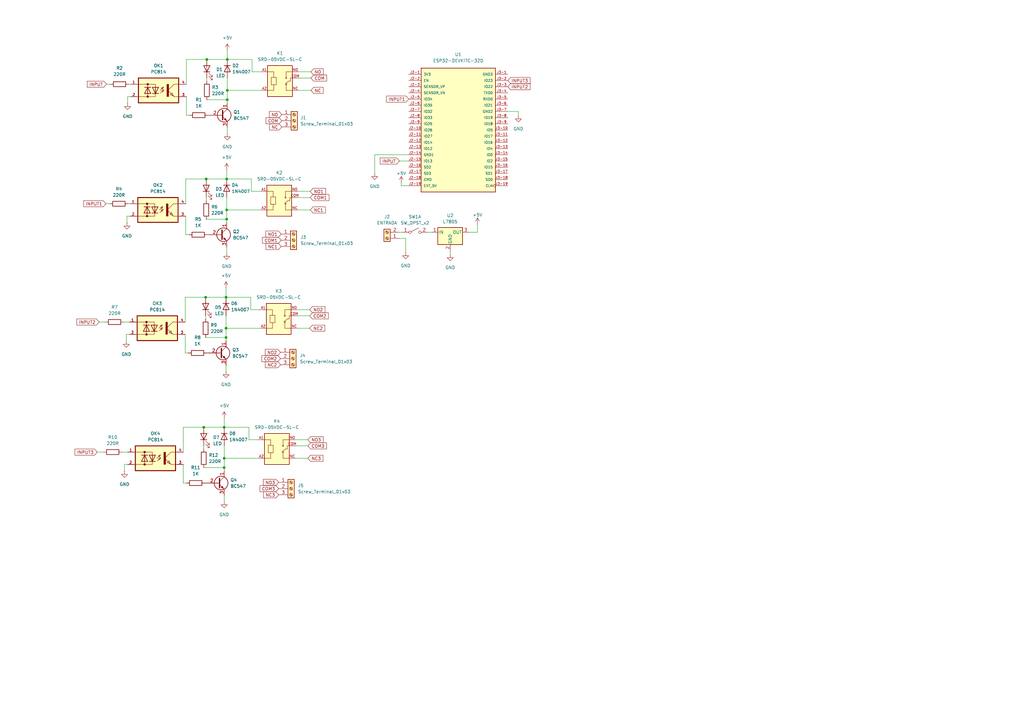
<source format=kicad_sch>
(kicad_sch
	(version 20250114)
	(generator "eeschema")
	(generator_version "9.0")
	(uuid "eec8eef1-b582-436b-b085-ccc970b47328")
	(paper "A3")
	(lib_symbols
		(symbol "Connector:Screw_Terminal_01x02"
			(pin_names
				(offset 1.016)
				(hide yes)
			)
			(exclude_from_sim no)
			(in_bom yes)
			(on_board yes)
			(property "Reference" "J"
				(at 0 2.54 0)
				(effects
					(font
						(size 1.27 1.27)
					)
				)
			)
			(property "Value" "Screw_Terminal_01x02"
				(at 0 -5.08 0)
				(effects
					(font
						(size 1.27 1.27)
					)
				)
			)
			(property "Footprint" ""
				(at 0 0 0)
				(effects
					(font
						(size 1.27 1.27)
					)
					(hide yes)
				)
			)
			(property "Datasheet" "~"
				(at 0 0 0)
				(effects
					(font
						(size 1.27 1.27)
					)
					(hide yes)
				)
			)
			(property "Description" "Generic screw terminal, single row, 01x02, script generated (kicad-library-utils/schlib/autogen/connector/)"
				(at 0 0 0)
				(effects
					(font
						(size 1.27 1.27)
					)
					(hide yes)
				)
			)
			(property "ki_keywords" "screw terminal"
				(at 0 0 0)
				(effects
					(font
						(size 1.27 1.27)
					)
					(hide yes)
				)
			)
			(property "ki_fp_filters" "TerminalBlock*:*"
				(at 0 0 0)
				(effects
					(font
						(size 1.27 1.27)
					)
					(hide yes)
				)
			)
			(symbol "Screw_Terminal_01x02_1_1"
				(rectangle
					(start -1.27 1.27)
					(end 1.27 -3.81)
					(stroke
						(width 0.254)
						(type default)
					)
					(fill
						(type background)
					)
				)
				(polyline
					(pts
						(xy -0.5334 0.3302) (xy 0.3302 -0.508)
					)
					(stroke
						(width 0.1524)
						(type default)
					)
					(fill
						(type none)
					)
				)
				(polyline
					(pts
						(xy -0.5334 -2.2098) (xy 0.3302 -3.048)
					)
					(stroke
						(width 0.1524)
						(type default)
					)
					(fill
						(type none)
					)
				)
				(polyline
					(pts
						(xy -0.3556 0.508) (xy 0.508 -0.3302)
					)
					(stroke
						(width 0.1524)
						(type default)
					)
					(fill
						(type none)
					)
				)
				(polyline
					(pts
						(xy -0.3556 -2.032) (xy 0.508 -2.8702)
					)
					(stroke
						(width 0.1524)
						(type default)
					)
					(fill
						(type none)
					)
				)
				(circle
					(center 0 0)
					(radius 0.635)
					(stroke
						(width 0.1524)
						(type default)
					)
					(fill
						(type none)
					)
				)
				(circle
					(center 0 -2.54)
					(radius 0.635)
					(stroke
						(width 0.1524)
						(type default)
					)
					(fill
						(type none)
					)
				)
				(pin passive line
					(at -5.08 0 0)
					(length 3.81)
					(name "Pin_1"
						(effects
							(font
								(size 1.27 1.27)
							)
						)
					)
					(number "1"
						(effects
							(font
								(size 1.27 1.27)
							)
						)
					)
				)
				(pin passive line
					(at -5.08 -2.54 0)
					(length 3.81)
					(name "Pin_2"
						(effects
							(font
								(size 1.27 1.27)
							)
						)
					)
					(number "2"
						(effects
							(font
								(size 1.27 1.27)
							)
						)
					)
				)
			)
			(embedded_fonts no)
		)
		(symbol "Connector:Screw_Terminal_01x03"
			(pin_names
				(offset 1.016)
				(hide yes)
			)
			(exclude_from_sim no)
			(in_bom yes)
			(on_board yes)
			(property "Reference" "J"
				(at 0 5.08 0)
				(effects
					(font
						(size 1.27 1.27)
					)
				)
			)
			(property "Value" "Screw_Terminal_01x03"
				(at 0 -5.08 0)
				(effects
					(font
						(size 1.27 1.27)
					)
				)
			)
			(property "Footprint" ""
				(at 0 0 0)
				(effects
					(font
						(size 1.27 1.27)
					)
					(hide yes)
				)
			)
			(property "Datasheet" "~"
				(at 0 0 0)
				(effects
					(font
						(size 1.27 1.27)
					)
					(hide yes)
				)
			)
			(property "Description" "Generic screw terminal, single row, 01x03, script generated (kicad-library-utils/schlib/autogen/connector/)"
				(at 0 0 0)
				(effects
					(font
						(size 1.27 1.27)
					)
					(hide yes)
				)
			)
			(property "ki_keywords" "screw terminal"
				(at 0 0 0)
				(effects
					(font
						(size 1.27 1.27)
					)
					(hide yes)
				)
			)
			(property "ki_fp_filters" "TerminalBlock*:*"
				(at 0 0 0)
				(effects
					(font
						(size 1.27 1.27)
					)
					(hide yes)
				)
			)
			(symbol "Screw_Terminal_01x03_1_1"
				(rectangle
					(start -1.27 3.81)
					(end 1.27 -3.81)
					(stroke
						(width 0.254)
						(type default)
					)
					(fill
						(type background)
					)
				)
				(polyline
					(pts
						(xy -0.5334 2.8702) (xy 0.3302 2.032)
					)
					(stroke
						(width 0.1524)
						(type default)
					)
					(fill
						(type none)
					)
				)
				(polyline
					(pts
						(xy -0.5334 0.3302) (xy 0.3302 -0.508)
					)
					(stroke
						(width 0.1524)
						(type default)
					)
					(fill
						(type none)
					)
				)
				(polyline
					(pts
						(xy -0.5334 -2.2098) (xy 0.3302 -3.048)
					)
					(stroke
						(width 0.1524)
						(type default)
					)
					(fill
						(type none)
					)
				)
				(polyline
					(pts
						(xy -0.3556 3.048) (xy 0.508 2.2098)
					)
					(stroke
						(width 0.1524)
						(type default)
					)
					(fill
						(type none)
					)
				)
				(polyline
					(pts
						(xy -0.3556 0.508) (xy 0.508 -0.3302)
					)
					(stroke
						(width 0.1524)
						(type default)
					)
					(fill
						(type none)
					)
				)
				(polyline
					(pts
						(xy -0.3556 -2.032) (xy 0.508 -2.8702)
					)
					(stroke
						(width 0.1524)
						(type default)
					)
					(fill
						(type none)
					)
				)
				(circle
					(center 0 2.54)
					(radius 0.635)
					(stroke
						(width 0.1524)
						(type default)
					)
					(fill
						(type none)
					)
				)
				(circle
					(center 0 0)
					(radius 0.635)
					(stroke
						(width 0.1524)
						(type default)
					)
					(fill
						(type none)
					)
				)
				(circle
					(center 0 -2.54)
					(radius 0.635)
					(stroke
						(width 0.1524)
						(type default)
					)
					(fill
						(type none)
					)
				)
				(pin passive line
					(at -5.08 2.54 0)
					(length 3.81)
					(name "Pin_1"
						(effects
							(font
								(size 1.27 1.27)
							)
						)
					)
					(number "1"
						(effects
							(font
								(size 1.27 1.27)
							)
						)
					)
				)
				(pin passive line
					(at -5.08 0 0)
					(length 3.81)
					(name "Pin_2"
						(effects
							(font
								(size 1.27 1.27)
							)
						)
					)
					(number "2"
						(effects
							(font
								(size 1.27 1.27)
							)
						)
					)
				)
				(pin passive line
					(at -5.08 -2.54 0)
					(length 3.81)
					(name "Pin_3"
						(effects
							(font
								(size 1.27 1.27)
							)
						)
					)
					(number "3"
						(effects
							(font
								(size 1.27 1.27)
							)
						)
					)
				)
			)
			(embedded_fonts no)
		)
		(symbol "Device:LED"
			(pin_numbers
				(hide yes)
			)
			(pin_names
				(offset 1.016)
				(hide yes)
			)
			(exclude_from_sim no)
			(in_bom yes)
			(on_board yes)
			(property "Reference" "D"
				(at 0 2.54 0)
				(effects
					(font
						(size 1.27 1.27)
					)
				)
			)
			(property "Value" "LED"
				(at 0 -2.54 0)
				(effects
					(font
						(size 1.27 1.27)
					)
				)
			)
			(property "Footprint" ""
				(at 0 0 0)
				(effects
					(font
						(size 1.27 1.27)
					)
					(hide yes)
				)
			)
			(property "Datasheet" "~"
				(at 0 0 0)
				(effects
					(font
						(size 1.27 1.27)
					)
					(hide yes)
				)
			)
			(property "Description" "Light emitting diode"
				(at 0 0 0)
				(effects
					(font
						(size 1.27 1.27)
					)
					(hide yes)
				)
			)
			(property "ki_keywords" "LED diode"
				(at 0 0 0)
				(effects
					(font
						(size 1.27 1.27)
					)
					(hide yes)
				)
			)
			(property "ki_fp_filters" "LED* LED_SMD:* LED_THT:*"
				(at 0 0 0)
				(effects
					(font
						(size 1.27 1.27)
					)
					(hide yes)
				)
			)
			(symbol "LED_0_1"
				(polyline
					(pts
						(xy -3.048 -0.762) (xy -4.572 -2.286) (xy -3.81 -2.286) (xy -4.572 -2.286) (xy -4.572 -1.524)
					)
					(stroke
						(width 0)
						(type default)
					)
					(fill
						(type none)
					)
				)
				(polyline
					(pts
						(xy -1.778 -0.762) (xy -3.302 -2.286) (xy -2.54 -2.286) (xy -3.302 -2.286) (xy -3.302 -1.524)
					)
					(stroke
						(width 0)
						(type default)
					)
					(fill
						(type none)
					)
				)
				(polyline
					(pts
						(xy -1.27 0) (xy 1.27 0)
					)
					(stroke
						(width 0)
						(type default)
					)
					(fill
						(type none)
					)
				)
				(polyline
					(pts
						(xy -1.27 -1.27) (xy -1.27 1.27)
					)
					(stroke
						(width 0.254)
						(type default)
					)
					(fill
						(type none)
					)
				)
				(polyline
					(pts
						(xy 1.27 -1.27) (xy 1.27 1.27) (xy -1.27 0) (xy 1.27 -1.27)
					)
					(stroke
						(width 0.254)
						(type default)
					)
					(fill
						(type none)
					)
				)
			)
			(symbol "LED_1_1"
				(pin passive line
					(at -3.81 0 0)
					(length 2.54)
					(name "K"
						(effects
							(font
								(size 1.27 1.27)
							)
						)
					)
					(number "1"
						(effects
							(font
								(size 1.27 1.27)
							)
						)
					)
				)
				(pin passive line
					(at 3.81 0 180)
					(length 2.54)
					(name "A"
						(effects
							(font
								(size 1.27 1.27)
							)
						)
					)
					(number "2"
						(effects
							(font
								(size 1.27 1.27)
							)
						)
					)
				)
			)
			(embedded_fonts no)
		)
		(symbol "Device:R"
			(pin_numbers
				(hide yes)
			)
			(pin_names
				(offset 0)
			)
			(exclude_from_sim no)
			(in_bom yes)
			(on_board yes)
			(property "Reference" "R"
				(at 2.032 0 90)
				(effects
					(font
						(size 1.27 1.27)
					)
				)
			)
			(property "Value" "R"
				(at 0 0 90)
				(effects
					(font
						(size 1.27 1.27)
					)
				)
			)
			(property "Footprint" ""
				(at -1.778 0 90)
				(effects
					(font
						(size 1.27 1.27)
					)
					(hide yes)
				)
			)
			(property "Datasheet" "~"
				(at 0 0 0)
				(effects
					(font
						(size 1.27 1.27)
					)
					(hide yes)
				)
			)
			(property "Description" "Resistor"
				(at 0 0 0)
				(effects
					(font
						(size 1.27 1.27)
					)
					(hide yes)
				)
			)
			(property "ki_keywords" "R res resistor"
				(at 0 0 0)
				(effects
					(font
						(size 1.27 1.27)
					)
					(hide yes)
				)
			)
			(property "ki_fp_filters" "R_*"
				(at 0 0 0)
				(effects
					(font
						(size 1.27 1.27)
					)
					(hide yes)
				)
			)
			(symbol "R_0_1"
				(rectangle
					(start -1.016 -2.54)
					(end 1.016 2.54)
					(stroke
						(width 0.254)
						(type default)
					)
					(fill
						(type none)
					)
				)
			)
			(symbol "R_1_1"
				(pin passive line
					(at 0 3.81 270)
					(length 1.27)
					(name "~"
						(effects
							(font
								(size 1.27 1.27)
							)
						)
					)
					(number "1"
						(effects
							(font
								(size 1.27 1.27)
							)
						)
					)
				)
				(pin passive line
					(at 0 -3.81 90)
					(length 1.27)
					(name "~"
						(effects
							(font
								(size 1.27 1.27)
							)
						)
					)
					(number "2"
						(effects
							(font
								(size 1.27 1.27)
							)
						)
					)
				)
			)
			(embedded_fonts no)
		)
		(symbol "Diode:1N4007"
			(pin_numbers
				(hide yes)
			)
			(pin_names
				(hide yes)
			)
			(exclude_from_sim no)
			(in_bom yes)
			(on_board yes)
			(property "Reference" "D"
				(at 0 2.54 0)
				(effects
					(font
						(size 1.27 1.27)
					)
				)
			)
			(property "Value" "1N4007"
				(at 0 -2.54 0)
				(effects
					(font
						(size 1.27 1.27)
					)
				)
			)
			(property "Footprint" "Diode_THT:D_DO-41_SOD81_P10.16mm_Horizontal"
				(at 0 -4.445 0)
				(effects
					(font
						(size 1.27 1.27)
					)
					(hide yes)
				)
			)
			(property "Datasheet" "http://www.vishay.com/docs/88503/1n4001.pdf"
				(at 0 0 0)
				(effects
					(font
						(size 1.27 1.27)
					)
					(hide yes)
				)
			)
			(property "Description" "1000V 1A General Purpose Rectifier Diode, DO-41"
				(at 0 0 0)
				(effects
					(font
						(size 1.27 1.27)
					)
					(hide yes)
				)
			)
			(property "Sim.Device" "D"
				(at 0 0 0)
				(effects
					(font
						(size 1.27 1.27)
					)
					(hide yes)
				)
			)
			(property "Sim.Pins" "1=K 2=A"
				(at 0 0 0)
				(effects
					(font
						(size 1.27 1.27)
					)
					(hide yes)
				)
			)
			(property "ki_keywords" "diode"
				(at 0 0 0)
				(effects
					(font
						(size 1.27 1.27)
					)
					(hide yes)
				)
			)
			(property "ki_fp_filters" "D*DO?41*"
				(at 0 0 0)
				(effects
					(font
						(size 1.27 1.27)
					)
					(hide yes)
				)
			)
			(symbol "1N4007_0_1"
				(polyline
					(pts
						(xy -1.27 1.27) (xy -1.27 -1.27)
					)
					(stroke
						(width 0.254)
						(type default)
					)
					(fill
						(type none)
					)
				)
				(polyline
					(pts
						(xy 1.27 1.27) (xy 1.27 -1.27) (xy -1.27 0) (xy 1.27 1.27)
					)
					(stroke
						(width 0.254)
						(type default)
					)
					(fill
						(type none)
					)
				)
				(polyline
					(pts
						(xy 1.27 0) (xy -1.27 0)
					)
					(stroke
						(width 0)
						(type default)
					)
					(fill
						(type none)
					)
				)
			)
			(symbol "1N4007_1_1"
				(pin passive line
					(at -3.81 0 0)
					(length 2.54)
					(name "K"
						(effects
							(font
								(size 1.27 1.27)
							)
						)
					)
					(number "1"
						(effects
							(font
								(size 1.27 1.27)
							)
						)
					)
				)
				(pin passive line
					(at 3.81 0 180)
					(length 2.54)
					(name "A"
						(effects
							(font
								(size 1.27 1.27)
							)
						)
					)
					(number "2"
						(effects
							(font
								(size 1.27 1.27)
							)
						)
					)
				)
			)
			(embedded_fonts no)
		)
		(symbol "ESP32-DEVKITC-32D:ESP32-DEVKITC-32D"
			(pin_names
				(offset 1.016)
			)
			(exclude_from_sim no)
			(in_bom yes)
			(on_board yes)
			(property "Reference" "U"
				(at -15.2572 26.0643 0)
				(effects
					(font
						(size 1.27 1.27)
					)
					(justify left bottom)
				)
			)
			(property "Value" "ESP32-DEVKITC-32D"
				(at -15.2563 -27.9698 0)
				(effects
					(font
						(size 1.27 1.27)
					)
					(justify left bottom)
				)
			)
			(property "Footprint" "ESP32-DEVKITC-32D:MODULE_ESP32-DEVKITC-32D"
				(at 0 0 0)
				(effects
					(font
						(size 1.27 1.27)
					)
					(justify bottom)
					(hide yes)
				)
			)
			(property "Datasheet" ""
				(at 0 0 0)
				(effects
					(font
						(size 1.27 1.27)
					)
					(hide yes)
				)
			)
			(property "Description" ""
				(at 0 0 0)
				(effects
					(font
						(size 1.27 1.27)
					)
					(hide yes)
				)
			)
			(property "MF" "Espressif Systems"
				(at 0 0 0)
				(effects
					(font
						(size 1.27 1.27)
					)
					(justify bottom)
					(hide yes)
				)
			)
			(property "MAXIMUM_PACKAGE_HEIGHT" "N/A"
				(at 0 0 0)
				(effects
					(font
						(size 1.27 1.27)
					)
					(justify bottom)
					(hide yes)
				)
			)
			(property "Package" "None"
				(at 0 0 0)
				(effects
					(font
						(size 1.27 1.27)
					)
					(justify bottom)
					(hide yes)
				)
			)
			(property "Price" "None"
				(at 0 0 0)
				(effects
					(font
						(size 1.27 1.27)
					)
					(justify bottom)
					(hide yes)
				)
			)
			(property "Check_prices" "https://www.snapeda.com/parts/ESP32-DEVKITC-32D/Espressif+Systems/view-part/?ref=eda"
				(at 0 0 0)
				(effects
					(font
						(size 1.27 1.27)
					)
					(justify bottom)
					(hide yes)
				)
			)
			(property "STANDARD" "Manufacturer Recommendations"
				(at 0 0 0)
				(effects
					(font
						(size 1.27 1.27)
					)
					(justify bottom)
					(hide yes)
				)
			)
			(property "PARTREV" "V4"
				(at 0 0 0)
				(effects
					(font
						(size 1.27 1.27)
					)
					(justify bottom)
					(hide yes)
				)
			)
			(property "SnapEDA_Link" "https://www.snapeda.com/parts/ESP32-DEVKITC-32D/Espressif+Systems/view-part/?ref=snap"
				(at 0 0 0)
				(effects
					(font
						(size 1.27 1.27)
					)
					(justify bottom)
					(hide yes)
				)
			)
			(property "MP" "ESP32-DEVKITC-32D"
				(at 0 0 0)
				(effects
					(font
						(size 1.27 1.27)
					)
					(justify bottom)
					(hide yes)
				)
			)
			(property "Description_1" "\n                        \n                            WiFi Development Tools (802.11) ESP32 General Development Kit, ESP32-WROOM-32D on the board\n                        \n"
				(at 0 0 0)
				(effects
					(font
						(size 1.27 1.27)
					)
					(justify bottom)
					(hide yes)
				)
			)
			(property "MANUFACTURER" "Espressif Systems"
				(at 0 0 0)
				(effects
					(font
						(size 1.27 1.27)
					)
					(justify bottom)
					(hide yes)
				)
			)
			(property "Availability" "In Stock"
				(at 0 0 0)
				(effects
					(font
						(size 1.27 1.27)
					)
					(justify bottom)
					(hide yes)
				)
			)
			(property "SNAPEDA_PN" "ESP32-DEVKITC-32D"
				(at 0 0 0)
				(effects
					(font
						(size 1.27 1.27)
					)
					(justify bottom)
					(hide yes)
				)
			)
			(symbol "ESP32-DEVKITC-32D_0_0"
				(rectangle
					(start -15.24 -25.4)
					(end 15.24 25.4)
					(stroke
						(width 0.254)
						(type default)
					)
					(fill
						(type background)
					)
				)
				(pin power_in line
					(at -20.32 22.86 0)
					(length 5.08)
					(name "3V3"
						(effects
							(font
								(size 1.016 1.016)
							)
						)
					)
					(number "J2-1"
						(effects
							(font
								(size 1.016 1.016)
							)
						)
					)
				)
				(pin input line
					(at -20.32 20.32 0)
					(length 5.08)
					(name "EN"
						(effects
							(font
								(size 1.016 1.016)
							)
						)
					)
					(number "J2-2"
						(effects
							(font
								(size 1.016 1.016)
							)
						)
					)
				)
				(pin input line
					(at -20.32 17.78 0)
					(length 5.08)
					(name "SENSOR_VP"
						(effects
							(font
								(size 1.016 1.016)
							)
						)
					)
					(number "J2-3"
						(effects
							(font
								(size 1.016 1.016)
							)
						)
					)
				)
				(pin input line
					(at -20.32 15.24 0)
					(length 5.08)
					(name "SENSOR_VN"
						(effects
							(font
								(size 1.016 1.016)
							)
						)
					)
					(number "J2-4"
						(effects
							(font
								(size 1.016 1.016)
							)
						)
					)
				)
				(pin bidirectional line
					(at -20.32 12.7 0)
					(length 5.08)
					(name "IO34"
						(effects
							(font
								(size 1.016 1.016)
							)
						)
					)
					(number "J2-5"
						(effects
							(font
								(size 1.016 1.016)
							)
						)
					)
				)
				(pin bidirectional line
					(at -20.32 10.16 0)
					(length 5.08)
					(name "IO35"
						(effects
							(font
								(size 1.016 1.016)
							)
						)
					)
					(number "J2-6"
						(effects
							(font
								(size 1.016 1.016)
							)
						)
					)
				)
				(pin bidirectional line
					(at -20.32 7.62 0)
					(length 5.08)
					(name "IO32"
						(effects
							(font
								(size 1.016 1.016)
							)
						)
					)
					(number "J2-7"
						(effects
							(font
								(size 1.016 1.016)
							)
						)
					)
				)
				(pin bidirectional line
					(at -20.32 5.08 0)
					(length 5.08)
					(name "IO33"
						(effects
							(font
								(size 1.016 1.016)
							)
						)
					)
					(number "J2-8"
						(effects
							(font
								(size 1.016 1.016)
							)
						)
					)
				)
				(pin bidirectional line
					(at -20.32 2.54 0)
					(length 5.08)
					(name "IO25"
						(effects
							(font
								(size 1.016 1.016)
							)
						)
					)
					(number "J2-9"
						(effects
							(font
								(size 1.016 1.016)
							)
						)
					)
				)
				(pin bidirectional line
					(at -20.32 0 0)
					(length 5.08)
					(name "IO26"
						(effects
							(font
								(size 1.016 1.016)
							)
						)
					)
					(number "J2-10"
						(effects
							(font
								(size 1.016 1.016)
							)
						)
					)
				)
				(pin bidirectional line
					(at -20.32 -2.54 0)
					(length 5.08)
					(name "IO27"
						(effects
							(font
								(size 1.016 1.016)
							)
						)
					)
					(number "J2-11"
						(effects
							(font
								(size 1.016 1.016)
							)
						)
					)
				)
				(pin bidirectional line
					(at -20.32 -5.08 0)
					(length 5.08)
					(name "IO14"
						(effects
							(font
								(size 1.016 1.016)
							)
						)
					)
					(number "J2-12"
						(effects
							(font
								(size 1.016 1.016)
							)
						)
					)
				)
				(pin bidirectional line
					(at -20.32 -7.62 0)
					(length 5.08)
					(name "IO12"
						(effects
							(font
								(size 1.016 1.016)
							)
						)
					)
					(number "J2-13"
						(effects
							(font
								(size 1.016 1.016)
							)
						)
					)
				)
				(pin power_in line
					(at -20.32 -10.16 0)
					(length 5.08)
					(name "GND1"
						(effects
							(font
								(size 1.016 1.016)
							)
						)
					)
					(number "J2-14"
						(effects
							(font
								(size 1.016 1.016)
							)
						)
					)
				)
				(pin bidirectional line
					(at -20.32 -12.7 0)
					(length 5.08)
					(name "IO13"
						(effects
							(font
								(size 1.016 1.016)
							)
						)
					)
					(number "J2-15"
						(effects
							(font
								(size 1.016 1.016)
							)
						)
					)
				)
				(pin bidirectional line
					(at -20.32 -15.24 0)
					(length 5.08)
					(name "SD2"
						(effects
							(font
								(size 1.016 1.016)
							)
						)
					)
					(number "J2-16"
						(effects
							(font
								(size 1.016 1.016)
							)
						)
					)
				)
				(pin bidirectional line
					(at -20.32 -17.78 0)
					(length 5.08)
					(name "SD3"
						(effects
							(font
								(size 1.016 1.016)
							)
						)
					)
					(number "J2-17"
						(effects
							(font
								(size 1.016 1.016)
							)
						)
					)
				)
				(pin bidirectional line
					(at -20.32 -20.32 0)
					(length 5.08)
					(name "CMD"
						(effects
							(font
								(size 1.016 1.016)
							)
						)
					)
					(number "J2-18"
						(effects
							(font
								(size 1.016 1.016)
							)
						)
					)
				)
				(pin power_in line
					(at -20.32 -22.86 0)
					(length 5.08)
					(name "EXT_5V"
						(effects
							(font
								(size 1.016 1.016)
							)
						)
					)
					(number "J2-19"
						(effects
							(font
								(size 1.016 1.016)
							)
						)
					)
				)
				(pin power_in line
					(at 20.32 22.86 180)
					(length 5.08)
					(name "GND3"
						(effects
							(font
								(size 1.016 1.016)
							)
						)
					)
					(number "J3-1"
						(effects
							(font
								(size 1.016 1.016)
							)
						)
					)
				)
				(pin bidirectional line
					(at 20.32 20.32 180)
					(length 5.08)
					(name "IO23"
						(effects
							(font
								(size 1.016 1.016)
							)
						)
					)
					(number "J3-2"
						(effects
							(font
								(size 1.016 1.016)
							)
						)
					)
				)
				(pin bidirectional line
					(at 20.32 17.78 180)
					(length 5.08)
					(name "IO22"
						(effects
							(font
								(size 1.016 1.016)
							)
						)
					)
					(number "J3-3"
						(effects
							(font
								(size 1.016 1.016)
							)
						)
					)
				)
				(pin output line
					(at 20.32 15.24 180)
					(length 5.08)
					(name "TXD0"
						(effects
							(font
								(size 1.016 1.016)
							)
						)
					)
					(number "J3-4"
						(effects
							(font
								(size 1.016 1.016)
							)
						)
					)
				)
				(pin input line
					(at 20.32 12.7 180)
					(length 5.08)
					(name "RXD0"
						(effects
							(font
								(size 1.016 1.016)
							)
						)
					)
					(number "J3-5"
						(effects
							(font
								(size 1.016 1.016)
							)
						)
					)
				)
				(pin bidirectional line
					(at 20.32 10.16 180)
					(length 5.08)
					(name "IO21"
						(effects
							(font
								(size 1.016 1.016)
							)
						)
					)
					(number "J3-6"
						(effects
							(font
								(size 1.016 1.016)
							)
						)
					)
				)
				(pin power_in line
					(at 20.32 7.62 180)
					(length 5.08)
					(name "GND2"
						(effects
							(font
								(size 1.016 1.016)
							)
						)
					)
					(number "J3-7"
						(effects
							(font
								(size 1.016 1.016)
							)
						)
					)
				)
				(pin bidirectional line
					(at 20.32 5.08 180)
					(length 5.08)
					(name "IO19"
						(effects
							(font
								(size 1.016 1.016)
							)
						)
					)
					(number "J3-8"
						(effects
							(font
								(size 1.016 1.016)
							)
						)
					)
				)
				(pin bidirectional line
					(at 20.32 2.54 180)
					(length 5.08)
					(name "IO18"
						(effects
							(font
								(size 1.016 1.016)
							)
						)
					)
					(number "J3-9"
						(effects
							(font
								(size 1.016 1.016)
							)
						)
					)
				)
				(pin bidirectional line
					(at 20.32 0 180)
					(length 5.08)
					(name "IO5"
						(effects
							(font
								(size 1.016 1.016)
							)
						)
					)
					(number "J3-10"
						(effects
							(font
								(size 1.016 1.016)
							)
						)
					)
				)
				(pin bidirectional line
					(at 20.32 -2.54 180)
					(length 5.08)
					(name "IO17"
						(effects
							(font
								(size 1.016 1.016)
							)
						)
					)
					(number "J3-11"
						(effects
							(font
								(size 1.016 1.016)
							)
						)
					)
				)
				(pin bidirectional line
					(at 20.32 -5.08 180)
					(length 5.08)
					(name "IO16"
						(effects
							(font
								(size 1.016 1.016)
							)
						)
					)
					(number "J3-12"
						(effects
							(font
								(size 1.016 1.016)
							)
						)
					)
				)
				(pin bidirectional line
					(at 20.32 -7.62 180)
					(length 5.08)
					(name "IO4"
						(effects
							(font
								(size 1.016 1.016)
							)
						)
					)
					(number "J3-13"
						(effects
							(font
								(size 1.016 1.016)
							)
						)
					)
				)
				(pin bidirectional line
					(at 20.32 -10.16 180)
					(length 5.08)
					(name "IO0"
						(effects
							(font
								(size 1.016 1.016)
							)
						)
					)
					(number "J3-14"
						(effects
							(font
								(size 1.016 1.016)
							)
						)
					)
				)
				(pin bidirectional line
					(at 20.32 -12.7 180)
					(length 5.08)
					(name "IO2"
						(effects
							(font
								(size 1.016 1.016)
							)
						)
					)
					(number "J3-15"
						(effects
							(font
								(size 1.016 1.016)
							)
						)
					)
				)
				(pin bidirectional line
					(at 20.32 -15.24 180)
					(length 5.08)
					(name "IO15"
						(effects
							(font
								(size 1.016 1.016)
							)
						)
					)
					(number "J3-16"
						(effects
							(font
								(size 1.016 1.016)
							)
						)
					)
				)
				(pin bidirectional line
					(at 20.32 -17.78 180)
					(length 5.08)
					(name "SD1"
						(effects
							(font
								(size 1.016 1.016)
							)
						)
					)
					(number "J3-17"
						(effects
							(font
								(size 1.016 1.016)
							)
						)
					)
				)
				(pin bidirectional line
					(at 20.32 -20.32 180)
					(length 5.08)
					(name "SD0"
						(effects
							(font
								(size 1.016 1.016)
							)
						)
					)
					(number "J3-18"
						(effects
							(font
								(size 1.016 1.016)
							)
						)
					)
				)
				(pin input clock
					(at 20.32 -22.86 180)
					(length 5.08)
					(name "CLK"
						(effects
							(font
								(size 1.016 1.016)
							)
						)
					)
					(number "J3-19"
						(effects
							(font
								(size 1.016 1.016)
							)
						)
					)
				)
			)
			(embedded_fonts no)
		)
		(symbol "PC814:PC814"
			(pin_names
				(offset 1.016)
			)
			(exclude_from_sim no)
			(in_bom yes)
			(on_board yes)
			(property "Reference" "OK"
				(at -6.9931 5.7216 0)
				(effects
					(font
						(size 1.27 1.27)
					)
					(justify left bottom)
				)
			)
			(property "Value" "PC814"
				(at -6.9881 -7.6233 0)
				(effects
					(font
						(size 1.27 1.27)
					)
					(justify left bottom)
				)
			)
			(property "Footprint" "PC814:DIL04"
				(at 0 0 0)
				(effects
					(font
						(size 1.27 1.27)
					)
					(justify bottom)
					(hide yes)
				)
			)
			(property "Datasheet" ""
				(at 0 0 0)
				(effects
					(font
						(size 1.27 1.27)
					)
					(hide yes)
				)
			)
			(property "Description" ""
				(at 0 0 0)
				(effects
					(font
						(size 1.27 1.27)
					)
					(hide yes)
				)
			)
			(property "MF" "Essentra Components"
				(at 0 0 0)
				(effects
					(font
						(size 1.27 1.27)
					)
					(justify bottom)
					(hide yes)
				)
			)
			(property "Description_1" "\n                        \n                            Optoisolator Transistor Output 5000Vrms 1 Channel 4-SMD\n                        \n"
				(at 0 0 0)
				(effects
					(font
						(size 1.27 1.27)
					)
					(justify bottom)
					(hide yes)
				)
			)
			(property "Package" "DIP-4 Sharp"
				(at 0 0 0)
				(effects
					(font
						(size 1.27 1.27)
					)
					(justify bottom)
					(hide yes)
				)
			)
			(property "MPN" ""
				(at 0 0 0)
				(effects
					(font
						(size 1.27 1.27)
					)
					(justify bottom)
					(hide yes)
				)
			)
			(property "Price" "None"
				(at 0 0 0)
				(effects
					(font
						(size 1.27 1.27)
					)
					(justify bottom)
					(hide yes)
				)
			)
			(property "OC_FARNELL" "9707662"
				(at 0 0 0)
				(effects
					(font
						(size 1.27 1.27)
					)
					(justify bottom)
					(hide yes)
				)
			)
			(property "SnapEDA_Link" "https://www.snapeda.com/parts/PC814/Essentra/view-part/?ref=snap"
				(at 0 0 0)
				(effects
					(font
						(size 1.27 1.27)
					)
					(justify bottom)
					(hide yes)
				)
			)
			(property "MP" "PC814"
				(at 0 0 0)
				(effects
					(font
						(size 1.27 1.27)
					)
					(justify bottom)
					(hide yes)
				)
			)
			(property "OC_NEWARK" "unknown"
				(at 0 0 0)
				(effects
					(font
						(size 1.27 1.27)
					)
					(justify bottom)
					(hide yes)
				)
			)
			(property "Availability" "Not in stock"
				(at 0 0 0)
				(effects
					(font
						(size 1.27 1.27)
					)
					(justify bottom)
					(hide yes)
				)
			)
			(property "Check_prices" "https://www.snapeda.com/parts/PC814/Essentra/view-part/?ref=eda"
				(at 0 0 0)
				(effects
					(font
						(size 1.27 1.27)
					)
					(justify bottom)
					(hide yes)
				)
			)
			(symbol "PC814_0_0"
				(rectangle
					(start -6.985 -5.08)
					(end 9.525 5.08)
					(stroke
						(width 0.4064)
						(type default)
					)
					(fill
						(type background)
					)
				)
				(polyline
					(pts
						(xy -4.445 1.27) (xy -3.175 1.27)
					)
					(stroke
						(width 0.254)
						(type default)
					)
					(fill
						(type none)
					)
				)
				(polyline
					(pts
						(xy -4.445 -1.27) (xy -3.175 1.27)
					)
					(stroke
						(width 0.254)
						(type default)
					)
					(fill
						(type none)
					)
				)
				(polyline
					(pts
						(xy -4.445 -1.27) (xy -3.175 -1.27)
					)
					(stroke
						(width 0.254)
						(type default)
					)
					(fill
						(type none)
					)
				)
				(circle
					(center -3.175 2.54)
					(radius 0.254)
					(stroke
						(width 0.4064)
						(type default)
					)
					(fill
						(type none)
					)
				)
				(polyline
					(pts
						(xy -3.175 2.54) (xy -7.62 2.54)
					)
					(stroke
						(width 0.1524)
						(type default)
					)
					(fill
						(type none)
					)
				)
				(polyline
					(pts
						(xy -3.175 2.54) (xy -3.175 1.27)
					)
					(stroke
						(width 0.1524)
						(type default)
					)
					(fill
						(type none)
					)
				)
				(polyline
					(pts
						(xy -3.175 2.54) (xy 0 2.54)
					)
					(stroke
						(width 0.1524)
						(type default)
					)
					(fill
						(type none)
					)
				)
				(polyline
					(pts
						(xy -3.175 1.27) (xy -1.905 1.27)
					)
					(stroke
						(width 0.254)
						(type default)
					)
					(fill
						(type none)
					)
				)
				(polyline
					(pts
						(xy -3.175 1.27) (xy -1.905 -1.27)
					)
					(stroke
						(width 0.254)
						(type default)
					)
					(fill
						(type none)
					)
				)
				(polyline
					(pts
						(xy -3.175 -1.27) (xy -3.175 1.27)
					)
					(stroke
						(width 0.254)
						(type default)
					)
					(fill
						(type none)
					)
				)
				(polyline
					(pts
						(xy -3.175 -1.27) (xy -1.905 -1.27)
					)
					(stroke
						(width 0.254)
						(type default)
					)
					(fill
						(type none)
					)
				)
				(circle
					(center -3.175 -2.54)
					(radius 0.254)
					(stroke
						(width 0.4064)
						(type default)
					)
					(fill
						(type none)
					)
				)
				(polyline
					(pts
						(xy -3.175 -2.54) (xy -7.62 -2.54)
					)
					(stroke
						(width 0.1524)
						(type default)
					)
					(fill
						(type none)
					)
				)
				(polyline
					(pts
						(xy -3.175 -2.54) (xy -3.175 -1.27)
					)
					(stroke
						(width 0.1524)
						(type default)
					)
					(fill
						(type none)
					)
				)
				(polyline
					(pts
						(xy -3.175 -2.54) (xy 0 -2.54)
					)
					(stroke
						(width 0.1524)
						(type default)
					)
					(fill
						(type none)
					)
				)
				(polyline
					(pts
						(xy 0 2.54) (xy 0 1.27)
					)
					(stroke
						(width 0.1524)
						(type default)
					)
					(fill
						(type none)
					)
				)
				(polyline
					(pts
						(xy 0 1.27) (xy -1.27 1.27)
					)
					(stroke
						(width 0.254)
						(type default)
					)
					(fill
						(type none)
					)
				)
				(polyline
					(pts
						(xy 0 1.27) (xy 0 -1.27)
					)
					(stroke
						(width 0.254)
						(type default)
					)
					(fill
						(type none)
					)
				)
				(polyline
					(pts
						(xy 0 -1.27) (xy -1.27 1.27)
					)
					(stroke
						(width 0.254)
						(type default)
					)
					(fill
						(type none)
					)
				)
				(polyline
					(pts
						(xy 0 -1.27) (xy -1.27 -1.27)
					)
					(stroke
						(width 0.254)
						(type default)
					)
					(fill
						(type none)
					)
				)
				(polyline
					(pts
						(xy 0 -2.54) (xy 0 -1.27)
					)
					(stroke
						(width 0.1524)
						(type default)
					)
					(fill
						(type none)
					)
				)
				(polyline
					(pts
						(xy 1.27 1.27) (xy 0 1.27)
					)
					(stroke
						(width 0.254)
						(type default)
					)
					(fill
						(type none)
					)
				)
				(polyline
					(pts
						(xy 1.27 1.27) (xy 0 -1.27)
					)
					(stroke
						(width 0.254)
						(type default)
					)
					(fill
						(type none)
					)
				)
				(polyline
					(pts
						(xy 1.27 -1.27) (xy 0 -1.27)
					)
					(stroke
						(width 0.254)
						(type default)
					)
					(fill
						(type none)
					)
				)
				(polyline
					(pts
						(xy 1.905 0) (xy 3.302 1.397)
					)
					(stroke
						(width 0.1524)
						(type default)
					)
					(fill
						(type none)
					)
				)
				(polyline
					(pts
						(xy 2.032 -1.143) (xy 3.429 0.254)
					)
					(stroke
						(width 0.1524)
						(type default)
					)
					(fill
						(type none)
					)
				)
				(polyline
					(pts
						(xy 2.413 1.016) (xy 2.921 0.508)
					)
					(stroke
						(width 0.1524)
						(type default)
					)
					(fill
						(type none)
					)
				)
				(polyline
					(pts
						(xy 2.54 -0.127) (xy 3.048 -0.635)
					)
					(stroke
						(width 0.1524)
						(type default)
					)
					(fill
						(type none)
					)
				)
				(polyline
					(pts
						(xy 2.921 0.508) (xy 3.302 1.397)
					)
					(stroke
						(width 0.1524)
						(type default)
					)
					(fill
						(type none)
					)
				)
				(polyline
					(pts
						(xy 3.048 -0.635) (xy 3.429 0.254)
					)
					(stroke
						(width 0.1524)
						(type default)
					)
					(fill
						(type none)
					)
				)
				(polyline
					(pts
						(xy 3.302 1.397) (xy 2.413 1.016)
					)
					(stroke
						(width 0.1524)
						(type default)
					)
					(fill
						(type none)
					)
				)
				(polyline
					(pts
						(xy 3.429 0.254) (xy 2.54 -0.127)
					)
					(stroke
						(width 0.1524)
						(type default)
					)
					(fill
						(type none)
					)
				)
				(rectangle
					(start 4.7005 -2.5408)
					(end 5.461 2.54)
					(stroke
						(width 0.1)
						(type default)
					)
					(fill
						(type outline)
					)
				)
				(polyline
					(pts
						(xy 5.08 0) (xy 7.366 -2.286)
					)
					(stroke
						(width 0.1524)
						(type default)
					)
					(fill
						(type none)
					)
				)
				(polyline
					(pts
						(xy 6.096 -1.778) (xy 6.858 -1.016)
					)
					(stroke
						(width 0.1524)
						(type default)
					)
					(fill
						(type none)
					)
				)
				(polyline
					(pts
						(xy 6.858 -1.016) (xy 7.366 -2.286)
					)
					(stroke
						(width 0.1524)
						(type default)
					)
					(fill
						(type none)
					)
				)
				(polyline
					(pts
						(xy 7.366 -2.286) (xy 6.096 -1.778)
					)
					(stroke
						(width 0.1524)
						(type default)
					)
					(fill
						(type none)
					)
				)
				(polyline
					(pts
						(xy 7.366 -2.286) (xy 7.62 -2.54)
					)
					(stroke
						(width 0.1524)
						(type default)
					)
					(fill
						(type none)
					)
				)
				(polyline
					(pts
						(xy 7.62 2.54) (xy 5.08 0)
					)
					(stroke
						(width 0.1524)
						(type default)
					)
					(fill
						(type none)
					)
				)
				(polyline
					(pts
						(xy 7.62 2.54) (xy 10.16 2.54)
					)
					(stroke
						(width 0.1524)
						(type default)
					)
					(fill
						(type none)
					)
				)
				(polyline
					(pts
						(xy 7.62 -2.54) (xy 10.16 -2.54)
					)
					(stroke
						(width 0.1524)
						(type default)
					)
					(fill
						(type none)
					)
				)
				(pin passive line
					(at -10.16 2.54 0)
					(length 2.54)
					(name "~"
						(effects
							(font
								(size 1.016 1.016)
							)
						)
					)
					(number "1"
						(effects
							(font
								(size 1.016 1.016)
							)
						)
					)
				)
				(pin passive line
					(at -10.16 -2.54 0)
					(length 2.54)
					(name "~"
						(effects
							(font
								(size 1.016 1.016)
							)
						)
					)
					(number "2"
						(effects
							(font
								(size 1.016 1.016)
							)
						)
					)
				)
				(pin passive line
					(at 12.7 2.54 180)
					(length 2.54)
					(name "~"
						(effects
							(font
								(size 1.016 1.016)
							)
						)
					)
					(number "4"
						(effects
							(font
								(size 1.016 1.016)
							)
						)
					)
				)
				(pin passive line
					(at 12.7 -2.54 180)
					(length 2.54)
					(name "~"
						(effects
							(font
								(size 1.016 1.016)
							)
						)
					)
					(number "3"
						(effects
							(font
								(size 1.016 1.016)
							)
						)
					)
				)
			)
			(embedded_fonts no)
		)
		(symbol "Regulator_Linear:L7805"
			(pin_names
				(offset 0.254)
			)
			(exclude_from_sim no)
			(in_bom yes)
			(on_board yes)
			(property "Reference" "U"
				(at -3.81 3.175 0)
				(effects
					(font
						(size 1.27 1.27)
					)
				)
			)
			(property "Value" "L7805"
				(at 0 3.175 0)
				(effects
					(font
						(size 1.27 1.27)
					)
					(justify left)
				)
			)
			(property "Footprint" ""
				(at 0.635 -3.81 0)
				(effects
					(font
						(size 1.27 1.27)
						(italic yes)
					)
					(justify left)
					(hide yes)
				)
			)
			(property "Datasheet" "http://www.st.com/content/ccc/resource/technical/document/datasheet/41/4f/b3/b0/12/d4/47/88/CD00000444.pdf/files/CD00000444.pdf/jcr:content/translations/en.CD00000444.pdf"
				(at 0 -1.27 0)
				(effects
					(font
						(size 1.27 1.27)
					)
					(hide yes)
				)
			)
			(property "Description" "Positive 1.5A 35V Linear Regulator, Fixed Output 5V, TO-220/TO-263/TO-252"
				(at 0 0 0)
				(effects
					(font
						(size 1.27 1.27)
					)
					(hide yes)
				)
			)
			(property "ki_keywords" "Voltage Regulator 1.5A Positive"
				(at 0 0 0)
				(effects
					(font
						(size 1.27 1.27)
					)
					(hide yes)
				)
			)
			(property "ki_fp_filters" "TO?252* TO?263* TO?220*"
				(at 0 0 0)
				(effects
					(font
						(size 1.27 1.27)
					)
					(hide yes)
				)
			)
			(symbol "L7805_0_1"
				(rectangle
					(start -5.08 1.905)
					(end 5.08 -5.08)
					(stroke
						(width 0.254)
						(type default)
					)
					(fill
						(type background)
					)
				)
			)
			(symbol "L7805_1_1"
				(pin power_in line
					(at -7.62 0 0)
					(length 2.54)
					(name "IN"
						(effects
							(font
								(size 1.27 1.27)
							)
						)
					)
					(number "1"
						(effects
							(font
								(size 1.27 1.27)
							)
						)
					)
				)
				(pin power_in line
					(at 0 -7.62 90)
					(length 2.54)
					(name "GND"
						(effects
							(font
								(size 1.27 1.27)
							)
						)
					)
					(number "2"
						(effects
							(font
								(size 1.27 1.27)
							)
						)
					)
				)
				(pin power_out line
					(at 7.62 0 180)
					(length 2.54)
					(name "OUT"
						(effects
							(font
								(size 1.27 1.27)
							)
						)
					)
					(number "3"
						(effects
							(font
								(size 1.27 1.27)
							)
						)
					)
				)
			)
			(embedded_fonts no)
		)
		(symbol "SRD-05VDC-SL:SRD-05VDC-SL-C"
			(pin_names
				(offset 1.016)
			)
			(exclude_from_sim no)
			(in_bom yes)
			(on_board yes)
			(property "Reference" "K"
				(at -5.0809 5.843 0)
				(effects
					(font
						(size 1.27 1.27)
					)
					(justify left bottom)
				)
			)
			(property "Value" "SRD-05VDC-SL-C"
				(at -5.0832 -10.1664 0)
				(effects
					(font
						(size 1.27 1.27)
					)
					(justify left bottom)
				)
			)
			(property "Footprint" "SRD-05VDC-SL-C:RELAY_SRD-05VDC-SL-C"
				(at 0 0 0)
				(effects
					(font
						(size 1.27 1.27)
					)
					(justify bottom)
					(hide yes)
				)
			)
			(property "Datasheet" ""
				(at 0 0 0)
				(effects
					(font
						(size 1.27 1.27)
					)
					(hide yes)
				)
			)
			(property "Description" ""
				(at 0 0 0)
				(effects
					(font
						(size 1.27 1.27)
					)
					(hide yes)
				)
			)
			(property "MF" "Songle Relay"
				(at 0 0 0)
				(effects
					(font
						(size 1.27 1.27)
					)
					(justify bottom)
					(hide yes)
				)
			)
			(property "Description_1" "\n                        \n                            5V Trigger Relay Module For Arduino And Raspberry Pi 5V Trigger Relay Module For Arduino And Raspberry Pi\n                        \n"
				(at 0 0 0)
				(effects
					(font
						(size 1.27 1.27)
					)
					(justify bottom)
					(hide yes)
				)
			)
			(property "Package" "NON STANDARD-5 Songle Relay"
				(at 0 0 0)
				(effects
					(font
						(size 1.27 1.27)
					)
					(justify bottom)
					(hide yes)
				)
			)
			(property "Price" "None"
				(at 0 0 0)
				(effects
					(font
						(size 1.27 1.27)
					)
					(justify bottom)
					(hide yes)
				)
			)
			(property "Check_prices" "https://www.snapeda.com/parts/SRD-05VDC-SL-C/Songle+Relay/view-part/?ref=eda"
				(at 0 0 0)
				(effects
					(font
						(size 1.27 1.27)
					)
					(justify bottom)
					(hide yes)
				)
			)
			(property "STANDARD" "IPC-7251"
				(at 0 0 0)
				(effects
					(font
						(size 1.27 1.27)
					)
					(justify bottom)
					(hide yes)
				)
			)
			(property "SnapEDA_Link" "https://www.snapeda.com/parts/SRD-05VDC-SL-C/Songle+Relay/view-part/?ref=snap"
				(at 0 0 0)
				(effects
					(font
						(size 1.27 1.27)
					)
					(justify bottom)
					(hide yes)
				)
			)
			(property "MP" "SRD-05VDC-SL-C"
				(at 0 0 0)
				(effects
					(font
						(size 1.27 1.27)
					)
					(justify bottom)
					(hide yes)
				)
			)
			(property "Availability" "In Stock"
				(at 0 0 0)
				(effects
					(font
						(size 1.27 1.27)
					)
					(justify bottom)
					(hide yes)
				)
			)
			(property "MANUFACTURER" "SONGLE RELAY"
				(at 0 0 0)
				(effects
					(font
						(size 1.27 1.27)
					)
					(justify bottom)
					(hide yes)
				)
			)
			(symbol "SRD-05VDC-SL-C_0_0"
				(polyline
					(pts
						(xy -5.08 2.54) (xy -2.54 2.54)
					)
					(stroke
						(width 0.1524)
						(type default)
					)
					(fill
						(type none)
					)
				)
				(rectangle
					(start -5.08 -7.62)
					(end 5.08 5.08)
					(stroke
						(width 0.254)
						(type default)
					)
					(fill
						(type background)
					)
				)
				(polyline
					(pts
						(xy -3.556 0.254) (xy -3.556 -2.794)
					)
					(stroke
						(width 0.1524)
						(type default)
					)
					(fill
						(type none)
					)
				)
				(polyline
					(pts
						(xy -3.556 -2.794) (xy -2.54 -2.794)
					)
					(stroke
						(width 0.1524)
						(type default)
					)
					(fill
						(type none)
					)
				)
				(polyline
					(pts
						(xy -2.54 2.54) (xy -2.54 0.254)
					)
					(stroke
						(width 0.1524)
						(type default)
					)
					(fill
						(type none)
					)
				)
				(polyline
					(pts
						(xy -2.54 0.254) (xy -3.556 0.254)
					)
					(stroke
						(width 0.1524)
						(type default)
					)
					(fill
						(type none)
					)
				)
				(polyline
					(pts
						(xy -2.54 -2.794) (xy -2.54 -5.08)
					)
					(stroke
						(width 0.1524)
						(type default)
					)
					(fill
						(type none)
					)
				)
				(polyline
					(pts
						(xy -2.54 -2.794) (xy -1.524 -2.794)
					)
					(stroke
						(width 0.1524)
						(type default)
					)
					(fill
						(type none)
					)
				)
				(polyline
					(pts
						(xy -2.54 -5.08) (xy -5.08 -5.08)
					)
					(stroke
						(width 0.1524)
						(type default)
					)
					(fill
						(type none)
					)
				)
				(polyline
					(pts
						(xy -1.524 0.254) (xy -2.54 0.254)
					)
					(stroke
						(width 0.1524)
						(type default)
					)
					(fill
						(type none)
					)
				)
				(polyline
					(pts
						(xy -1.524 -2.794) (xy -1.524 0.254)
					)
					(stroke
						(width 0.1524)
						(type default)
					)
					(fill
						(type none)
					)
				)
				(polyline
					(pts
						(xy 2.54 2.54) (xy 2.54 0)
					)
					(stroke
						(width 0.1524)
						(type default)
					)
					(fill
						(type none)
					)
				)
				(circle
					(center 2.54 0)
					(radius 0.254)
					(stroke
						(width 0.1524)
						(type default)
					)
					(fill
						(type none)
					)
				)
				(polyline
					(pts
						(xy 2.54 -2.54) (xy 2.54 -5.08)
					)
					(stroke
						(width 0.1524)
						(type default)
					)
					(fill
						(type none)
					)
				)
				(circle
					(center 2.54 -2.54)
					(radius 0.254)
					(stroke
						(width 0.1524)
						(type default)
					)
					(fill
						(type none)
					)
				)
				(polyline
					(pts
						(xy 2.54 -5.08) (xy 5.08 -5.08)
					)
					(stroke
						(width 0.1524)
						(type default)
					)
					(fill
						(type none)
					)
				)
				(polyline
					(pts
						(xy 3.556 -1.27) (xy 2.286 -2.286)
					)
					(stroke
						(width 0.1524)
						(type default)
					)
					(fill
						(type none)
					)
				)
				(polyline
					(pts
						(xy 3.556 -1.27) (xy 4.318 -1.27)
					)
					(stroke
						(width 0.1524)
						(type default)
					)
					(fill
						(type none)
					)
				)
				(polyline
					(pts
						(xy 4.318 0) (xy 5.08 0)
					)
					(stroke
						(width 0.1524)
						(type default)
					)
					(fill
						(type none)
					)
				)
				(polyline
					(pts
						(xy 4.318 -1.27) (xy 4.318 0)
					)
					(stroke
						(width 0.1524)
						(type default)
					)
					(fill
						(type none)
					)
				)
				(polyline
					(pts
						(xy 5.08 2.54) (xy 2.54 2.54)
					)
					(stroke
						(width 0.1524)
						(type default)
					)
					(fill
						(type none)
					)
				)
				(pin passive line
					(at -7.62 2.54 0)
					(length 2.54)
					(name "~"
						(effects
							(font
								(size 1.016 1.016)
							)
						)
					)
					(number "A1"
						(effects
							(font
								(size 1.016 1.016)
							)
						)
					)
				)
				(pin passive line
					(at -7.62 -5.08 0)
					(length 2.54)
					(name "~"
						(effects
							(font
								(size 1.016 1.016)
							)
						)
					)
					(number "A2"
						(effects
							(font
								(size 1.016 1.016)
							)
						)
					)
				)
				(pin passive line
					(at 7.62 2.54 180)
					(length 2.54)
					(name "~"
						(effects
							(font
								(size 1.016 1.016)
							)
						)
					)
					(number "NO"
						(effects
							(font
								(size 1.016 1.016)
							)
						)
					)
				)
				(pin passive line
					(at 7.62 0 180)
					(length 2.54)
					(name "~"
						(effects
							(font
								(size 1.016 1.016)
							)
						)
					)
					(number "COM"
						(effects
							(font
								(size 1.016 1.016)
							)
						)
					)
				)
				(pin passive line
					(at 7.62 -5.08 180)
					(length 2.54)
					(name "~"
						(effects
							(font
								(size 1.016 1.016)
							)
						)
					)
					(number "NC"
						(effects
							(font
								(size 1.016 1.016)
							)
						)
					)
				)
			)
			(embedded_fonts no)
		)
		(symbol "Switch:SW_DPST_x2"
			(pin_names
				(offset 0)
				(hide yes)
			)
			(exclude_from_sim no)
			(in_bom yes)
			(on_board yes)
			(property "Reference" "SW"
				(at 0 3.175 0)
				(effects
					(font
						(size 1.27 1.27)
					)
				)
			)
			(property "Value" "SW_DPST_x2"
				(at 0 -2.54 0)
				(effects
					(font
						(size 1.27 1.27)
					)
				)
			)
			(property "Footprint" ""
				(at 0 0 0)
				(effects
					(font
						(size 1.27 1.27)
					)
					(hide yes)
				)
			)
			(property "Datasheet" "~"
				(at 0 0 0)
				(effects
					(font
						(size 1.27 1.27)
					)
					(hide yes)
				)
			)
			(property "Description" "Single Pole Single Throw (SPST) switch, separate symbol"
				(at 0 0 0)
				(effects
					(font
						(size 1.27 1.27)
					)
					(hide yes)
				)
			)
			(property "ki_keywords" "switch lever"
				(at 0 0 0)
				(effects
					(font
						(size 1.27 1.27)
					)
					(hide yes)
				)
			)
			(symbol "SW_DPST_x2_0_0"
				(circle
					(center -2.032 0)
					(radius 0.508)
					(stroke
						(width 0)
						(type default)
					)
					(fill
						(type none)
					)
				)
				(polyline
					(pts
						(xy -1.524 0.254) (xy 1.524 1.778)
					)
					(stroke
						(width 0)
						(type default)
					)
					(fill
						(type none)
					)
				)
				(circle
					(center 2.032 0)
					(radius 0.508)
					(stroke
						(width 0)
						(type default)
					)
					(fill
						(type none)
					)
				)
			)
			(symbol "SW_DPST_x2_1_1"
				(pin passive line
					(at -5.08 0 0)
					(length 2.54)
					(name "A"
						(effects
							(font
								(size 1.27 1.27)
							)
						)
					)
					(number "1"
						(effects
							(font
								(size 1.27 1.27)
							)
						)
					)
				)
				(pin passive line
					(at 5.08 0 180)
					(length 2.54)
					(name "B"
						(effects
							(font
								(size 1.27 1.27)
							)
						)
					)
					(number "2"
						(effects
							(font
								(size 1.27 1.27)
							)
						)
					)
				)
			)
			(symbol "SW_DPST_x2_2_1"
				(pin passive line
					(at -5.08 0 0)
					(length 2.54)
					(name "A"
						(effects
							(font
								(size 1.27 1.27)
							)
						)
					)
					(number "3"
						(effects
							(font
								(size 1.27 1.27)
							)
						)
					)
				)
				(pin passive line
					(at 5.08 0 180)
					(length 2.54)
					(name "B"
						(effects
							(font
								(size 1.27 1.27)
							)
						)
					)
					(number "4"
						(effects
							(font
								(size 1.27 1.27)
							)
						)
					)
				)
			)
			(embedded_fonts no)
		)
		(symbol "Transistor_BJT:BC547"
			(pin_names
				(offset 0)
				(hide yes)
			)
			(exclude_from_sim no)
			(in_bom yes)
			(on_board yes)
			(property "Reference" "Q"
				(at 5.08 1.905 0)
				(effects
					(font
						(size 1.27 1.27)
					)
					(justify left)
				)
			)
			(property "Value" "BC547"
				(at 5.08 0 0)
				(effects
					(font
						(size 1.27 1.27)
					)
					(justify left)
				)
			)
			(property "Footprint" "Package_TO_SOT_THT:TO-92_Inline"
				(at 5.08 -1.905 0)
				(effects
					(font
						(size 1.27 1.27)
						(italic yes)
					)
					(justify left)
					(hide yes)
				)
			)
			(property "Datasheet" "https://www.onsemi.com/pub/Collateral/BC550-D.pdf"
				(at 0 0 0)
				(effects
					(font
						(size 1.27 1.27)
					)
					(justify left)
					(hide yes)
				)
			)
			(property "Description" "0.1A Ic, 45V Vce, Small Signal NPN Transistor, TO-92"
				(at 0 0 0)
				(effects
					(font
						(size 1.27 1.27)
					)
					(hide yes)
				)
			)
			(property "ki_keywords" "NPN Transistor"
				(at 0 0 0)
				(effects
					(font
						(size 1.27 1.27)
					)
					(hide yes)
				)
			)
			(property "ki_fp_filters" "TO?92*"
				(at 0 0 0)
				(effects
					(font
						(size 1.27 1.27)
					)
					(hide yes)
				)
			)
			(symbol "BC547_0_1"
				(polyline
					(pts
						(xy 0 0) (xy 0.635 0)
					)
					(stroke
						(width 0)
						(type default)
					)
					(fill
						(type none)
					)
				)
				(polyline
					(pts
						(xy 0.635 1.905) (xy 0.635 -1.905) (xy 0.635 -1.905)
					)
					(stroke
						(width 0.508)
						(type default)
					)
					(fill
						(type none)
					)
				)
				(polyline
					(pts
						(xy 0.635 0.635) (xy 2.54 2.54)
					)
					(stroke
						(width 0)
						(type default)
					)
					(fill
						(type none)
					)
				)
				(polyline
					(pts
						(xy 0.635 -0.635) (xy 2.54 -2.54) (xy 2.54 -2.54)
					)
					(stroke
						(width 0)
						(type default)
					)
					(fill
						(type none)
					)
				)
				(circle
					(center 1.27 0)
					(radius 2.8194)
					(stroke
						(width 0.254)
						(type default)
					)
					(fill
						(type none)
					)
				)
				(polyline
					(pts
						(xy 1.27 -1.778) (xy 1.778 -1.27) (xy 2.286 -2.286) (xy 1.27 -1.778) (xy 1.27 -1.778)
					)
					(stroke
						(width 0)
						(type default)
					)
					(fill
						(type outline)
					)
				)
			)
			(symbol "BC547_1_1"
				(pin input line
					(at -5.08 0 0)
					(length 5.08)
					(name "B"
						(effects
							(font
								(size 1.27 1.27)
							)
						)
					)
					(number "2"
						(effects
							(font
								(size 1.27 1.27)
							)
						)
					)
				)
				(pin passive line
					(at 2.54 5.08 270)
					(length 2.54)
					(name "C"
						(effects
							(font
								(size 1.27 1.27)
							)
						)
					)
					(number "1"
						(effects
							(font
								(size 1.27 1.27)
							)
						)
					)
				)
				(pin passive line
					(at 2.54 -5.08 90)
					(length 2.54)
					(name "E"
						(effects
							(font
								(size 1.27 1.27)
							)
						)
					)
					(number "3"
						(effects
							(font
								(size 1.27 1.27)
							)
						)
					)
				)
			)
			(embedded_fonts no)
		)
		(symbol "power:+5V"
			(power)
			(pin_numbers
				(hide yes)
			)
			(pin_names
				(offset 0)
				(hide yes)
			)
			(exclude_from_sim no)
			(in_bom yes)
			(on_board yes)
			(property "Reference" "#PWR"
				(at 0 -3.81 0)
				(effects
					(font
						(size 1.27 1.27)
					)
					(hide yes)
				)
			)
			(property "Value" "+5V"
				(at 0 3.556 0)
				(effects
					(font
						(size 1.27 1.27)
					)
				)
			)
			(property "Footprint" ""
				(at 0 0 0)
				(effects
					(font
						(size 1.27 1.27)
					)
					(hide yes)
				)
			)
			(property "Datasheet" ""
				(at 0 0 0)
				(effects
					(font
						(size 1.27 1.27)
					)
					(hide yes)
				)
			)
			(property "Description" "Power symbol creates a global label with name \"+5V\""
				(at 0 0 0)
				(effects
					(font
						(size 1.27 1.27)
					)
					(hide yes)
				)
			)
			(property "ki_keywords" "global power"
				(at 0 0 0)
				(effects
					(font
						(size 1.27 1.27)
					)
					(hide yes)
				)
			)
			(symbol "+5V_0_1"
				(polyline
					(pts
						(xy -0.762 1.27) (xy 0 2.54)
					)
					(stroke
						(width 0)
						(type default)
					)
					(fill
						(type none)
					)
				)
				(polyline
					(pts
						(xy 0 2.54) (xy 0.762 1.27)
					)
					(stroke
						(width 0)
						(type default)
					)
					(fill
						(type none)
					)
				)
				(polyline
					(pts
						(xy 0 0) (xy 0 2.54)
					)
					(stroke
						(width 0)
						(type default)
					)
					(fill
						(type none)
					)
				)
			)
			(symbol "+5V_1_1"
				(pin power_in line
					(at 0 0 90)
					(length 0)
					(name "~"
						(effects
							(font
								(size 1.27 1.27)
							)
						)
					)
					(number "1"
						(effects
							(font
								(size 1.27 1.27)
							)
						)
					)
				)
			)
			(embedded_fonts no)
		)
		(symbol "power:GND"
			(power)
			(pin_numbers
				(hide yes)
			)
			(pin_names
				(offset 0)
				(hide yes)
			)
			(exclude_from_sim no)
			(in_bom yes)
			(on_board yes)
			(property "Reference" "#PWR"
				(at 0 -6.35 0)
				(effects
					(font
						(size 1.27 1.27)
					)
					(hide yes)
				)
			)
			(property "Value" "GND"
				(at 0 -3.81 0)
				(effects
					(font
						(size 1.27 1.27)
					)
				)
			)
			(property "Footprint" ""
				(at 0 0 0)
				(effects
					(font
						(size 1.27 1.27)
					)
					(hide yes)
				)
			)
			(property "Datasheet" ""
				(at 0 0 0)
				(effects
					(font
						(size 1.27 1.27)
					)
					(hide yes)
				)
			)
			(property "Description" "Power symbol creates a global label with name \"GND\" , ground"
				(at 0 0 0)
				(effects
					(font
						(size 1.27 1.27)
					)
					(hide yes)
				)
			)
			(property "ki_keywords" "global power"
				(at 0 0 0)
				(effects
					(font
						(size 1.27 1.27)
					)
					(hide yes)
				)
			)
			(symbol "GND_0_1"
				(polyline
					(pts
						(xy 0 0) (xy 0 -1.27) (xy 1.27 -1.27) (xy 0 -2.54) (xy -1.27 -1.27) (xy 0 -1.27)
					)
					(stroke
						(width 0)
						(type default)
					)
					(fill
						(type none)
					)
				)
			)
			(symbol "GND_1_1"
				(pin power_in line
					(at 0 0 270)
					(length 0)
					(name "~"
						(effects
							(font
								(size 1.27 1.27)
							)
						)
					)
					(number "1"
						(effects
							(font
								(size 1.27 1.27)
							)
						)
					)
				)
			)
			(embedded_fonts no)
		)
	)
	(junction
		(at 92.71 134.62)
		(diameter 0)
		(color 0 0 0 0)
		(uuid "145c04f3-fc40-4b23-8cca-d0d2ea55fbae")
	)
	(junction
		(at 92.71 138.43)
		(diameter 0)
		(color 0 0 0 0)
		(uuid "1d3e210b-0036-4955-838d-ae764e97b19f")
	)
	(junction
		(at 93.218 40.894)
		(diameter 0)
		(color 0 0 0 0)
		(uuid "2d0ad3eb-63e9-41a8-8ca0-a3d6867e43f4")
	)
	(junction
		(at 93.218 37.084)
		(diameter 0)
		(color 0 0 0 0)
		(uuid "3c4af971-c3fd-4ffa-a070-1100da67d356")
	)
	(junction
		(at 92.964 73.406)
		(diameter 0)
		(color 0 0 0 0)
		(uuid "4219029f-f307-4974-8f39-c024956fe7ae")
	)
	(junction
		(at 93.218 24.384)
		(diameter 0)
		(color 0 0 0 0)
		(uuid "4a2bd2e1-b33f-4470-9fc7-21de2335c540")
	)
	(junction
		(at 91.948 187.96)
		(diameter 0)
		(color 0 0 0 0)
		(uuid "5ab19d2a-caf5-4f6e-87da-fd9332394a9d")
	)
	(junction
		(at 84.836 24.384)
		(diameter 0)
		(color 0 0 0 0)
		(uuid "6b2b671f-e8c5-4809-97ca-d51d8e69a662")
	)
	(junction
		(at 84.582 73.406)
		(diameter 0)
		(color 0 0 0 0)
		(uuid "aba03cb3-4a68-48d9-bb1f-6cc3431882c9")
	)
	(junction
		(at 84.328 121.92)
		(diameter 0)
		(color 0 0 0 0)
		(uuid "b07c43a0-db76-4112-8aff-cd4354ea9979")
	)
	(junction
		(at 91.948 191.77)
		(diameter 0)
		(color 0 0 0 0)
		(uuid "b10ce3dc-74b4-48e8-9e3b-caac3983dff1")
	)
	(junction
		(at 91.948 175.26)
		(diameter 0)
		(color 0 0 0 0)
		(uuid "ce1b1a93-c142-4fab-a702-a7d91b02a5bd")
	)
	(junction
		(at 92.964 86.106)
		(diameter 0)
		(color 0 0 0 0)
		(uuid "d2e6f0d3-064f-4034-b6d3-bc792267d228")
	)
	(junction
		(at 92.964 89.916)
		(diameter 0)
		(color 0 0 0 0)
		(uuid "dcf717a6-6a39-4331-8629-ac6db74e0fd6")
	)
	(junction
		(at 83.566 175.26)
		(diameter 0)
		(color 0 0 0 0)
		(uuid "e4a1f552-06e3-4dcc-867b-1e25f595b1df")
	)
	(junction
		(at 92.71 121.92)
		(diameter 0)
		(color 0 0 0 0)
		(uuid "ffcdcdfb-7600-4cb9-afa4-2f4d337922a5")
	)
	(wire
		(pts
			(xy 84.328 198.12) (xy 84.074 198.12)
		)
		(stroke
			(width 0)
			(type default)
		)
		(uuid "001aa119-2ee1-412b-a8f2-924dc7ab4307")
	)
	(wire
		(pts
			(xy 92.71 134.62) (xy 106.68 134.62)
		)
		(stroke
			(width 0)
			(type default)
		)
		(uuid "0897154a-a1b0-4f1f-9827-fc0ac8ebebda")
	)
	(wire
		(pts
			(xy 103.378 24.384) (xy 93.218 24.384)
		)
		(stroke
			(width 0)
			(type default)
		)
		(uuid "09e91deb-f89a-4a82-a9cf-ba369209bb75")
	)
	(wire
		(pts
			(xy 75.184 190.5) (xy 75.184 198.12)
		)
		(stroke
			(width 0)
			(type default)
		)
		(uuid "0a0a3fbd-c2b7-402b-91eb-2e4098aef489")
	)
	(wire
		(pts
			(xy 76.2 83.566) (xy 76.2 73.406)
		)
		(stroke
			(width 0)
			(type default)
		)
		(uuid "0a86f40a-3ea0-4571-ad21-8d8d7518ab65")
	)
	(wire
		(pts
			(xy 93.218 20.574) (xy 93.218 24.384)
		)
		(stroke
			(width 0)
			(type default)
		)
		(uuid "0bf1c492-3f5b-41e2-a2c9-e411449e0e74")
	)
	(wire
		(pts
			(xy 52.832 34.544) (xy 53.594 34.544)
		)
		(stroke
			(width 0)
			(type default)
		)
		(uuid "0ecaaa6b-8a8e-41f9-a35f-0fce88e27bc3")
	)
	(wire
		(pts
			(xy 106.934 78.486) (xy 103.124 78.486)
		)
		(stroke
			(width 0)
			(type default)
		)
		(uuid "0ff97c40-7578-4327-93cc-ae7ce92691ff")
	)
	(wire
		(pts
			(xy 91.948 187.96) (xy 91.948 191.77)
		)
		(stroke
			(width 0)
			(type default)
		)
		(uuid "138ca87c-b415-4f2b-9ebc-4a0cf64bf1ec")
	)
	(wire
		(pts
			(xy 91.948 205.74) (xy 91.948 203.2)
		)
		(stroke
			(width 0)
			(type default)
		)
		(uuid "15e666ea-eb33-4b19-a688-d26f6a804bde")
	)
	(wire
		(pts
			(xy 91.948 171.45) (xy 91.948 175.26)
		)
		(stroke
			(width 0)
			(type default)
		)
		(uuid "1a35a476-f057-4091-8f1d-ef782884a3e1")
	)
	(wire
		(pts
			(xy 164.592 74.93) (xy 164.592 76.2)
		)
		(stroke
			(width 0)
			(type default)
		)
		(uuid "1e0aa543-97bd-4b9e-9cd1-6d800160856a")
	)
	(wire
		(pts
			(xy 92.964 69.596) (xy 92.964 73.406)
		)
		(stroke
			(width 0)
			(type default)
		)
		(uuid "1e93d7e3-75ab-44de-8e38-34adf339ee1d")
	)
	(wire
		(pts
			(xy 153.67 63.5) (xy 167.64 63.5)
		)
		(stroke
			(width 0)
			(type default)
		)
		(uuid "20662544-d657-406c-89af-81b96d8be871")
	)
	(wire
		(pts
			(xy 43.688 34.544) (xy 45.212 34.544)
		)
		(stroke
			(width 0)
			(type default)
		)
		(uuid "2a51a8cb-511c-4f4c-9eb1-020083a6c13a")
	)
	(wire
		(pts
			(xy 107.188 29.464) (xy 103.378 29.464)
		)
		(stroke
			(width 0)
			(type default)
		)
		(uuid "364eaf29-6488-43e6-bf50-8c9cdfd44e93")
	)
	(wire
		(pts
			(xy 122.428 29.464) (xy 127.508 29.464)
		)
		(stroke
			(width 0)
			(type default)
		)
		(uuid "3b1b3d0d-c577-43d8-8dc6-a598810ac724")
	)
	(wire
		(pts
			(xy 51.054 190.5) (xy 51.054 193.294)
		)
		(stroke
			(width 0)
			(type default)
		)
		(uuid "418e906e-7187-4feb-bb2e-b59a4742179b")
	)
	(wire
		(pts
			(xy 126.238 182.88) (xy 121.158 182.88)
		)
		(stroke
			(width 0)
			(type default)
		)
		(uuid "41d646ba-eb2d-43fe-abd4-3cc1cdcfb6cd")
	)
	(wire
		(pts
			(xy 76.454 39.624) (xy 76.454 47.244)
		)
		(stroke
			(width 0)
			(type default)
		)
		(uuid "428105e9-b698-4645-8518-adff7c7e0280")
	)
	(wire
		(pts
			(xy 93.218 37.084) (xy 107.188 37.084)
		)
		(stroke
			(width 0)
			(type default)
		)
		(uuid "4521590d-8571-4c70-a1c6-c0d401406e71")
	)
	(wire
		(pts
			(xy 84.582 89.916) (xy 92.964 89.916)
		)
		(stroke
			(width 0)
			(type default)
		)
		(uuid "4536e79e-4632-472d-ba4a-b69f05d4426b")
	)
	(wire
		(pts
			(xy 106.68 127) (xy 102.87 127)
		)
		(stroke
			(width 0)
			(type default)
		)
		(uuid "4a227901-864f-4326-bdf2-94e0ef2b96d4")
	)
	(wire
		(pts
			(xy 50.8 132.08) (xy 53.086 132.08)
		)
		(stroke
			(width 0)
			(type default)
		)
		(uuid "4cf6a493-071a-4144-b04f-f2373d9cffca")
	)
	(wire
		(pts
			(xy 84.836 40.894) (xy 93.218 40.894)
		)
		(stroke
			(width 0)
			(type default)
		)
		(uuid "5128691f-04ec-413f-92ad-79e454c42376")
	)
	(wire
		(pts
			(xy 208.28 45.72) (xy 212.598 45.72)
		)
		(stroke
			(width 0)
			(type default)
		)
		(uuid "56550528-1635-4dc2-9fa7-bca13cfc3c1c")
	)
	(wire
		(pts
			(xy 92.964 81.026) (xy 92.964 86.106)
		)
		(stroke
			(width 0)
			(type default)
		)
		(uuid "56c1f682-e75f-489d-a3aa-31771bb8994f")
	)
	(wire
		(pts
			(xy 93.218 54.864) (xy 93.218 52.324)
		)
		(stroke
			(width 0)
			(type default)
		)
		(uuid "56f44f5f-b76b-4609-b376-b17e6586a2e3")
	)
	(wire
		(pts
			(xy 105.918 180.34) (xy 102.108 180.34)
		)
		(stroke
			(width 0)
			(type default)
		)
		(uuid "58d02c14-3646-4a79-9ae9-ba293d223525")
	)
	(wire
		(pts
			(xy 102.87 121.92) (xy 92.71 121.92)
		)
		(stroke
			(width 0)
			(type default)
		)
		(uuid "59f7289d-1328-4f07-919e-81066749c4f9")
	)
	(wire
		(pts
			(xy 76.2 96.266) (xy 77.47 96.266)
		)
		(stroke
			(width 0)
			(type default)
		)
		(uuid "5c1e28a2-a247-4b9c-a3ca-b917a6f4ea23")
	)
	(wire
		(pts
			(xy 91.948 191.77) (xy 91.948 193.04)
		)
		(stroke
			(width 0)
			(type default)
		)
		(uuid "622f7cce-d124-4322-be07-def080161c5f")
	)
	(wire
		(pts
			(xy 43.434 83.566) (xy 44.958 83.566)
		)
		(stroke
			(width 0)
			(type default)
		)
		(uuid "6af72b46-0f52-48c5-bbdd-46d17a18ba4e")
	)
	(wire
		(pts
			(xy 103.124 73.406) (xy 92.964 73.406)
		)
		(stroke
			(width 0)
			(type default)
		)
		(uuid "6eb5a4cc-9514-4ab7-a2d0-dd597b1f3c13")
	)
	(wire
		(pts
			(xy 121.92 134.62) (xy 127 134.62)
		)
		(stroke
			(width 0)
			(type default)
		)
		(uuid "70d26f19-1acd-4b0d-b2a0-151236c01fbe")
	)
	(wire
		(pts
			(xy 93.218 32.004) (xy 93.218 37.084)
		)
		(stroke
			(width 0)
			(type default)
		)
		(uuid "7116220c-a535-40ce-87f1-8ad109a4caa9")
	)
	(wire
		(pts
			(xy 91.948 187.96) (xy 105.918 187.96)
		)
		(stroke
			(width 0)
			(type default)
		)
		(uuid "72ac838a-2d8e-404f-99cb-38c94c9e03f3")
	)
	(wire
		(pts
			(xy 84.836 32.004) (xy 84.836 33.274)
		)
		(stroke
			(width 0)
			(type default)
		)
		(uuid "77ae6cf9-7171-47db-bd74-2886c6a85d6d")
	)
	(wire
		(pts
			(xy 92.964 86.106) (xy 106.934 86.106)
		)
		(stroke
			(width 0)
			(type default)
		)
		(uuid "79c6fbe5-6a94-4b2a-89fb-4ed058441a8a")
	)
	(wire
		(pts
			(xy 192.278 95.25) (xy 195.834 95.25)
		)
		(stroke
			(width 0)
			(type default)
		)
		(uuid "7db483ab-502b-4e0a-b6fe-5831650945a5")
	)
	(wire
		(pts
			(xy 75.184 175.26) (xy 83.566 175.26)
		)
		(stroke
			(width 0)
			(type default)
		)
		(uuid "7f707a3b-9361-43b9-9342-25ba130a36bf")
	)
	(wire
		(pts
			(xy 122.174 78.486) (xy 127.254 78.486)
		)
		(stroke
			(width 0)
			(type default)
		)
		(uuid "800dfdc6-281c-499e-a66b-3e802a6dc925")
	)
	(wire
		(pts
			(xy 127 129.54) (xy 121.92 129.54)
		)
		(stroke
			(width 0)
			(type default)
		)
		(uuid "80161127-1048-4ba9-8a6f-dae18c563051")
	)
	(wire
		(pts
			(xy 85.344 96.266) (xy 85.09 96.266)
		)
		(stroke
			(width 0)
			(type default)
		)
		(uuid "82734abc-f639-4f52-be63-7bc0df7fa97b")
	)
	(wire
		(pts
			(xy 122.428 37.084) (xy 127.508 37.084)
		)
		(stroke
			(width 0)
			(type default)
		)
		(uuid "8448a556-28c6-486a-b632-9baa66f563e4")
	)
	(wire
		(pts
			(xy 92.71 152.4) (xy 92.71 149.86)
		)
		(stroke
			(width 0)
			(type default)
		)
		(uuid "8455faa7-93d3-429f-a657-cdfe52a32ec5")
	)
	(wire
		(pts
			(xy 164.592 76.2) (xy 167.64 76.2)
		)
		(stroke
			(width 0)
			(type default)
		)
		(uuid "87e67a7e-05d4-41c6-ac68-80e1a3bd452b")
	)
	(wire
		(pts
			(xy 76.2 73.406) (xy 84.582 73.406)
		)
		(stroke
			(width 0)
			(type default)
		)
		(uuid "89a3d4a6-b350-4c68-b85e-a1226518d082")
	)
	(wire
		(pts
			(xy 175.26 95.25) (xy 177.038 95.25)
		)
		(stroke
			(width 0)
			(type default)
		)
		(uuid "8d0caddf-893d-4dce-b86d-e957837f4d4b")
	)
	(wire
		(pts
			(xy 53.34 88.646) (xy 52.07 88.646)
		)
		(stroke
			(width 0)
			(type default)
		)
		(uuid "8df30bea-7369-4b4b-8cdb-63b5fa716e9d")
	)
	(wire
		(pts
			(xy 102.108 180.34) (xy 102.108 175.26)
		)
		(stroke
			(width 0)
			(type default)
		)
		(uuid "8e571e45-9fe1-4a0d-b92b-d74867a6c1aa")
	)
	(wire
		(pts
			(xy 121.158 187.96) (xy 126.238 187.96)
		)
		(stroke
			(width 0)
			(type default)
		)
		(uuid "8e89a369-9057-46e0-9ddf-43e3e6e4a46d")
	)
	(wire
		(pts
			(xy 84.328 121.92) (xy 92.71 121.92)
		)
		(stroke
			(width 0)
			(type default)
		)
		(uuid "8ec78cb9-ca80-4454-9efb-a7407ddcb143")
	)
	(wire
		(pts
			(xy 76.454 47.244) (xy 77.724 47.244)
		)
		(stroke
			(width 0)
			(type default)
		)
		(uuid "8f24b056-310e-433f-bbc3-79ba52a2ead8")
	)
	(wire
		(pts
			(xy 92.71 134.62) (xy 92.71 138.43)
		)
		(stroke
			(width 0)
			(type default)
		)
		(uuid "8f54469b-d07c-43a4-92cf-a95255c1f31e")
	)
	(wire
		(pts
			(xy 91.948 182.88) (xy 91.948 187.96)
		)
		(stroke
			(width 0)
			(type default)
		)
		(uuid "92c76326-5940-4d9f-9dc0-31e04d18a197")
	)
	(wire
		(pts
			(xy 84.836 24.384) (xy 93.218 24.384)
		)
		(stroke
			(width 0)
			(type default)
		)
		(uuid "933eb6a2-f2ac-4719-8ecb-a27732539d25")
	)
	(wire
		(pts
			(xy 75.184 185.42) (xy 75.184 175.26)
		)
		(stroke
			(width 0)
			(type default)
		)
		(uuid "95b1c53f-1852-47b4-977b-1a07eefeac9e")
	)
	(wire
		(pts
			(xy 39.878 185.42) (xy 42.418 185.42)
		)
		(stroke
			(width 0)
			(type default)
		)
		(uuid "99660c21-f26a-4772-bbe0-644bbad5a839")
	)
	(wire
		(pts
			(xy 212.598 45.72) (xy 212.598 47.498)
		)
		(stroke
			(width 0)
			(type default)
		)
		(uuid "99cb28f3-9b78-413a-b3e9-d1272dbdd60b")
	)
	(wire
		(pts
			(xy 76.454 24.384) (xy 84.836 24.384)
		)
		(stroke
			(width 0)
			(type default)
		)
		(uuid "9bba575b-f7ff-4b9f-99ff-7d5b4ccec33b")
	)
	(wire
		(pts
			(xy 84.328 129.54) (xy 84.328 130.81)
		)
		(stroke
			(width 0)
			(type default)
		)
		(uuid "9c6d285f-ed86-47df-a53f-857a98b4266b")
	)
	(wire
		(pts
			(xy 76.454 34.544) (xy 76.454 24.384)
		)
		(stroke
			(width 0)
			(type default)
		)
		(uuid "9c8cdec1-cd65-4b1a-8646-c5ccb1501e0e")
	)
	(wire
		(pts
			(xy 153.67 71.12) (xy 153.67 63.5)
		)
		(stroke
			(width 0)
			(type default)
		)
		(uuid "9d092955-b0a9-465f-a6be-762a701a9b10")
	)
	(wire
		(pts
			(xy 163.83 66.04) (xy 167.64 66.04)
		)
		(stroke
			(width 0)
			(type default)
		)
		(uuid "a2846066-9390-4cb4-894b-ce913370e166")
	)
	(wire
		(pts
			(xy 50.038 185.42) (xy 52.324 185.42)
		)
		(stroke
			(width 0)
			(type default)
		)
		(uuid "a2bdc5bf-e204-48c6-aa55-d2349e11259a")
	)
	(wire
		(pts
			(xy 52.578 83.566) (xy 53.34 83.566)
		)
		(stroke
			(width 0)
			(type default)
		)
		(uuid "a3ed56d3-d8cf-4d78-98e7-2e5c888ea379")
	)
	(wire
		(pts
			(xy 52.07 88.646) (xy 52.07 91.44)
		)
		(stroke
			(width 0)
			(type default)
		)
		(uuid "a7e56787-1fe5-4c70-8730-1c2333932c66")
	)
	(wire
		(pts
			(xy 102.87 127) (xy 102.87 121.92)
		)
		(stroke
			(width 0)
			(type default)
		)
		(uuid "aba1e466-f955-455b-bd8d-0f22204b7da7")
	)
	(wire
		(pts
			(xy 122.174 86.106) (xy 127.254 86.106)
		)
		(stroke
			(width 0)
			(type default)
		)
		(uuid "b443ccf6-bb90-47e5-a279-5b66b5acc20b")
	)
	(wire
		(pts
			(xy 51.816 137.16) (xy 51.816 139.954)
		)
		(stroke
			(width 0)
			(type default)
		)
		(uuid "b47bf3a2-8a1f-45f0-bb04-d5029e89173c")
	)
	(wire
		(pts
			(xy 103.124 78.486) (xy 103.124 73.406)
		)
		(stroke
			(width 0)
			(type default)
		)
		(uuid "b69d91fa-a6e0-45dc-bd77-b9fcc6c1e82a")
	)
	(wire
		(pts
			(xy 83.566 191.77) (xy 91.948 191.77)
		)
		(stroke
			(width 0)
			(type default)
		)
		(uuid "b70749be-b79c-4da4-8237-20e7a42cfc5f")
	)
	(wire
		(pts
			(xy 75.946 144.78) (xy 77.216 144.78)
		)
		(stroke
			(width 0)
			(type default)
		)
		(uuid "b7506d0f-46e3-4de4-b68c-37a38dfa29d1")
	)
	(wire
		(pts
			(xy 92.964 86.106) (xy 92.964 89.916)
		)
		(stroke
			(width 0)
			(type default)
		)
		(uuid "b86debcc-db30-40c4-b2f8-4256dd3ad834")
	)
	(wire
		(pts
			(xy 92.964 89.916) (xy 92.964 91.186)
		)
		(stroke
			(width 0)
			(type default)
		)
		(uuid "b92a534b-03f9-4866-b154-2d28d7f4cf54")
	)
	(wire
		(pts
			(xy 127.254 81.026) (xy 122.174 81.026)
		)
		(stroke
			(width 0)
			(type default)
		)
		(uuid "bc2a56f4-1e11-446c-9d2a-788797acb801")
	)
	(wire
		(pts
			(xy 195.834 95.25) (xy 195.834 91.948)
		)
		(stroke
			(width 0)
			(type default)
		)
		(uuid "be9a7dd3-3219-4954-b01a-312b0a9d3db4")
	)
	(wire
		(pts
			(xy 127.508 32.004) (xy 122.428 32.004)
		)
		(stroke
			(width 0)
			(type default)
		)
		(uuid "bf695be5-f224-44f5-827f-94b940dcf3fd")
	)
	(wire
		(pts
			(xy 93.218 37.084) (xy 93.218 40.894)
		)
		(stroke
			(width 0)
			(type default)
		)
		(uuid "c08bebc2-c940-48d5-821c-3f80b8eb11d4")
	)
	(wire
		(pts
			(xy 102.108 175.26) (xy 91.948 175.26)
		)
		(stroke
			(width 0)
			(type default)
		)
		(uuid "c6c52368-1f09-46c0-b3c2-ce6c5e48440b")
	)
	(wire
		(pts
			(xy 53.594 39.624) (xy 52.324 39.624)
		)
		(stroke
			(width 0)
			(type default)
		)
		(uuid "c7ec78b6-4bc6-466a-a628-cc541baf40c3")
	)
	(wire
		(pts
			(xy 85.09 144.78) (xy 84.836 144.78)
		)
		(stroke
			(width 0)
			(type default)
		)
		(uuid "c9455511-2bc6-4411-b897-acd325e090a6")
	)
	(wire
		(pts
			(xy 121.92 127) (xy 127 127)
		)
		(stroke
			(width 0)
			(type default)
		)
		(uuid "ca43d7c1-8204-41c6-a95f-5b3df1c4a54d")
	)
	(wire
		(pts
			(xy 84.582 81.026) (xy 84.582 82.296)
		)
		(stroke
			(width 0)
			(type default)
		)
		(uuid "cb3cf000-13fa-4db8-8e12-3adcf524cade")
	)
	(wire
		(pts
			(xy 52.324 39.624) (xy 52.324 42.418)
		)
		(stroke
			(width 0)
			(type default)
		)
		(uuid "cb7bd1cc-cc3f-4c77-9a11-d5784b72b20d")
	)
	(wire
		(pts
			(xy 83.566 175.26) (xy 91.948 175.26)
		)
		(stroke
			(width 0)
			(type default)
		)
		(uuid "cbe3ae3d-efd8-4062-b9a7-43a84bec08b3")
	)
	(wire
		(pts
			(xy 92.964 103.886) (xy 92.964 101.346)
		)
		(stroke
			(width 0)
			(type default)
		)
		(uuid "ced5da8b-fc5e-4bd5-9e20-3d92a6acbd81")
	)
	(wire
		(pts
			(xy 184.658 102.87) (xy 184.658 104.394)
		)
		(stroke
			(width 0)
			(type default)
		)
		(uuid "d30d985f-5163-462c-b1a7-400c1e27fc10")
	)
	(wire
		(pts
			(xy 163.83 97.79) (xy 166.37 97.79)
		)
		(stroke
			(width 0)
			(type default)
		)
		(uuid "d7108cdf-8c16-491a-9998-b5c763b2854f")
	)
	(wire
		(pts
			(xy 76.2 88.646) (xy 76.2 96.266)
		)
		(stroke
			(width 0)
			(type default)
		)
		(uuid "d74367a6-554c-4c58-940e-5e98a2f04a4d")
	)
	(wire
		(pts
			(xy 166.37 97.79) (xy 166.37 103.632)
		)
		(stroke
			(width 0)
			(type default)
		)
		(uuid "d8a2a0a2-4fec-4d8a-815a-4d98350d0391")
	)
	(wire
		(pts
			(xy 103.378 29.464) (xy 103.378 24.384)
		)
		(stroke
			(width 0)
			(type default)
		)
		(uuid "d8bf6b72-381f-4432-99a5-3fc03ecba21c")
	)
	(wire
		(pts
			(xy 92.71 129.54) (xy 92.71 134.62)
		)
		(stroke
			(width 0)
			(type default)
		)
		(uuid "da547218-d004-46a9-9750-7ee6842362c8")
	)
	(wire
		(pts
			(xy 75.946 132.08) (xy 75.946 121.92)
		)
		(stroke
			(width 0)
			(type default)
		)
		(uuid "dfe69eb4-cd86-4eb7-91a6-f849fdb74f67")
	)
	(wire
		(pts
			(xy 163.83 95.25) (xy 165.1 95.25)
		)
		(stroke
			(width 0)
			(type default)
		)
		(uuid "e02921b9-2da1-429f-a29a-7d07509037f3")
	)
	(wire
		(pts
			(xy 75.946 121.92) (xy 84.328 121.92)
		)
		(stroke
			(width 0)
			(type default)
		)
		(uuid "e0bc832b-2486-4bd4-a0f1-0164ead30848")
	)
	(wire
		(pts
			(xy 85.598 47.244) (xy 85.344 47.244)
		)
		(stroke
			(width 0)
			(type default)
		)
		(uuid "e1301419-821a-4fc2-9564-e1d2da1a67ad")
	)
	(wire
		(pts
			(xy 92.71 118.11) (xy 92.71 121.92)
		)
		(stroke
			(width 0)
			(type default)
		)
		(uuid "e183d908-b3a9-4f9e-87f0-3094fa456ca3")
	)
	(wire
		(pts
			(xy 53.086 137.16) (xy 51.816 137.16)
		)
		(stroke
			(width 0)
			(type default)
		)
		(uuid "e343132f-a06c-415e-a781-f7bb6e98ec7c")
	)
	(wire
		(pts
			(xy 84.582 73.406) (xy 92.964 73.406)
		)
		(stroke
			(width 0)
			(type default)
		)
		(uuid "e423b47f-32b0-404a-885a-8cc8c9201b85")
	)
	(wire
		(pts
			(xy 92.71 138.43) (xy 92.71 139.7)
		)
		(stroke
			(width 0)
			(type default)
		)
		(uuid "e6d0e198-e22a-434a-b964-632bc1bc4df1")
	)
	(wire
		(pts
			(xy 75.184 198.12) (xy 76.454 198.12)
		)
		(stroke
			(width 0)
			(type default)
		)
		(uuid "e721b984-969d-46c7-b009-fa3efca98a21")
	)
	(wire
		(pts
			(xy 121.158 180.34) (xy 126.238 180.34)
		)
		(stroke
			(width 0)
			(type default)
		)
		(uuid "eeb30524-753b-405a-8802-7238e6e73c04")
	)
	(wire
		(pts
			(xy 83.566 182.88) (xy 83.566 184.15)
		)
		(stroke
			(width 0)
			(type default)
		)
		(uuid "f4e0d4f8-d08f-4015-85e6-621c60e402df")
	)
	(wire
		(pts
			(xy 93.218 40.894) (xy 93.218 42.164)
		)
		(stroke
			(width 0)
			(type default)
		)
		(uuid "f602b80a-2e1c-4b05-bed3-e5cdf77fdb67")
	)
	(wire
		(pts
			(xy 75.946 137.16) (xy 75.946 144.78)
		)
		(stroke
			(width 0)
			(type default)
		)
		(uuid "f6e5219d-83eb-4971-98a3-a448e4a8b6dd")
	)
	(wire
		(pts
			(xy 40.64 132.08) (xy 43.18 132.08)
		)
		(stroke
			(width 0)
			(type default)
		)
		(uuid "fa1ca7d3-8648-4402-9cf2-eb1cdf8595b7")
	)
	(wire
		(pts
			(xy 84.328 138.43) (xy 92.71 138.43)
		)
		(stroke
			(width 0)
			(type default)
		)
		(uuid "fd50324e-fc77-4158-987b-0f668346d354")
	)
	(wire
		(pts
			(xy 52.324 190.5) (xy 51.054 190.5)
		)
		(stroke
			(width 0)
			(type default)
		)
		(uuid "ff2aa9d6-fcd2-4ec8-a97d-f01fcc951d51")
	)
	(global_label "INPUT3"
		(shape input)
		(at 208.28 33.02 0)
		(fields_autoplaced yes)
		(effects
			(font
				(size 1.27 1.27)
			)
			(justify left)
		)
		(uuid "037d56e3-eb8e-4eab-a2f0-0df54170cfc7")
		(property "Intersheetrefs" "${INTERSHEET_REFS}"
			(at 217.9781 33.02 0)
			(show_name yes)
			(effects
				(font
					(size 1.27 1.27)
				)
				(justify left)
				(hide yes)
			)
		)
	)
	(global_label "COM2"
		(shape input)
		(at 127 129.54 0)
		(fields_autoplaced yes)
		(effects
			(font
				(size 1.27 1.27)
			)
			(justify left)
		)
		(uuid "0e5250c8-2ce6-4c8d-8004-60e820f2715e")
		(property "Intersheetrefs" "${INTERSHEET_REFS}"
			(at 135.2466 129.54 0)
			(effects
				(font
					(size 1.27 1.27)
				)
				(justify left)
				(hide yes)
			)
		)
	)
	(global_label "NC1"
		(shape input)
		(at 127.254 86.106 0)
		(fields_autoplaced yes)
		(effects
			(font
				(size 1.27 1.27)
			)
			(justify left)
		)
		(uuid "192f1be0-4c52-42ba-8b41-3e5bcb6d0f8a")
		(property "Intersheetrefs" "${INTERSHEET_REFS}"
			(at 134.0492 86.106 0)
			(effects
				(font
					(size 1.27 1.27)
				)
				(justify left)
				(hide yes)
			)
		)
	)
	(global_label "INPUT"
		(shape input)
		(at 163.83 66.04 180)
		(fields_autoplaced yes)
		(effects
			(font
				(size 1.27 1.27)
			)
			(justify right)
		)
		(uuid "25139f33-b7ff-4d7f-ab6f-eb00f6a614d7")
		(property "Intersheetrefs" "${INTERSHEET_REFS}"
			(at 155.3414 66.04 0)
			(effects
				(font
					(size 1.27 1.27)
				)
				(justify right)
				(hide yes)
			)
		)
	)
	(global_label "NC"
		(shape input)
		(at 127.508 37.084 0)
		(fields_autoplaced yes)
		(effects
			(font
				(size 1.27 1.27)
			)
			(justify left)
		)
		(uuid "2c421f34-7a21-4662-91e8-186e59823f9e")
		(property "Intersheetrefs" "${INTERSHEET_REFS}"
			(at 133.0937 37.084 0)
			(effects
				(font
					(size 1.27 1.27)
				)
				(justify left)
				(hide yes)
			)
		)
	)
	(global_label "NO2"
		(shape input)
		(at 127 127 0)
		(fields_autoplaced yes)
		(effects
			(font
				(size 1.27 1.27)
			)
			(justify left)
		)
		(uuid "2ec284c9-f137-4890-9f29-0fd7af6d5cf4")
		(property "Intersheetrefs" "${INTERSHEET_REFS}"
			(at 133.8557 127 0)
			(effects
				(font
					(size 1.27 1.27)
				)
				(justify left)
				(hide yes)
			)
		)
	)
	(global_label "COM3"
		(shape input)
		(at 126.238 182.88 0)
		(fields_autoplaced yes)
		(effects
			(font
				(size 1.27 1.27)
			)
			(justify left)
		)
		(uuid "308f8185-e62c-46d8-b98d-7793c3e57322")
		(property "Intersheetrefs" "${INTERSHEET_REFS}"
			(at 134.4846 182.88 0)
			(effects
				(font
					(size 1.27 1.27)
				)
				(justify left)
				(hide yes)
			)
		)
	)
	(global_label "NC1"
		(shape input)
		(at 115.316 101.092 180)
		(fields_autoplaced yes)
		(effects
			(font
				(size 1.27 1.27)
			)
			(justify right)
		)
		(uuid "3554c499-44d2-46d3-a32f-8f40d1382a9a")
		(property "Intersheetrefs" "${INTERSHEET_REFS}"
			(at 108.5208 101.092 0)
			(effects
				(font
					(size 1.27 1.27)
				)
				(justify right)
				(hide yes)
			)
		)
	)
	(global_label "COM"
		(shape input)
		(at 127.508 32.004 0)
		(fields_autoplaced yes)
		(effects
			(font
				(size 1.27 1.27)
			)
			(justify left)
		)
		(uuid "40e2ce7e-7e9d-4b64-b528-6ce14ce98b78")
		(property "Intersheetrefs" "${INTERSHEET_REFS}"
			(at 134.5451 32.004 0)
			(effects
				(font
					(size 1.27 1.27)
				)
				(justify left)
				(hide yes)
			)
		)
	)
	(global_label "INPUT2"
		(shape input)
		(at 208.28 35.56 0)
		(fields_autoplaced yes)
		(effects
			(font
				(size 1.27 1.27)
			)
			(justify left)
		)
		(uuid "54f3bc94-e4fe-413d-b74f-99daee935be1")
		(property "Intersheetrefs" "${INTERSHEET_REFS}"
			(at 217.9781 35.56 0)
			(show_name yes)
			(effects
				(font
					(size 1.27 1.27)
				)
				(justify left)
				(hide yes)
			)
		)
	)
	(global_label "NO3"
		(shape input)
		(at 114.3 197.866 180)
		(fields_autoplaced yes)
		(effects
			(font
				(size 1.27 1.27)
			)
			(justify right)
		)
		(uuid "552ad91e-c359-4692-9fc5-4962e4a8dcd9")
		(property "Intersheetrefs" "${INTERSHEET_REFS}"
			(at 107.4443 197.866 0)
			(effects
				(font
					(size 1.27 1.27)
				)
				(justify right)
				(hide yes)
			)
		)
	)
	(global_label "NO1"
		(shape input)
		(at 127.254 78.486 0)
		(fields_autoplaced yes)
		(effects
			(font
				(size 1.27 1.27)
			)
			(justify left)
		)
		(uuid "55e7bf4f-8f8d-48d8-bfec-ff17500965b4")
		(property "Intersheetrefs" "${INTERSHEET_REFS}"
			(at 134.1097 78.486 0)
			(effects
				(font
					(size 1.27 1.27)
				)
				(justify left)
				(hide yes)
			)
		)
	)
	(global_label "NC2"
		(shape input)
		(at 127 134.62 0)
		(fields_autoplaced yes)
		(effects
			(font
				(size 1.27 1.27)
			)
			(justify left)
		)
		(uuid "6d5caa56-1349-4d16-a822-2807ca2eadf4")
		(property "Intersheetrefs" "${INTERSHEET_REFS}"
			(at 133.7952 134.62 0)
			(effects
				(font
					(size 1.27 1.27)
				)
				(justify left)
				(hide yes)
			)
		)
	)
	(global_label "COM1"
		(shape input)
		(at 115.316 98.552 180)
		(fields_autoplaced yes)
		(effects
			(font
				(size 1.27 1.27)
			)
			(justify right)
		)
		(uuid "6e12fe4e-5836-44c3-85f4-b10df5021a1b")
		(property "Intersheetrefs" "${INTERSHEET_REFS}"
			(at 107.0694 98.552 0)
			(effects
				(font
					(size 1.27 1.27)
				)
				(justify right)
				(hide yes)
			)
		)
	)
	(global_label "NC2"
		(shape input)
		(at 115.062 149.606 180)
		(fields_autoplaced yes)
		(effects
			(font
				(size 1.27 1.27)
			)
			(justify right)
		)
		(uuid "859a5d20-e06f-4ba1-9204-a73afba1224c")
		(property "Intersheetrefs" "${INTERSHEET_REFS}"
			(at 108.2668 149.606 0)
			(effects
				(font
					(size 1.27 1.27)
				)
				(justify right)
				(hide yes)
			)
		)
	)
	(global_label "NO3"
		(shape input)
		(at 126.238 180.34 0)
		(fields_autoplaced yes)
		(effects
			(font
				(size 1.27 1.27)
			)
			(justify left)
		)
		(uuid "915e3e5c-8da9-4d54-929e-21ec1a74d7a2")
		(property "Intersheetrefs" "${INTERSHEET_REFS}"
			(at 133.0937 180.34 0)
			(effects
				(font
					(size 1.27 1.27)
				)
				(justify left)
				(hide yes)
			)
		)
	)
	(global_label "NC"
		(shape input)
		(at 115.57 52.07 180)
		(fields_autoplaced yes)
		(effects
			(font
				(size 1.27 1.27)
			)
			(justify right)
		)
		(uuid "93001fe9-3fa7-46be-8c43-6c21731cbf9d")
		(property "Intersheetrefs" "${INTERSHEET_REFS}"
			(at 109.9843 52.07 0)
			(effects
				(font
					(size 1.27 1.27)
				)
				(justify right)
				(hide yes)
			)
		)
	)
	(global_label "INPUT1"
		(shape input)
		(at 43.434 83.566 180)
		(fields_autoplaced yes)
		(effects
			(font
				(size 1.27 1.27)
			)
			(justify right)
		)
		(uuid "95270066-2cb7-4d5d-b963-f01ad6540f06")
		(property "Intersheetrefs" "${INTERSHEET_REFS}"
			(at 33.7359 83.566 0)
			(show_name yes)
			(effects
				(font
					(size 1.27 1.27)
				)
				(justify right)
				(hide yes)
			)
		)
	)
	(global_label "NO2"
		(shape input)
		(at 115.062 144.526 180)
		(fields_autoplaced yes)
		(effects
			(font
				(size 1.27 1.27)
			)
			(justify right)
		)
		(uuid "a3ec0f50-1ae0-40de-8ad5-fd5dbdc46ab9")
		(property "Intersheetrefs" "${INTERSHEET_REFS}"
			(at 108.2063 144.526 0)
			(effects
				(font
					(size 1.27 1.27)
				)
				(justify right)
				(hide yes)
			)
		)
	)
	(global_label "INPUT"
		(shape input)
		(at 43.688 34.544 180)
		(fields_autoplaced yes)
		(effects
			(font
				(size 1.27 1.27)
			)
			(justify right)
		)
		(uuid "a7712b1e-cf7f-46dd-9d31-3aca0f807625")
		(property "Intersheetrefs" "${INTERSHEET_REFS}"
			(at 35.1994 34.544 0)
			(effects
				(font
					(size 1.27 1.27)
				)
				(justify right)
				(hide yes)
			)
		)
	)
	(global_label "COM3"
		(shape input)
		(at 114.3 200.406 180)
		(fields_autoplaced yes)
		(effects
			(font
				(size 1.27 1.27)
			)
			(justify right)
		)
		(uuid "acf5e1d6-87b9-4768-8434-257b91eca0fb")
		(property "Intersheetrefs" "${INTERSHEET_REFS}"
			(at 106.0534 200.406 0)
			(effects
				(font
					(size 1.27 1.27)
				)
				(justify right)
				(hide yes)
			)
		)
	)
	(global_label "NO1"
		(shape input)
		(at 115.316 96.012 180)
		(fields_autoplaced yes)
		(effects
			(font
				(size 1.27 1.27)
			)
			(justify right)
		)
		(uuid "b05882f3-162a-4e02-9c1a-965680f9d58a")
		(property "Intersheetrefs" "${INTERSHEET_REFS}"
			(at 108.4603 96.012 0)
			(effects
				(font
					(size 1.27 1.27)
				)
				(justify right)
				(hide yes)
			)
		)
	)
	(global_label "COM2"
		(shape input)
		(at 115.062 147.066 180)
		(fields_autoplaced yes)
		(effects
			(font
				(size 1.27 1.27)
			)
			(justify right)
		)
		(uuid "b0db4f60-408f-410d-a5b0-d355ab2ddbbb")
		(property "Intersheetrefs" "${INTERSHEET_REFS}"
			(at 106.8154 147.066 0)
			(effects
				(font
					(size 1.27 1.27)
				)
				(justify right)
				(hide yes)
			)
		)
	)
	(global_label "NO"
		(shape input)
		(at 127.508 29.464 0)
		(fields_autoplaced yes)
		(effects
			(font
				(size 1.27 1.27)
			)
			(justify left)
		)
		(uuid "c85cc360-2b64-471b-a57d-a09992074a87")
		(property "Intersheetrefs" "${INTERSHEET_REFS}"
			(at 133.1542 29.464 0)
			(effects
				(font
					(size 1.27 1.27)
				)
				(justify left)
				(hide yes)
			)
		)
	)
	(global_label "COM"
		(shape input)
		(at 115.57 49.53 180)
		(fields_autoplaced yes)
		(effects
			(font
				(size 1.27 1.27)
			)
			(justify right)
		)
		(uuid "caee757c-4bad-4364-bb3b-aa905b6dadf8")
		(property "Intersheetrefs" "${INTERSHEET_REFS}"
			(at 108.5329 49.53 0)
			(effects
				(font
					(size 1.27 1.27)
				)
				(justify right)
				(hide yes)
			)
		)
	)
	(global_label "INPUT3"
		(shape input)
		(at 39.878 185.42 180)
		(fields_autoplaced yes)
		(effects
			(font
				(size 1.27 1.27)
			)
			(justify right)
		)
		(uuid "cfd7852d-5934-46fe-94a5-4693d76c2afb")
		(property "Intersheetrefs" "${INTERSHEET_REFS}"
			(at 30.1799 185.42 0)
			(show_name yes)
			(effects
				(font
					(size 1.27 1.27)
				)
				(justify right)
				(hide yes)
			)
		)
	)
	(global_label "INPUT2"
		(shape input)
		(at 40.64 132.08 180)
		(fields_autoplaced yes)
		(effects
			(font
				(size 1.27 1.27)
			)
			(justify right)
		)
		(uuid "d2cc398e-e8f8-47e1-84b0-12fdaba10f19")
		(property "Intersheetrefs" "${INTERSHEET_REFS}"
			(at 30.9419 132.08 0)
			(show_name yes)
			(effects
				(font
					(size 1.27 1.27)
				)
				(justify right)
				(hide yes)
			)
		)
	)
	(global_label "NO"
		(shape input)
		(at 115.57 46.99 180)
		(fields_autoplaced yes)
		(effects
			(font
				(size 1.27 1.27)
			)
			(justify right)
		)
		(uuid "d7b0704a-bb88-4ce8-8bae-a072782c0f00")
		(property "Intersheetrefs" "${INTERSHEET_REFS}"
			(at 109.9238 46.99 0)
			(effects
				(font
					(size 1.27 1.27)
				)
				(justify right)
				(hide yes)
			)
		)
	)
	(global_label "NC3"
		(shape input)
		(at 114.3 202.946 180)
		(fields_autoplaced yes)
		(effects
			(font
				(size 1.27 1.27)
			)
			(justify right)
		)
		(uuid "e0fa458d-4eca-4b17-adec-3f5580296ab1")
		(property "Intersheetrefs" "${INTERSHEET_REFS}"
			(at 107.5048 202.946 0)
			(effects
				(font
					(size 1.27 1.27)
				)
				(justify right)
				(hide yes)
			)
		)
	)
	(global_label "NC3"
		(shape input)
		(at 126.238 187.96 0)
		(fields_autoplaced yes)
		(effects
			(font
				(size 1.27 1.27)
			)
			(justify left)
		)
		(uuid "f13069df-a70e-4c6f-a3e8-fcaea9aee13f")
		(property "Intersheetrefs" "${INTERSHEET_REFS}"
			(at 133.0332 187.96 0)
			(effects
				(font
					(size 1.27 1.27)
				)
				(justify left)
				(hide yes)
			)
		)
	)
	(global_label "COM1"
		(shape input)
		(at 127.254 81.026 0)
		(fields_autoplaced yes)
		(effects
			(font
				(size 1.27 1.27)
			)
			(justify left)
		)
		(uuid "f77587df-78d5-4a0e-9983-f866c68181df")
		(property "Intersheetrefs" "${INTERSHEET_REFS}"
			(at 135.5006 81.026 0)
			(effects
				(font
					(size 1.27 1.27)
				)
				(justify left)
				(hide yes)
			)
		)
	)
	(global_label "INPUT1"
		(shape input)
		(at 167.64 40.64 180)
		(fields_autoplaced yes)
		(effects
			(font
				(size 1.27 1.27)
			)
			(justify right)
		)
		(uuid "fd5a9501-ec9f-40e0-8115-9e4274dd1ce2")
		(property "Intersheetrefs" "${INTERSHEET_REFS}"
			(at 157.9419 40.64 0)
			(show_name yes)
			(effects
				(font
					(size 1.27 1.27)
				)
				(justify right)
				(hide yes)
			)
		)
	)
	(symbol
		(lib_id "power:GND")
		(at 91.948 205.74 0)
		(unit 1)
		(exclude_from_sim no)
		(in_bom yes)
		(on_board yes)
		(dnp no)
		(fields_autoplaced yes)
		(uuid "075cc3cb-024c-4759-a187-d98224f3ad8e")
		(property "Reference" "#PWR018"
			(at 91.948 212.09 0)
			(effects
				(font
					(size 1.27 1.27)
				)
				(hide yes)
			)
		)
		(property "Value" "GND"
			(at 91.948 211.074 0)
			(effects
				(font
					(size 1.27 1.27)
				)
			)
		)
		(property "Footprint" ""
			(at 91.948 205.74 0)
			(effects
				(font
					(size 1.27 1.27)
				)
				(hide yes)
			)
		)
		(property "Datasheet" ""
			(at 91.948 205.74 0)
			(effects
				(font
					(size 1.27 1.27)
				)
				(hide yes)
			)
		)
		(property "Description" "Power symbol creates a global label with name \"GND\" , ground"
			(at 91.948 205.74 0)
			(effects
				(font
					(size 1.27 1.27)
				)
				(hide yes)
			)
		)
		(pin "1"
			(uuid "149d7150-b23a-457c-aff4-1e92bc1ac730")
		)
		(instances
			(project "Maxiclaro1"
				(path "/eec8eef1-b582-436b-b085-ccc970b47328"
					(reference "#PWR018")
					(unit 1)
				)
			)
		)
	)
	(symbol
		(lib_id "power:+5V")
		(at 91.948 171.45 0)
		(unit 1)
		(exclude_from_sim no)
		(in_bom yes)
		(on_board yes)
		(dnp no)
		(fields_autoplaced yes)
		(uuid "08d131d8-5612-4c21-9046-ec8bf55baa04")
		(property "Reference" "#PWR017"
			(at 91.948 175.26 0)
			(effects
				(font
					(size 1.27 1.27)
				)
				(hide yes)
			)
		)
		(property "Value" "+5V"
			(at 91.948 166.37 0)
			(effects
				(font
					(size 1.27 1.27)
				)
			)
		)
		(property "Footprint" ""
			(at 91.948 171.45 0)
			(effects
				(font
					(size 1.27 1.27)
				)
				(hide yes)
			)
		)
		(property "Datasheet" ""
			(at 91.948 171.45 0)
			(effects
				(font
					(size 1.27 1.27)
				)
				(hide yes)
			)
		)
		(property "Description" "Power symbol creates a global label with name \"+5V\""
			(at 91.948 171.45 0)
			(effects
				(font
					(size 1.27 1.27)
				)
				(hide yes)
			)
		)
		(pin "1"
			(uuid "02731827-5bb8-4afe-9dc8-547e7d9065d0")
		)
		(instances
			(project "Maxiclaro1"
				(path "/eec8eef1-b582-436b-b085-ccc970b47328"
					(reference "#PWR017")
					(unit 1)
				)
			)
		)
	)
	(symbol
		(lib_id "PC814:PC814")
		(at 63.5 86.106 0)
		(unit 1)
		(exclude_from_sim no)
		(in_bom yes)
		(on_board yes)
		(dnp no)
		(fields_autoplaced yes)
		(uuid "10495676-dfc5-4580-a679-52ae59faf5d2")
		(property "Reference" "OK2"
			(at 64.77 75.946 0)
			(effects
				(font
					(size 1.27 1.27)
				)
			)
		)
		(property "Value" "PC814"
			(at 64.77 78.486 0)
			(effects
				(font
					(size 1.27 1.27)
				)
			)
		)
		(property "Footprint" "PC814:DIL04"
			(at 63.5 86.106 0)
			(effects
				(font
					(size 1.27 1.27)
				)
				(justify bottom)
				(hide yes)
			)
		)
		(property "Datasheet" ""
			(at 63.5 86.106 0)
			(effects
				(font
					(size 1.27 1.27)
				)
				(hide yes)
			)
		)
		(property "Description" ""
			(at 63.5 86.106 0)
			(effects
				(font
					(size 1.27 1.27)
				)
				(hide yes)
			)
		)
		(property "MF" "Essentra Components"
			(at 63.5 86.106 0)
			(effects
				(font
					(size 1.27 1.27)
				)
				(justify bottom)
				(hide yes)
			)
		)
		(property "Description_1" "\n                        \n                            Optoisolator Transistor Output 5000Vrms 1 Channel 4-SMD\n                        \n"
			(at 63.5 86.106 0)
			(effects
				(font
					(size 1.27 1.27)
				)
				(justify bottom)
				(hide yes)
			)
		)
		(property "Package" "DIP-4 Sharp"
			(at 63.5 86.106 0)
			(effects
				(font
					(size 1.27 1.27)
				)
				(justify bottom)
				(hide yes)
			)
		)
		(property "MPN" ""
			(at 63.5 86.106 0)
			(effects
				(font
					(size 1.27 1.27)
				)
				(justify bottom)
				(hide yes)
			)
		)
		(property "Price" "None"
			(at 63.5 86.106 0)
			(effects
				(font
					(size 1.27 1.27)
				)
				(justify bottom)
				(hide yes)
			)
		)
		(property "OC_FARNELL" "9707662"
			(at 63.5 86.106 0)
			(effects
				(font
					(size 1.27 1.27)
				)
				(justify bottom)
				(hide yes)
			)
		)
		(property "SnapEDA_Link" "https://www.snapeda.com/parts/PC814/Essentra/view-part/?ref=snap"
			(at 63.5 86.106 0)
			(effects
				(font
					(size 1.27 1.27)
				)
				(justify bottom)
				(hide yes)
			)
		)
		(property "MP" "PC814"
			(at 63.5 86.106 0)
			(effects
				(font
					(size 1.27 1.27)
				)
				(justify bottom)
				(hide yes)
			)
		)
		(property "OC_NEWARK" "unknown"
			(at 63.5 86.106 0)
			(effects
				(font
					(size 1.27 1.27)
				)
				(justify bottom)
				(hide yes)
			)
		)
		(property "Availability" "Not in stock"
			(at 63.5 86.106 0)
			(effects
				(font
					(size 1.27 1.27)
				)
				(justify bottom)
				(hide yes)
			)
		)
		(property "Check_prices" "https://www.snapeda.com/parts/PC814/Essentra/view-part/?ref=eda"
			(at 63.5 86.106 0)
			(effects
				(font
					(size 1.27 1.27)
				)
				(justify bottom)
				(hide yes)
			)
		)
		(pin "1"
			(uuid "ddfd6dba-94e7-408b-b77f-5acb864241db")
		)
		(pin "2"
			(uuid "e81a018f-4cfe-4180-b90f-588fc06f2708")
		)
		(pin "4"
			(uuid "c20896d0-138f-4c0f-b00c-ec44e4dbd716")
		)
		(pin "3"
			(uuid "c7a4effc-f74c-47d9-b948-02717c039471")
		)
		(instances
			(project "Maxiclaro1"
				(path "/eec8eef1-b582-436b-b085-ccc970b47328"
					(reference "OK2")
					(unit 1)
				)
			)
		)
	)
	(symbol
		(lib_id "Transistor_BJT:BC547")
		(at 90.424 96.266 0)
		(unit 1)
		(exclude_from_sim no)
		(in_bom yes)
		(on_board yes)
		(dnp no)
		(fields_autoplaced yes)
		(uuid "116bccba-dd29-44cd-9dbf-c9a24b535a9d")
		(property "Reference" "Q2"
			(at 95.504 94.9959 0)
			(effects
				(font
					(size 1.27 1.27)
				)
				(justify left)
			)
		)
		(property "Value" "BC547"
			(at 95.504 97.5359 0)
			(effects
				(font
					(size 1.27 1.27)
				)
				(justify left)
			)
		)
		(property "Footprint" "BC547:SOT95P230X110-3N"
			(at 95.504 98.171 0)
			(effects
				(font
					(size 1.27 1.27)
					(italic yes)
				)
				(justify left)
				(hide yes)
			)
		)
		(property "Datasheet" "https://www.onsemi.com/pub/Collateral/BC550-D.pdf"
			(at 90.424 96.266 0)
			(effects
				(font
					(size 1.27 1.27)
				)
				(justify left)
				(hide yes)
			)
		)
		(property "Description" "0.1A Ic, 45V Vce, Small Signal NPN Transistor, TO-92"
			(at 90.424 96.266 0)
			(effects
				(font
					(size 1.27 1.27)
				)
				(hide yes)
			)
		)
		(pin "3"
			(uuid "ebc5e4f4-3698-44b0-a755-c48c0528db97")
		)
		(pin "1"
			(uuid "f04cc05d-46d9-4e6e-bfee-86233bca29cb")
		)
		(pin "2"
			(uuid "f10cceb2-87d4-4191-8566-fdbfbcd69c64")
		)
		(instances
			(project "Maxiclaro1"
				(path "/eec8eef1-b582-436b-b085-ccc970b47328"
					(reference "Q2")
					(unit 1)
				)
			)
		)
	)
	(symbol
		(lib_id "Device:R")
		(at 46.99 132.08 90)
		(unit 1)
		(exclude_from_sim no)
		(in_bom yes)
		(on_board yes)
		(dnp no)
		(fields_autoplaced yes)
		(uuid "18e2e181-05a6-4185-8bd5-8a6a7fed5a03")
		(property "Reference" "R7"
			(at 46.99 125.984 90)
			(effects
				(font
					(size 1.27 1.27)
				)
			)
		)
		(property "Value" "220R"
			(at 46.99 128.524 90)
			(effects
				(font
					(size 1.27 1.27)
				)
			)
		)
		(property "Footprint" "Resistor_SMD:R_0805_2012Metric"
			(at 46.99 133.858 90)
			(effects
				(font
					(size 1.27 1.27)
				)
				(hide yes)
			)
		)
		(property "Datasheet" "~"
			(at 46.99 132.08 0)
			(effects
				(font
					(size 1.27 1.27)
				)
				(hide yes)
			)
		)
		(property "Description" "Resistor"
			(at 46.99 132.08 0)
			(effects
				(font
					(size 1.27 1.27)
				)
				(hide yes)
			)
		)
		(pin "1"
			(uuid "91305bc4-05b5-45dc-a2fe-48da39522f82")
		)
		(pin "2"
			(uuid "04954806-110d-4ad7-9920-dbcebfb961bc")
		)
		(instances
			(project "Maxiclaro1"
				(path "/eec8eef1-b582-436b-b085-ccc970b47328"
					(reference "R7")
					(unit 1)
				)
			)
		)
	)
	(symbol
		(lib_id "power:GND")
		(at 166.37 103.632 0)
		(unit 1)
		(exclude_from_sim no)
		(in_bom yes)
		(on_board yes)
		(dnp no)
		(fields_autoplaced yes)
		(uuid "1ad621fc-ed10-4556-84db-0af834e92f83")
		(property "Reference" "#PWR06"
			(at 166.37 109.982 0)
			(effects
				(font
					(size 1.27 1.27)
				)
				(hide yes)
			)
		)
		(property "Value" "GND"
			(at 166.37 108.966 0)
			(effects
				(font
					(size 1.27 1.27)
				)
			)
		)
		(property "Footprint" ""
			(at 166.37 103.632 0)
			(effects
				(font
					(size 1.27 1.27)
				)
				(hide yes)
			)
		)
		(property "Datasheet" ""
			(at 166.37 103.632 0)
			(effects
				(font
					(size 1.27 1.27)
				)
				(hide yes)
			)
		)
		(property "Description" "Power symbol creates a global label with name \"GND\" , ground"
			(at 166.37 103.632 0)
			(effects
				(font
					(size 1.27 1.27)
				)
				(hide yes)
			)
		)
		(pin "1"
			(uuid "810265b7-919e-441e-82b5-ebbb48a10a7a")
		)
		(instances
			(project "Maxiclaro1"
				(path "/eec8eef1-b582-436b-b085-ccc970b47328"
					(reference "#PWR06")
					(unit 1)
				)
			)
		)
	)
	(symbol
		(lib_id "Transistor_BJT:BC547")
		(at 90.17 144.78 0)
		(unit 1)
		(exclude_from_sim no)
		(in_bom yes)
		(on_board yes)
		(dnp no)
		(fields_autoplaced yes)
		(uuid "1cea7b37-b02a-4afb-865d-0c0f03692ce9")
		(property "Reference" "Q3"
			(at 95.25 143.5099 0)
			(effects
				(font
					(size 1.27 1.27)
				)
				(justify left)
			)
		)
		(property "Value" "BC547"
			(at 95.25 146.0499 0)
			(effects
				(font
					(size 1.27 1.27)
				)
				(justify left)
			)
		)
		(property "Footprint" "BC547:SOT95P230X110-3N"
			(at 95.25 146.685 0)
			(effects
				(font
					(size 1.27 1.27)
					(italic yes)
				)
				(justify left)
				(hide yes)
			)
		)
		(property "Datasheet" "https://www.onsemi.com/pub/Collateral/BC550-D.pdf"
			(at 90.17 144.78 0)
			(effects
				(font
					(size 1.27 1.27)
				)
				(justify left)
				(hide yes)
			)
		)
		(property "Description" "0.1A Ic, 45V Vce, Small Signal NPN Transistor, TO-92"
			(at 90.17 144.78 0)
			(effects
				(font
					(size 1.27 1.27)
				)
				(hide yes)
			)
		)
		(pin "3"
			(uuid "6d02286a-e86e-487a-a559-6be7c1bc7d1d")
		)
		(pin "1"
			(uuid "c447aa91-81bd-4461-b0c8-be4e53551e48")
		)
		(pin "2"
			(uuid "ee1d28e6-5b3a-4e8c-bde9-46eb240deb93")
		)
		(instances
			(project "Maxiclaro1"
				(path "/eec8eef1-b582-436b-b085-ccc970b47328"
					(reference "Q3")
					(unit 1)
				)
			)
		)
	)
	(symbol
		(lib_id "Device:R")
		(at 84.328 134.62 180)
		(unit 1)
		(exclude_from_sim no)
		(in_bom yes)
		(on_board yes)
		(dnp no)
		(fields_autoplaced yes)
		(uuid "2678a53a-4135-440c-b262-e7f10b68e090")
		(property "Reference" "R9"
			(at 86.36 133.3499 0)
			(effects
				(font
					(size 1.27 1.27)
				)
				(justify right)
			)
		)
		(property "Value" "220R"
			(at 86.36 135.8899 0)
			(effects
				(font
					(size 1.27 1.27)
				)
				(justify right)
			)
		)
		(property "Footprint" "Resistor_SMD:R_0805_2012Metric"
			(at 86.106 134.62 90)
			(effects
				(font
					(size 1.27 1.27)
				)
				(hide yes)
			)
		)
		(property "Datasheet" "~"
			(at 84.328 134.62 0)
			(effects
				(font
					(size 1.27 1.27)
				)
				(hide yes)
			)
		)
		(property "Description" "Resistor"
			(at 84.328 134.62 0)
			(effects
				(font
					(size 1.27 1.27)
				)
				(hide yes)
			)
		)
		(pin "1"
			(uuid "62feee95-fe47-440c-bd0f-3d022cecb275")
		)
		(pin "2"
			(uuid "b18f56ec-9b83-4696-b243-8691cababc53")
		)
		(instances
			(project "Maxiclaro1"
				(path "/eec8eef1-b582-436b-b085-ccc970b47328"
					(reference "R9")
					(unit 1)
				)
			)
		)
	)
	(symbol
		(lib_id "power:GND")
		(at 92.964 103.886 0)
		(unit 1)
		(exclude_from_sim no)
		(in_bom yes)
		(on_board yes)
		(dnp no)
		(fields_autoplaced yes)
		(uuid "2c08016c-8cd4-4c27-bd49-8cc28684eb4a")
		(property "Reference" "#PWR012"
			(at 92.964 110.236 0)
			(effects
				(font
					(size 1.27 1.27)
				)
				(hide yes)
			)
		)
		(property "Value" "GND"
			(at 92.964 109.22 0)
			(effects
				(font
					(size 1.27 1.27)
				)
			)
		)
		(property "Footprint" ""
			(at 92.964 103.886 0)
			(effects
				(font
					(size 1.27 1.27)
				)
				(hide yes)
			)
		)
		(property "Datasheet" ""
			(at 92.964 103.886 0)
			(effects
				(font
					(size 1.27 1.27)
				)
				(hide yes)
			)
		)
		(property "Description" "Power symbol creates a global label with name \"GND\" , ground"
			(at 92.964 103.886 0)
			(effects
				(font
					(size 1.27 1.27)
				)
				(hide yes)
			)
		)
		(pin "1"
			(uuid "37d688ac-e4d4-499b-a93d-f5f10acc40c5")
		)
		(instances
			(project "Maxiclaro1"
				(path "/eec8eef1-b582-436b-b085-ccc970b47328"
					(reference "#PWR012")
					(unit 1)
				)
			)
		)
	)
	(symbol
		(lib_id "Diode:1N4007")
		(at 91.948 179.07 270)
		(unit 1)
		(exclude_from_sim no)
		(in_bom yes)
		(on_board yes)
		(dnp no)
		(fields_autoplaced yes)
		(uuid "2d5ec902-2473-4884-b2fe-5b4b7943f364")
		(property "Reference" "D8"
			(at 93.98 177.7999 90)
			(effects
				(font
					(size 1.27 1.27)
				)
				(justify left)
			)
		)
		(property "Value" "1N4007"
			(at 93.98 180.3399 90)
			(effects
				(font
					(size 1.27 1.27)
				)
				(justify left)
			)
		)
		(property "Footprint" "Diode_SMD:D_0805_2012Metric"
			(at 87.503 179.07 0)
			(effects
				(font
					(size 1.27 1.27)
				)
				(hide yes)
			)
		)
		(property "Datasheet" "http://www.vishay.com/docs/88503/1n4001.pdf"
			(at 91.948 179.07 0)
			(effects
				(font
					(size 1.27 1.27)
				)
				(hide yes)
			)
		)
		(property "Description" "1000V 1A General Purpose Rectifier Diode, DO-41"
			(at 91.948 179.07 0)
			(effects
				(font
					(size 1.27 1.27)
				)
				(hide yes)
			)
		)
		(property "Sim.Device" "D"
			(at 91.948 179.07 0)
			(effects
				(font
					(size 1.27 1.27)
				)
				(hide yes)
			)
		)
		(property "Sim.Pins" "1=K 2=A"
			(at 91.948 179.07 0)
			(effects
				(font
					(size 1.27 1.27)
				)
				(hide yes)
			)
		)
		(pin "1"
			(uuid "a350a8f6-0417-49c9-8814-f034009db2a9")
		)
		(pin "2"
			(uuid "e7b5cae6-018b-4b5f-b760-643fdfbea893")
		)
		(instances
			(project "Maxiclaro1"
				(path "/eec8eef1-b582-436b-b085-ccc970b47328"
					(reference "D8")
					(unit 1)
				)
			)
		)
	)
	(symbol
		(lib_id "Connector:Screw_Terminal_01x03")
		(at 120.142 147.066 0)
		(unit 1)
		(exclude_from_sim no)
		(in_bom yes)
		(on_board yes)
		(dnp no)
		(fields_autoplaced yes)
		(uuid "37edbaab-cb25-4b58-9b55-b291839b772a")
		(property "Reference" "J4"
			(at 122.936 145.7959 0)
			(effects
				(font
					(size 1.27 1.27)
				)
				(justify left)
			)
		)
		(property "Value" "Screw_Terminal_01x03"
			(at 122.936 148.3359 0)
			(effects
				(font
					(size 1.27 1.27)
				)
				(justify left)
			)
		)
		(property "Footprint" "TerminalBlock:TerminalBlock_bornier-3_P5.08mm"
			(at 120.142 147.066 0)
			(effects
				(font
					(size 1.27 1.27)
				)
				(hide yes)
			)
		)
		(property "Datasheet" "~"
			(at 120.142 147.066 0)
			(effects
				(font
					(size 1.27 1.27)
				)
				(hide yes)
			)
		)
		(property "Description" "Generic screw terminal, single row, 01x03, script generated (kicad-library-utils/schlib/autogen/connector/)"
			(at 120.142 147.066 0)
			(effects
				(font
					(size 1.27 1.27)
				)
				(hide yes)
			)
		)
		(pin "1"
			(uuid "1e4ca8ef-4e74-4957-809c-ac36e01c51c3")
		)
		(pin "2"
			(uuid "9542e227-9838-4366-a907-782f1a79f562")
		)
		(pin "3"
			(uuid "bf36d180-90ea-46c4-b480-5693831f3e31")
		)
		(instances
			(project "Maxiclaro1"
				(path "/eec8eef1-b582-436b-b085-ccc970b47328"
					(reference "J4")
					(unit 1)
				)
			)
		)
	)
	(symbol
		(lib_id "SRD-05VDC-SL:SRD-05VDC-SL-C")
		(at 113.538 182.88 0)
		(unit 1)
		(exclude_from_sim no)
		(in_bom yes)
		(on_board yes)
		(dnp no)
		(fields_autoplaced yes)
		(uuid "38517e3a-24fc-44e3-8d5e-079fc73cb1da")
		(property "Reference" "K4"
			(at 113.538 172.72 0)
			(effects
				(font
					(size 1.27 1.27)
				)
			)
		)
		(property "Value" "SRD-05VDC-SL-C"
			(at 113.538 175.26 0)
			(effects
				(font
					(size 1.27 1.27)
				)
			)
		)
		(property "Footprint" "RELAY_SRD-05VDC-SL-C:RELAY_SRD-05VDC-SL-C"
			(at 113.538 182.88 0)
			(effects
				(font
					(size 1.27 1.27)
				)
				(justify bottom)
				(hide yes)
			)
		)
		(property "Datasheet" ""
			(at 113.538 182.88 0)
			(effects
				(font
					(size 1.27 1.27)
				)
				(hide yes)
			)
		)
		(property "Description" ""
			(at 113.538 182.88 0)
			(effects
				(font
					(size 1.27 1.27)
				)
				(hide yes)
			)
		)
		(property "MF" "Songle Relay"
			(at 113.538 182.88 0)
			(effects
				(font
					(size 1.27 1.27)
				)
				(justify bottom)
				(hide yes)
			)
		)
		(property "Description_1" "\n                        \n                            5V Trigger Relay Module For Arduino And Raspberry Pi 5V Trigger Relay Module For Arduino And Raspberry Pi\n                        \n"
			(at 113.538 182.88 0)
			(effects
				(font
					(size 1.27 1.27)
				)
				(justify bottom)
				(hide yes)
			)
		)
		(property "Package" "NON STANDARD-5 Songle Relay"
			(at 113.538 182.88 0)
			(effects
				(font
					(size 1.27 1.27)
				)
				(justify bottom)
				(hide yes)
			)
		)
		(property "Price" "None"
			(at 113.538 182.88 0)
			(effects
				(font
					(size 1.27 1.27)
				)
				(justify bottom)
				(hide yes)
			)
		)
		(property "Check_prices" "https://www.snapeda.com/parts/SRD-05VDC-SL-C/Songle+Relay/view-part/?ref=eda"
			(at 113.538 182.88 0)
			(effects
				(font
					(size 1.27 1.27)
				)
				(justify bottom)
				(hide yes)
			)
		)
		(property "STANDARD" "IPC-7251"
			(at 113.538 182.88 0)
			(effects
				(font
					(size 1.27 1.27)
				)
				(justify bottom)
				(hide yes)
			)
		)
		(property "SnapEDA_Link" "https://www.snapeda.com/parts/SRD-05VDC-SL-C/Songle+Relay/view-part/?ref=snap"
			(at 113.538 182.88 0)
			(effects
				(font
					(size 1.27 1.27)
				)
				(justify bottom)
				(hide yes)
			)
		)
		(property "MP" "SRD-05VDC-SL-C"
			(at 113.538 182.88 0)
			(effects
				(font
					(size 1.27 1.27)
				)
				(justify bottom)
				(hide yes)
			)
		)
		(property "Availability" "In Stock"
			(at 113.538 182.88 0)
			(effects
				(font
					(size 1.27 1.27)
				)
				(justify bottom)
				(hide yes)
			)
		)
		(property "MANUFACTURER" "SONGLE RELAY"
			(at 113.538 182.88 0)
			(effects
				(font
					(size 1.27 1.27)
				)
				(justify bottom)
				(hide yes)
			)
		)
		(pin "COM"
			(uuid "a61636a2-af8e-417c-a704-70d14c7efc65")
		)
		(pin "NO"
			(uuid "e8eb4174-f1b4-44ae-b382-35bc80d370d5")
		)
		(pin "A2"
			(uuid "803bccd0-728f-43dd-8e6e-9c1d5496432e")
		)
		(pin "A1"
			(uuid "03132573-6a1f-41c9-959d-7699c7ff48ee")
		)
		(pin "NC"
			(uuid "095b3c3a-802c-41c7-839e-ab77c6f00d2b")
		)
		(instances
			(project "Maxiclaro1"
				(path "/eec8eef1-b582-436b-b085-ccc970b47328"
					(reference "K4")
					(unit 1)
				)
			)
		)
	)
	(symbol
		(lib_id "power:GND")
		(at 52.324 42.418 0)
		(unit 1)
		(exclude_from_sim no)
		(in_bom yes)
		(on_board yes)
		(dnp no)
		(fields_autoplaced yes)
		(uuid "3d3cb84b-253c-4334-ab73-8640c3dc4bc3")
		(property "Reference" "#PWR03"
			(at 52.324 48.768 0)
			(effects
				(font
					(size 1.27 1.27)
				)
				(hide yes)
			)
		)
		(property "Value" "GND"
			(at 52.324 47.752 0)
			(effects
				(font
					(size 1.27 1.27)
				)
			)
		)
		(property "Footprint" ""
			(at 52.324 42.418 0)
			(effects
				(font
					(size 1.27 1.27)
				)
				(hide yes)
			)
		)
		(property "Datasheet" ""
			(at 52.324 42.418 0)
			(effects
				(font
					(size 1.27 1.27)
				)
				(hide yes)
			)
		)
		(property "Description" "Power symbol creates a global label with name \"GND\" , ground"
			(at 52.324 42.418 0)
			(effects
				(font
					(size 1.27 1.27)
				)
				(hide yes)
			)
		)
		(pin "1"
			(uuid "b7d635ee-6b86-48b7-a627-55497f1c0406")
		)
		(instances
			(project "Maxiclaro1"
				(path "/eec8eef1-b582-436b-b085-ccc970b47328"
					(reference "#PWR03")
					(unit 1)
				)
			)
		)
	)
	(symbol
		(lib_id "Diode:1N4007")
		(at 92.71 125.73 270)
		(unit 1)
		(exclude_from_sim no)
		(in_bom yes)
		(on_board yes)
		(dnp no)
		(fields_autoplaced yes)
		(uuid "3d6739a9-967a-4b13-ac96-0ba644b82187")
		(property "Reference" "D6"
			(at 94.742 124.4599 90)
			(effects
				(font
					(size 1.27 1.27)
				)
				(justify left)
			)
		)
		(property "Value" "1N4007"
			(at 94.742 126.9999 90)
			(effects
				(font
					(size 1.27 1.27)
				)
				(justify left)
			)
		)
		(property "Footprint" "Diode_SMD:D_0805_2012Metric"
			(at 88.265 125.73 0)
			(effects
				(font
					(size 1.27 1.27)
				)
				(hide yes)
			)
		)
		(property "Datasheet" "http://www.vishay.com/docs/88503/1n4001.pdf"
			(at 92.71 125.73 0)
			(effects
				(font
					(size 1.27 1.27)
				)
				(hide yes)
			)
		)
		(property "Description" "1000V 1A General Purpose Rectifier Diode, DO-41"
			(at 92.71 125.73 0)
			(effects
				(font
					(size 1.27 1.27)
				)
				(hide yes)
			)
		)
		(property "Sim.Device" "D"
			(at 92.71 125.73 0)
			(effects
				(font
					(size 1.27 1.27)
				)
				(hide yes)
			)
		)
		(property "Sim.Pins" "1=K 2=A"
			(at 92.71 125.73 0)
			(effects
				(font
					(size 1.27 1.27)
				)
				(hide yes)
			)
		)
		(pin "1"
			(uuid "2b611b26-cc6e-478b-8918-a84729a4fc61")
		)
		(pin "2"
			(uuid "5e203b50-b3d5-4c67-abe8-7e2a76b05de5")
		)
		(instances
			(project "Maxiclaro1"
				(path "/eec8eef1-b582-436b-b085-ccc970b47328"
					(reference "D6")
					(unit 1)
				)
			)
		)
	)
	(symbol
		(lib_id "PC814:PC814")
		(at 63.246 134.62 0)
		(unit 1)
		(exclude_from_sim no)
		(in_bom yes)
		(on_board yes)
		(dnp no)
		(fields_autoplaced yes)
		(uuid "425e9850-0fff-475b-bf7e-8513fd01ada1")
		(property "Reference" "OK3"
			(at 64.516 124.46 0)
			(effects
				(font
					(size 1.27 1.27)
				)
			)
		)
		(property "Value" "PC814"
			(at 64.516 127 0)
			(effects
				(font
					(size 1.27 1.27)
				)
			)
		)
		(property "Footprint" "DIL04:DIL04"
			(at 63.246 134.62 0)
			(effects
				(font
					(size 1.27 1.27)
				)
				(justify bottom)
				(hide yes)
			)
		)
		(property "Datasheet" ""
			(at 63.246 134.62 0)
			(effects
				(font
					(size 1.27 1.27)
				)
				(hide yes)
			)
		)
		(property "Description" ""
			(at 63.246 134.62 0)
			(effects
				(font
					(size 1.27 1.27)
				)
				(hide yes)
			)
		)
		(property "MF" "Essentra Components"
			(at 63.246 134.62 0)
			(effects
				(font
					(size 1.27 1.27)
				)
				(justify bottom)
				(hide yes)
			)
		)
		(property "Description_1" "\n                        \n                            Optoisolator Transistor Output 5000Vrms 1 Channel 4-SMD\n                        \n"
			(at 63.246 134.62 0)
			(effects
				(font
					(size 1.27 1.27)
				)
				(justify bottom)
				(hide yes)
			)
		)
		(property "Package" "DIP-4 Sharp"
			(at 63.246 134.62 0)
			(effects
				(font
					(size 1.27 1.27)
				)
				(justify bottom)
				(hide yes)
			)
		)
		(property "MPN" ""
			(at 63.246 134.62 0)
			(effects
				(font
					(size 1.27 1.27)
				)
				(justify bottom)
				(hide yes)
			)
		)
		(property "Price" "None"
			(at 63.246 134.62 0)
			(effects
				(font
					(size 1.27 1.27)
				)
				(justify bottom)
				(hide yes)
			)
		)
		(property "OC_FARNELL" "9707662"
			(at 63.246 134.62 0)
			(effects
				(font
					(size 1.27 1.27)
				)
				(justify bottom)
				(hide yes)
			)
		)
		(property "SnapEDA_Link" "https://www.snapeda.com/parts/PC814/Essentra/view-part/?ref=snap"
			(at 63.246 134.62 0)
			(effects
				(font
					(size 1.27 1.27)
				)
				(justify bottom)
				(hide yes)
			)
		)
		(property "MP" "PC814"
			(at 63.246 134.62 0)
			(effects
				(font
					(size 1.27 1.27)
				)
				(justify bottom)
				(hide yes)
			)
		)
		(property "OC_NEWARK" "unknown"
			(at 63.246 134.62 0)
			(effects
				(font
					(size 1.27 1.27)
				)
				(justify bottom)
				(hide yes)
			)
		)
		(property "Availability" "Not in stock"
			(at 63.246 134.62 0)
			(effects
				(font
					(size 1.27 1.27)
				)
				(justify bottom)
				(hide yes)
			)
		)
		(property "Check_prices" "https://www.snapeda.com/parts/PC814/Essentra/view-part/?ref=eda"
			(at 63.246 134.62 0)
			(effects
				(font
					(size 1.27 1.27)
				)
				(justify bottom)
				(hide yes)
			)
		)
		(pin "1"
			(uuid "e55cdebd-de11-4fe3-9e77-0f1c9d830e23")
		)
		(pin "2"
			(uuid "f3a65acd-d50f-44c1-bbe3-4973837db6c8")
		)
		(pin "4"
			(uuid "700151b0-59e5-4fea-9da1-cf0d71a5c479")
		)
		(pin "3"
			(uuid "777a4b00-a338-42ad-8205-b2150db5d2eb")
		)
		(instances
			(project "Maxiclaro1"
				(path "/eec8eef1-b582-436b-b085-ccc970b47328"
					(reference "OK3")
					(unit 1)
				)
			)
		)
	)
	(symbol
		(lib_id "power:GND")
		(at 92.71 152.4 0)
		(unit 1)
		(exclude_from_sim no)
		(in_bom yes)
		(on_board yes)
		(dnp no)
		(fields_autoplaced yes)
		(uuid "42a3b974-0959-4939-9eca-71d23cef8893")
		(property "Reference" "#PWR015"
			(at 92.71 158.75 0)
			(effects
				(font
					(size 1.27 1.27)
				)
				(hide yes)
			)
		)
		(property "Value" "GND"
			(at 92.71 157.734 0)
			(effects
				(font
					(size 1.27 1.27)
				)
			)
		)
		(property "Footprint" ""
			(at 92.71 152.4 0)
			(effects
				(font
					(size 1.27 1.27)
				)
				(hide yes)
			)
		)
		(property "Datasheet" ""
			(at 92.71 152.4 0)
			(effects
				(font
					(size 1.27 1.27)
				)
				(hide yes)
			)
		)
		(property "Description" "Power symbol creates a global label with name \"GND\" , ground"
			(at 92.71 152.4 0)
			(effects
				(font
					(size 1.27 1.27)
				)
				(hide yes)
			)
		)
		(pin "1"
			(uuid "0960b385-85d5-47bf-bdc8-420300d1b6e7")
		)
		(instances
			(project "Maxiclaro1"
				(path "/eec8eef1-b582-436b-b085-ccc970b47328"
					(reference "#PWR015")
					(unit 1)
				)
			)
		)
	)
	(symbol
		(lib_id "Device:LED")
		(at 84.582 77.216 90)
		(unit 1)
		(exclude_from_sim no)
		(in_bom yes)
		(on_board yes)
		(dnp no)
		(fields_autoplaced yes)
		(uuid "430703fb-39f7-4ddc-9b76-f5e361293434")
		(property "Reference" "D3"
			(at 88.392 77.5334 90)
			(effects
				(font
					(size 1.27 1.27)
				)
				(justify right)
			)
		)
		(property "Value" "LED"
			(at 88.392 80.0734 90)
			(effects
				(font
					(size 1.27 1.27)
				)
				(justify right)
			)
		)
		(property "Footprint" "LED_SMD:LED_0805_2012Metric"
			(at 84.582 77.216 0)
			(effects
				(font
					(size 1.27 1.27)
				)
				(hide yes)
			)
		)
		(property "Datasheet" "~"
			(at 84.582 77.216 0)
			(effects
				(font
					(size 1.27 1.27)
				)
				(hide yes)
			)
		)
		(property "Description" "Light emitting diode"
			(at 84.582 77.216 0)
			(effects
				(font
					(size 1.27 1.27)
				)
				(hide yes)
			)
		)
		(pin "2"
			(uuid "71b9e6c8-d5c0-47eb-9e6f-8e69843a3522")
		)
		(pin "1"
			(uuid "e246f07a-f4b4-4684-89de-7209bf6cf827")
		)
		(instances
			(project "Maxiclaro1"
				(path "/eec8eef1-b582-436b-b085-ccc970b47328"
					(reference "D3")
					(unit 1)
				)
			)
		)
	)
	(symbol
		(lib_id "ESP32-DEVKITC-32D:ESP32-DEVKITC-32D")
		(at 187.96 53.34 0)
		(unit 1)
		(exclude_from_sim no)
		(in_bom yes)
		(on_board yes)
		(dnp no)
		(fields_autoplaced yes)
		(uuid "436f9cc3-c289-4832-8272-780d1fd25909")
		(property "Reference" "U1"
			(at 187.96 22.352 0)
			(effects
				(font
					(size 1.27 1.27)
				)
			)
		)
		(property "Value" "ESP32-DEVKITC-32D"
			(at 187.96 24.892 0)
			(effects
				(font
					(size 1.27 1.27)
				)
			)
		)
		(property "Footprint" "ESP32−DEVKITC32D:MODULE_ESP32-DEVKITC-32D"
			(at 187.96 53.34 0)
			(effects
				(font
					(size 1.27 1.27)
				)
				(justify bottom)
				(hide yes)
			)
		)
		(property "Datasheet" ""
			(at 187.96 53.34 0)
			(effects
				(font
					(size 1.27 1.27)
				)
				(hide yes)
			)
		)
		(property "Description" ""
			(at 187.96 53.34 0)
			(effects
				(font
					(size 1.27 1.27)
				)
				(hide yes)
			)
		)
		(property "MF" "Espressif Systems"
			(at 187.96 53.34 0)
			(effects
				(font
					(size 1.27 1.27)
				)
				(justify bottom)
				(hide yes)
			)
		)
		(property "MAXIMUM_PACKAGE_HEIGHT" "N/A"
			(at 187.96 53.34 0)
			(effects
				(font
					(size 1.27 1.27)
				)
				(justify bottom)
				(hide yes)
			)
		)
		(property "Package" "None"
			(at 187.96 53.34 0)
			(effects
				(font
					(size 1.27 1.27)
				)
				(justify bottom)
				(hide yes)
			)
		)
		(property "Price" "None"
			(at 187.96 53.34 0)
			(effects
				(font
					(size 1.27 1.27)
				)
				(justify bottom)
				(hide yes)
			)
		)
		(property "Check_prices" "https://www.snapeda.com/parts/ESP32-DEVKITC-32D/Espressif+Systems/view-part/?ref=eda"
			(at 187.96 53.34 0)
			(effects
				(font
					(size 1.27 1.27)
				)
				(justify bottom)
				(hide yes)
			)
		)
		(property "STANDARD" "Manufacturer Recommendations"
			(at 187.96 53.34 0)
			(effects
				(font
					(size 1.27 1.27)
				)
				(justify bottom)
				(hide yes)
			)
		)
		(property "PARTREV" "V4"
			(at 187.96 53.34 0)
			(effects
				(font
					(size 1.27 1.27)
				)
				(justify bottom)
				(hide yes)
			)
		)
		(property "SnapEDA_Link" "https://www.snapeda.com/parts/ESP32-DEVKITC-32D/Espressif+Systems/view-part/?ref=snap"
			(at 187.96 53.34 0)
			(effects
				(font
					(size 1.27 1.27)
				)
				(justify bottom)
				(hide yes)
			)
		)
		(property "MP" "ESP32-DEVKITC-32D"
			(at 187.96 53.34 0)
			(effects
				(font
					(size 1.27 1.27)
				)
				(justify bottom)
				(hide yes)
			)
		)
		(property "Description_1" "\n                        \n                            WiFi Development Tools (802.11) ESP32 General Development Kit, ESP32-WROOM-32D on the board\n                        \n"
			(at 187.96 53.34 0)
			(effects
				(font
					(size 1.27 1.27)
				)
				(justify bottom)
				(hide yes)
			)
		)
		(property "MANUFACTURER" "Espressif Systems"
			(at 187.96 53.34 0)
			(effects
				(font
					(size 1.27 1.27)
				)
				(justify bottom)
				(hide yes)
			)
		)
		(property "Availability" "In Stock"
			(at 187.96 53.34 0)
			(effects
				(font
					(size 1.27 1.27)
				)
				(justify bottom)
				(hide yes)
			)
		)
		(property "SNAPEDA_PN" "ESP32-DEVKITC-32D"
			(at 187.96 53.34 0)
			(effects
				(font
					(size 1.27 1.27)
				)
				(justify bottom)
				(hide yes)
			)
		)
		(pin "J2-8"
			(uuid "59dbe7ed-15a3-4af2-9db6-b830cf0a181a")
		)
		(pin "J3-15"
			(uuid "86a9ab8d-6779-43a0-a6dd-9b628b43edc0")
		)
		(pin "J2-1"
			(uuid "3e332092-d3d9-4b1f-896b-d49031095259")
		)
		(pin "J3-9"
			(uuid "b0471412-0597-4b63-8a4c-9b9433034c32")
		)
		(pin "J3-16"
			(uuid "a3288637-af06-490a-8eca-40c914749330")
		)
		(pin "J2-16"
			(uuid "b874330c-3d45-4ca1-87ec-70d62baea209")
		)
		(pin "J2-11"
			(uuid "5c50759f-72f9-423c-8029-0852641fd3a1")
		)
		(pin "J2-12"
			(uuid "d2f93d2c-2fb9-43a7-ad83-677ef2244ed1")
		)
		(pin "J2-18"
			(uuid "a365a2aa-78c8-456f-8433-fe4094897489")
		)
		(pin "J2-2"
			(uuid "72b0bd66-2ab6-47eb-b750-e01ffdcb3721")
		)
		(pin "J3-13"
			(uuid "b9e60355-229f-40c0-abbb-6af60939aab9")
		)
		(pin "J2-10"
			(uuid "f95d5857-78e5-4dd1-bba8-681a1973e091")
		)
		(pin "J3-19"
			(uuid "79817539-03b3-4051-9235-2854ed0d3aa5")
		)
		(pin "J3-4"
			(uuid "12887a3d-101d-401d-afcc-dd4c676a4a59")
		)
		(pin "J3-3"
			(uuid "34948e61-263d-4fd1-8ec1-e4507f72334a")
		)
		(pin "J2-15"
			(uuid "2e378327-5abc-4964-a619-a2cb34c0afb5")
		)
		(pin "J2-9"
			(uuid "58253df5-535c-473c-9fb3-6006540a2216")
		)
		(pin "J2-14"
			(uuid "7e213bdb-fa35-42a2-a012-3dac4dc88fa7")
		)
		(pin "J2-19"
			(uuid "51ed3cb1-2cbf-4b06-a5f2-a8bd643ea436")
		)
		(pin "J2-6"
			(uuid "c6044666-4da2-44f9-9338-bedd38de6891")
		)
		(pin "J3-12"
			(uuid "7de4c167-9a6d-4638-98ff-005973a0df44")
		)
		(pin "J2-7"
			(uuid "d739c84c-b3b4-40a1-be15-8fa3556285a4")
		)
		(pin "J3-10"
			(uuid "2fc8b0c7-14b2-4341-82ea-7fadc26f2289")
		)
		(pin "J2-4"
			(uuid "bc33a097-b957-45ef-b2ef-b9367e5f0a07")
		)
		(pin "J3-1"
			(uuid "cbba0248-0c0a-4ccd-8645-2d98a9f53ef0")
		)
		(pin "J3-14"
			(uuid "5f01273a-6fd3-4ca4-b106-a61d88f3f08b")
		)
		(pin "J3-18"
			(uuid "0c76155d-6044-4aa6-a31f-f58ae74395b6")
		)
		(pin "J3-2"
			(uuid "480624c9-7c9a-4f3d-a514-8706dcc99ad9")
		)
		(pin "J3-7"
			(uuid "2d534f65-dedc-40da-8d64-ccb673ad973f")
		)
		(pin "J3-11"
			(uuid "2d1a9850-30ba-4a64-aa8e-856c3e3f08b5")
		)
		(pin "J3-6"
			(uuid "c233fcd4-9e55-49dd-bedf-fc39630456e8")
		)
		(pin "J3-8"
			(uuid "5ea0c513-5a9e-496b-b248-3747f16a94c1")
		)
		(pin "J2-3"
			(uuid "05656012-1d20-4f2c-99ca-374036a55acc")
		)
		(pin "J2-17"
			(uuid "66436801-0f95-4ef8-a24f-2cd2df1ca2ef")
		)
		(pin "J3-17"
			(uuid "a7e3f13c-320b-4f79-8777-9fb38f1b9f52")
		)
		(pin "J2-5"
			(uuid "cd32b817-830d-4a7f-a073-51fcef48c89c")
		)
		(pin "J2-13"
			(uuid "00cb00f4-8864-4926-8bbe-261fe3e4b9ec")
		)
		(pin "J3-5"
			(uuid "5cf4dfcb-b1d5-46a8-b32e-dbc08232f976")
		)
		(instances
			(project "Maxiclaro1"
				(path "/eec8eef1-b582-436b-b085-ccc970b47328"
					(reference "U1")
					(unit 1)
				)
			)
		)
	)
	(symbol
		(lib_id "Connector:Screw_Terminal_01x03")
		(at 120.65 49.53 0)
		(unit 1)
		(exclude_from_sim no)
		(in_bom yes)
		(on_board yes)
		(dnp no)
		(fields_autoplaced yes)
		(uuid "45748854-e5df-47b0-9be8-b64f6eb01d8a")
		(property "Reference" "J1"
			(at 123.19 48.2599 0)
			(effects
				(font
					(size 1.27 1.27)
				)
				(justify left)
			)
		)
		(property "Value" "Screw_Terminal_01x03"
			(at 123.19 50.7999 0)
			(effects
				(font
					(size 1.27 1.27)
				)
				(justify left)
			)
		)
		(property "Footprint" "TerminalBlock:TerminalBlock_bornier-3_P5.08mm"
			(at 120.65 49.53 0)
			(effects
				(font
					(size 1.27 1.27)
				)
				(hide yes)
			)
		)
		(property "Datasheet" "~"
			(at 120.65 49.53 0)
			(effects
				(font
					(size 1.27 1.27)
				)
				(hide yes)
			)
		)
		(property "Description" "Generic screw terminal, single row, 01x03, script generated (kicad-library-utils/schlib/autogen/connector/)"
			(at 120.65 49.53 0)
			(effects
				(font
					(size 1.27 1.27)
				)
				(hide yes)
			)
		)
		(pin "1"
			(uuid "27d7f417-0edc-4b6e-a016-75e08379e188")
		)
		(pin "2"
			(uuid "fe211ed3-713b-47ee-b5c3-d7ee82193c8c")
		)
		(pin "3"
			(uuid "0a3cef39-08cf-4239-897c-30c571d35a05")
		)
		(instances
			(project ""
				(path "/eec8eef1-b582-436b-b085-ccc970b47328"
					(reference "J1")
					(unit 1)
				)
			)
		)
	)
	(symbol
		(lib_id "power:+5V")
		(at 93.218 20.574 0)
		(unit 1)
		(exclude_from_sim no)
		(in_bom yes)
		(on_board yes)
		(dnp no)
		(fields_autoplaced yes)
		(uuid "4cb7abe1-81bd-42a2-ba33-5b0a408a8efd")
		(property "Reference" "#PWR01"
			(at 93.218 24.384 0)
			(effects
				(font
					(size 1.27 1.27)
				)
				(hide yes)
			)
		)
		(property "Value" "+5V"
			(at 93.218 15.494 0)
			(effects
				(font
					(size 1.27 1.27)
				)
			)
		)
		(property "Footprint" ""
			(at 93.218 20.574 0)
			(effects
				(font
					(size 1.27 1.27)
				)
				(hide yes)
			)
		)
		(property "Datasheet" ""
			(at 93.218 20.574 0)
			(effects
				(font
					(size 1.27 1.27)
				)
				(hide yes)
			)
		)
		(property "Description" "Power symbol creates a global label with name \"+5V\""
			(at 93.218 20.574 0)
			(effects
				(font
					(size 1.27 1.27)
				)
				(hide yes)
			)
		)
		(pin "1"
			(uuid "bb1571e9-30ae-4a61-9d88-23a5b921d639")
		)
		(instances
			(project "Maxiclaro1"
				(path "/eec8eef1-b582-436b-b085-ccc970b47328"
					(reference "#PWR01")
					(unit 1)
				)
			)
		)
	)
	(symbol
		(lib_id "PC814:PC814")
		(at 62.484 187.96 0)
		(unit 1)
		(exclude_from_sim no)
		(in_bom yes)
		(on_board yes)
		(dnp no)
		(fields_autoplaced yes)
		(uuid "50530fae-fc5b-4a24-a0e0-8cea4fabd0a5")
		(property "Reference" "OK4"
			(at 63.754 177.8 0)
			(effects
				(font
					(size 1.27 1.27)
				)
			)
		)
		(property "Value" "PC814"
			(at 63.754 180.34 0)
			(effects
				(font
					(size 1.27 1.27)
				)
			)
		)
		(property "Footprint" "DIL04:DIL04"
			(at 62.484 187.96 0)
			(effects
				(font
					(size 1.27 1.27)
				)
				(justify bottom)
				(hide yes)
			)
		)
		(property "Datasheet" ""
			(at 62.484 187.96 0)
			(effects
				(font
					(size 1.27 1.27)
				)
				(hide yes)
			)
		)
		(property "Description" ""
			(at 62.484 187.96 0)
			(effects
				(font
					(size 1.27 1.27)
				)
				(hide yes)
			)
		)
		(property "MF" "Essentra Components"
			(at 62.484 187.96 0)
			(effects
				(font
					(size 1.27 1.27)
				)
				(justify bottom)
				(hide yes)
			)
		)
		(property "Description_1" "\n                        \n                            Optoisolator Transistor Output 5000Vrms 1 Channel 4-SMD\n                        \n"
			(at 62.484 187.96 0)
			(effects
				(font
					(size 1.27 1.27)
				)
				(justify bottom)
				(hide yes)
			)
		)
		(property "Package" "DIP-4 Sharp"
			(at 62.484 187.96 0)
			(effects
				(font
					(size 1.27 1.27)
				)
				(justify bottom)
				(hide yes)
			)
		)
		(property "MPN" ""
			(at 62.484 187.96 0)
			(effects
				(font
					(size 1.27 1.27)
				)
				(justify bottom)
				(hide yes)
			)
		)
		(property "Price" "None"
			(at 62.484 187.96 0)
			(effects
				(font
					(size 1.27 1.27)
				)
				(justify bottom)
				(hide yes)
			)
		)
		(property "OC_FARNELL" "9707662"
			(at 62.484 187.96 0)
			(effects
				(font
					(size 1.27 1.27)
				)
				(justify bottom)
				(hide yes)
			)
		)
		(property "SnapEDA_Link" "https://www.snapeda.com/parts/PC814/Essentra/view-part/?ref=snap"
			(at 62.484 187.96 0)
			(effects
				(font
					(size 1.27 1.27)
				)
				(justify bottom)
				(hide yes)
			)
		)
		(property "MP" "PC814"
			(at 62.484 187.96 0)
			(effects
				(font
					(size 1.27 1.27)
				)
				(justify bottom)
				(hide yes)
			)
		)
		(property "OC_NEWARK" "unknown"
			(at 62.484 187.96 0)
			(effects
				(font
					(size 1.27 1.27)
				)
				(justify bottom)
				(hide yes)
			)
		)
		(property "Availability" "Not in stock"
			(at 62.484 187.96 0)
			(effects
				(font
					(size 1.27 1.27)
				)
				(justify bottom)
				(hide yes)
			)
		)
		(property "Check_prices" "https://www.snapeda.com/parts/PC814/Essentra/view-part/?ref=eda"
			(at 62.484 187.96 0)
			(effects
				(font
					(size 1.27 1.27)
				)
				(justify bottom)
				(hide yes)
			)
		)
		(pin "1"
			(uuid "2478073f-f22d-470a-a323-873a9dd963ae")
		)
		(pin "2"
			(uuid "e64f128b-149a-40c0-8a0b-63c1ade2f9f6")
		)
		(pin "4"
			(uuid "d7b51ea6-5411-4279-bfdb-5f55abff16bf")
		)
		(pin "3"
			(uuid "482345bd-8e14-4cdb-8913-8eda8023b7b6")
		)
		(instances
			(project "Maxiclaro1"
				(path "/eec8eef1-b582-436b-b085-ccc970b47328"
					(reference "OK4")
					(unit 1)
				)
			)
		)
	)
	(symbol
		(lib_id "SRD-05VDC-SL:SRD-05VDC-SL-C")
		(at 114.3 129.54 0)
		(unit 1)
		(exclude_from_sim no)
		(in_bom yes)
		(on_board yes)
		(dnp no)
		(fields_autoplaced yes)
		(uuid "5ad6dafa-1428-4bb5-be61-1e42bc82bd7c")
		(property "Reference" "K3"
			(at 114.3 119.38 0)
			(effects
				(font
					(size 1.27 1.27)
				)
			)
		)
		(property "Value" "SRD-05VDC-SL-C"
			(at 114.3 121.92 0)
			(effects
				(font
					(size 1.27 1.27)
				)
			)
		)
		(property "Footprint" "RELAY:RELAY_SRD-05VDC-SL-C"
			(at 114.3 129.54 0)
			(effects
				(font
					(size 1.27 1.27)
				)
				(justify bottom)
				(hide yes)
			)
		)
		(property "Datasheet" ""
			(at 114.3 129.54 0)
			(effects
				(font
					(size 1.27 1.27)
				)
				(hide yes)
			)
		)
		(property "Description" ""
			(at 114.3 129.54 0)
			(effects
				(font
					(size 1.27 1.27)
				)
				(hide yes)
			)
		)
		(property "MF" "Songle Relay"
			(at 114.3 129.54 0)
			(effects
				(font
					(size 1.27 1.27)
				)
				(justify bottom)
				(hide yes)
			)
		)
		(property "Description_1" "\n                        \n                            5V Trigger Relay Module For Arduino And Raspberry Pi 5V Trigger Relay Module For Arduino And Raspberry Pi\n                        \n"
			(at 114.3 129.54 0)
			(effects
				(font
					(size 1.27 1.27)
				)
				(justify bottom)
				(hide yes)
			)
		)
		(property "Package" "NON STANDARD-5 Songle Relay"
			(at 114.3 129.54 0)
			(effects
				(font
					(size 1.27 1.27)
				)
				(justify bottom)
				(hide yes)
			)
		)
		(property "Price" "None"
			(at 114.3 129.54 0)
			(effects
				(font
					(size 1.27 1.27)
				)
				(justify bottom)
				(hide yes)
			)
		)
		(property "Check_prices" "https://www.snapeda.com/parts/SRD-05VDC-SL-C/Songle+Relay/view-part/?ref=eda"
			(at 114.3 129.54 0)
			(effects
				(font
					(size 1.27 1.27)
				)
				(justify bottom)
				(hide yes)
			)
		)
		(property "STANDARD" "IPC-7251"
			(at 114.3 129.54 0)
			(effects
				(font
					(size 1.27 1.27)
				)
				(justify bottom)
				(hide yes)
			)
		)
		(property "SnapEDA_Link" "https://www.snapeda.com/parts/SRD-05VDC-SL-C/Songle+Relay/view-part/?ref=snap"
			(at 114.3 129.54 0)
			(effects
				(font
					(size 1.27 1.27)
				)
				(justify bottom)
				(hide yes)
			)
		)
		(property "MP" "SRD-05VDC-SL-C"
			(at 114.3 129.54 0)
			(effects
				(font
					(size 1.27 1.27)
				)
				(justify bottom)
				(hide yes)
			)
		)
		(property "Availability" "In Stock"
			(at 114.3 129.54 0)
			(effects
				(font
					(size 1.27 1.27)
				)
				(justify bottom)
				(hide yes)
			)
		)
		(property "MANUFACTURER" "SONGLE RELAY"
			(at 114.3 129.54 0)
			(effects
				(font
					(size 1.27 1.27)
				)
				(justify bottom)
				(hide yes)
			)
		)
		(pin "COM"
			(uuid "a278e696-ff00-4420-ac3f-a9dd94fbc858")
		)
		(pin "NO"
			(uuid "0d8dc174-8a85-4c88-b648-ca3340711289")
		)
		(pin "A2"
			(uuid "b0096129-b832-473b-a47f-fbaf774934b8")
		)
		(pin "A1"
			(uuid "c3db5866-a514-4b8c-8841-42f567946c1f")
		)
		(pin "NC"
			(uuid "1e7a0040-813e-406c-88b4-9e7943a985da")
		)
		(instances
			(project "Maxiclaro1"
				(path "/eec8eef1-b582-436b-b085-ccc970b47328"
					(reference "K3")
					(unit 1)
				)
			)
		)
	)
	(symbol
		(lib_id "Switch:SW_DPST_x2")
		(at 170.18 95.25 0)
		(unit 1)
		(exclude_from_sim no)
		(in_bom yes)
		(on_board yes)
		(dnp no)
		(fields_autoplaced yes)
		(uuid "5b44ef58-f374-431e-b2cd-f6a54dada5be")
		(property "Reference" "SW1"
			(at 170.18 88.9 0)
			(effects
				(font
					(size 1.27 1.27)
				)
			)
		)
		(property "Value" "SW_DPST_x2"
			(at 170.18 91.44 0)
			(effects
				(font
					(size 1.27 1.27)
				)
			)
		)
		(property "Footprint" "2MS1T1B1M2QES:SW_2MS1T1B1M2QES-5"
			(at 170.18 95.25 0)
			(effects
				(font
					(size 1.27 1.27)
				)
				(hide yes)
			)
		)
		(property "Datasheet" "~"
			(at 170.18 95.25 0)
			(effects
				(font
					(size 1.27 1.27)
				)
				(hide yes)
			)
		)
		(property "Description" "Single Pole Single Throw (SPST) switch, separate symbol"
			(at 170.18 95.25 0)
			(effects
				(font
					(size 1.27 1.27)
				)
				(hide yes)
			)
		)
		(pin "2"
			(uuid "ac357bef-50f4-408f-bc23-68ae4549f4ee")
		)
		(pin "1"
			(uuid "4e808cc4-ce8a-4651-84bb-e78c00dbe7b4")
		)
		(pin "3"
			(uuid "f861aff1-8817-4fcd-8b89-dcf2f9cd55d8")
		)
		(pin "4"
			(uuid "5bc5357e-63d1-4edb-b0df-21753fbc3e12")
		)
		(instances
			(project ""
				(path "/eec8eef1-b582-436b-b085-ccc970b47328"
					(reference "SW1")
					(unit 1)
				)
			)
		)
	)
	(symbol
		(lib_id "power:GND")
		(at 153.67 71.12 0)
		(unit 1)
		(exclude_from_sim no)
		(in_bom yes)
		(on_board yes)
		(dnp no)
		(fields_autoplaced yes)
		(uuid "629db98e-a324-429d-a0e5-ccfeb6094012")
		(property "Reference" "#PWR05"
			(at 153.67 77.47 0)
			(effects
				(font
					(size 1.27 1.27)
				)
				(hide yes)
			)
		)
		(property "Value" "GND"
			(at 153.67 76.454 0)
			(effects
				(font
					(size 1.27 1.27)
				)
			)
		)
		(property "Footprint" ""
			(at 153.67 71.12 0)
			(effects
				(font
					(size 1.27 1.27)
				)
				(hide yes)
			)
		)
		(property "Datasheet" ""
			(at 153.67 71.12 0)
			(effects
				(font
					(size 1.27 1.27)
				)
				(hide yes)
			)
		)
		(property "Description" "Power symbol creates a global label with name \"GND\" , ground"
			(at 153.67 71.12 0)
			(effects
				(font
					(size 1.27 1.27)
				)
				(hide yes)
			)
		)
		(pin "1"
			(uuid "b33146b9-fab4-482c-af18-8d6b798b38ea")
		)
		(instances
			(project "Maxiclaro1"
				(path "/eec8eef1-b582-436b-b085-ccc970b47328"
					(reference "#PWR05")
					(unit 1)
				)
			)
		)
	)
	(symbol
		(lib_id "power:+5V")
		(at 164.592 74.93 0)
		(unit 1)
		(exclude_from_sim no)
		(in_bom yes)
		(on_board yes)
		(dnp no)
		(uuid "62e22e82-7a13-4a8d-a6ff-d780dd7910b9")
		(property "Reference" "#PWR02"
			(at 164.592 78.74 0)
			(effects
				(font
					(size 1.27 1.27)
				)
				(hide yes)
			)
		)
		(property "Value" "+5V"
			(at 164.592 71.12 0)
			(effects
				(font
					(size 1.27 1.27)
				)
			)
		)
		(property "Footprint" ""
			(at 164.592 74.93 0)
			(effects
				(font
					(size 1.27 1.27)
				)
				(hide yes)
			)
		)
		(property "Datasheet" ""
			(at 164.592 74.93 0)
			(effects
				(font
					(size 1.27 1.27)
				)
				(hide yes)
			)
		)
		(property "Description" "Power symbol creates a global label with name \"+5V\""
			(at 164.592 74.93 0)
			(effects
				(font
					(size 1.27 1.27)
				)
				(hide yes)
			)
		)
		(pin "1"
			(uuid "e0d15a19-2ab2-4b8f-a90f-47b24d2e75f8")
		)
		(instances
			(project "Maxiclaro1"
				(path "/eec8eef1-b582-436b-b085-ccc970b47328"
					(reference "#PWR02")
					(unit 1)
				)
			)
		)
	)
	(symbol
		(lib_id "Connector:Screw_Terminal_01x03")
		(at 119.38 200.406 0)
		(unit 1)
		(exclude_from_sim no)
		(in_bom yes)
		(on_board yes)
		(dnp no)
		(fields_autoplaced yes)
		(uuid "73765feb-e3a0-40b4-bbf6-658f55779187")
		(property "Reference" "J5"
			(at 122.174 199.1359 0)
			(effects
				(font
					(size 1.27 1.27)
				)
				(justify left)
			)
		)
		(property "Value" "Screw_Terminal_01x03"
			(at 122.174 201.6759 0)
			(effects
				(font
					(size 1.27 1.27)
				)
				(justify left)
			)
		)
		(property "Footprint" "TerminalBlock:TerminalBlock_bornier-3_P5.08mm"
			(at 119.38 200.406 0)
			(effects
				(font
					(size 1.27 1.27)
				)
				(hide yes)
			)
		)
		(property "Datasheet" "~"
			(at 119.38 200.406 0)
			(effects
				(font
					(size 1.27 1.27)
				)
				(hide yes)
			)
		)
		(property "Description" "Generic screw terminal, single row, 01x03, script generated (kicad-library-utils/schlib/autogen/connector/)"
			(at 119.38 200.406 0)
			(effects
				(font
					(size 1.27 1.27)
				)
				(hide yes)
			)
		)
		(pin "1"
			(uuid "34f85092-ba51-43b8-9787-2b003de41fc0")
		)
		(pin "2"
			(uuid "d022b30c-c9e4-47a9-8bb9-3905d33d097f")
		)
		(pin "3"
			(uuid "a4397e2d-421a-40bb-8009-6308cfc12a77")
		)
		(instances
			(project "Maxiclaro1"
				(path "/eec8eef1-b582-436b-b085-ccc970b47328"
					(reference "J5")
					(unit 1)
				)
			)
		)
	)
	(symbol
		(lib_id "power:+5V")
		(at 92.964 69.596 0)
		(unit 1)
		(exclude_from_sim no)
		(in_bom yes)
		(on_board yes)
		(dnp no)
		(fields_autoplaced yes)
		(uuid "74b3beb4-7d6d-4a5e-a861-897d7001352a")
		(property "Reference" "#PWR010"
			(at 92.964 73.406 0)
			(effects
				(font
					(size 1.27 1.27)
				)
				(hide yes)
			)
		)
		(property "Value" "+5V"
			(at 92.964 64.516 0)
			(effects
				(font
					(size 1.27 1.27)
				)
			)
		)
		(property "Footprint" ""
			(at 92.964 69.596 0)
			(effects
				(font
					(size 1.27 1.27)
				)
				(hide yes)
			)
		)
		(property "Datasheet" ""
			(at 92.964 69.596 0)
			(effects
				(font
					(size 1.27 1.27)
				)
				(hide yes)
			)
		)
		(property "Description" "Power symbol creates a global label with name \"+5V\""
			(at 92.964 69.596 0)
			(effects
				(font
					(size 1.27 1.27)
				)
				(hide yes)
			)
		)
		(pin "1"
			(uuid "2e5e3b05-ad46-4e5d-86e1-d143a25e4de4")
		)
		(instances
			(project "Maxiclaro1"
				(path "/eec8eef1-b582-436b-b085-ccc970b47328"
					(reference "#PWR010")
					(unit 1)
				)
			)
		)
	)
	(symbol
		(lib_id "power:GND")
		(at 52.07 91.44 0)
		(unit 1)
		(exclude_from_sim no)
		(in_bom yes)
		(on_board yes)
		(dnp no)
		(fields_autoplaced yes)
		(uuid "7614ca33-64b9-44f7-b5ae-0ea8aa911899")
		(property "Reference" "#PWR09"
			(at 52.07 97.79 0)
			(effects
				(font
					(size 1.27 1.27)
				)
				(hide yes)
			)
		)
		(property "Value" "GND"
			(at 52.07 96.774 0)
			(effects
				(font
					(size 1.27 1.27)
				)
			)
		)
		(property "Footprint" ""
			(at 52.07 91.44 0)
			(effects
				(font
					(size 1.27 1.27)
				)
				(hide yes)
			)
		)
		(property "Datasheet" ""
			(at 52.07 91.44 0)
			(effects
				(font
					(size 1.27 1.27)
				)
				(hide yes)
			)
		)
		(property "Description" "Power symbol creates a global label with name \"GND\" , ground"
			(at 52.07 91.44 0)
			(effects
				(font
					(size 1.27 1.27)
				)
				(hide yes)
			)
		)
		(pin "1"
			(uuid "b82a7b1e-bfc9-43b8-af83-bcd640f7344f")
		)
		(instances
			(project "Maxiclaro1"
				(path "/eec8eef1-b582-436b-b085-ccc970b47328"
					(reference "#PWR09")
					(unit 1)
				)
			)
		)
	)
	(symbol
		(lib_id "Device:LED")
		(at 84.836 28.194 90)
		(unit 1)
		(exclude_from_sim no)
		(in_bom yes)
		(on_board yes)
		(dnp no)
		(fields_autoplaced yes)
		(uuid "79be1e1a-2a31-440a-ba3d-49cfd2909962")
		(property "Reference" "D1"
			(at 88.646 28.5114 90)
			(effects
				(font
					(size 1.27 1.27)
				)
				(justify right)
			)
		)
		(property "Value" "LED"
			(at 88.646 31.0514 90)
			(effects
				(font
					(size 1.27 1.27)
				)
				(justify right)
			)
		)
		(property "Footprint" "LED_SMD:LED_0805_2012Metric"
			(at 84.836 28.194 0)
			(effects
				(font
					(size 1.27 1.27)
				)
				(hide yes)
			)
		)
		(property "Datasheet" "~"
			(at 84.836 28.194 0)
			(effects
				(font
					(size 1.27 1.27)
				)
				(hide yes)
			)
		)
		(property "Description" "Light emitting diode"
			(at 84.836 28.194 0)
			(effects
				(font
					(size 1.27 1.27)
				)
				(hide yes)
			)
		)
		(pin "2"
			(uuid "dee2f118-e142-4021-99e0-a7d896f82bbc")
		)
		(pin "1"
			(uuid "97ec606a-5b55-4e94-8198-5012d7bb9e65")
		)
		(instances
			(project "Maxiclaro1"
				(path "/eec8eef1-b582-436b-b085-ccc970b47328"
					(reference "D1")
					(unit 1)
				)
			)
		)
	)
	(symbol
		(lib_id "Device:R")
		(at 49.022 34.544 90)
		(unit 1)
		(exclude_from_sim no)
		(in_bom yes)
		(on_board yes)
		(dnp no)
		(fields_autoplaced yes)
		(uuid "7a02058d-52c7-45c1-932e-be2e6ec86103")
		(property "Reference" "R2"
			(at 49.022 27.94 90)
			(effects
				(font
					(size 1.27 1.27)
				)
			)
		)
		(property "Value" "220R"
			(at 49.022 30.48 90)
			(effects
				(font
					(size 1.27 1.27)
				)
			)
		)
		(property "Footprint" "Resistor_SMD:R_0805_2012Metric"
			(at 49.022 36.322 90)
			(effects
				(font
					(size 1.27 1.27)
				)
				(hide yes)
			)
		)
		(property "Datasheet" "~"
			(at 49.022 34.544 0)
			(effects
				(font
					(size 1.27 1.27)
				)
				(hide yes)
			)
		)
		(property "Description" "Resistor"
			(at 49.022 34.544 0)
			(effects
				(font
					(size 1.27 1.27)
				)
				(hide yes)
			)
		)
		(pin "1"
			(uuid "fc445253-e072-469c-b502-0a584705e2c4")
		)
		(pin "2"
			(uuid "299dfe1e-14ec-412c-bd0b-f51eac7f866d")
		)
		(instances
			(project "Maxiclaro1"
				(path "/eec8eef1-b582-436b-b085-ccc970b47328"
					(reference "R2")
					(unit 1)
				)
			)
		)
	)
	(symbol
		(lib_id "Connector:Screw_Terminal_01x02")
		(at 158.75 97.79 180)
		(unit 1)
		(exclude_from_sim no)
		(in_bom yes)
		(on_board yes)
		(dnp no)
		(fields_autoplaced yes)
		(uuid "8076e4ce-421f-4140-9f92-e6069bb079ce")
		(property "Reference" "J2"
			(at 158.75 88.9 0)
			(effects
				(font
					(size 1.27 1.27)
				)
			)
		)
		(property "Value" "ENTRADA"
			(at 158.75 91.44 0)
			(effects
				(font
					(size 1.27 1.27)
				)
			)
		)
		(property "Footprint" "TerminalBlock:TerminalBlock_Altech_AK300-2_P5.00mm"
			(at 158.75 97.79 0)
			(effects
				(font
					(size 1.27 1.27)
				)
				(hide yes)
			)
		)
		(property "Datasheet" "~"
			(at 158.75 97.79 0)
			(effects
				(font
					(size 1.27 1.27)
				)
				(hide yes)
			)
		)
		(property "Description" "Generic screw terminal, single row, 01x02, script generated (kicad-library-utils/schlib/autogen/connector/)"
			(at 158.75 97.79 0)
			(effects
				(font
					(size 1.27 1.27)
				)
				(hide yes)
			)
		)
		(pin "1"
			(uuid "4a041afb-aa60-4e40-9482-b688a9cedfc8")
		)
		(pin "2"
			(uuid "5a32467d-6fff-4035-ac12-ed232aad9ed2")
		)
		(instances
			(project ""
				(path "/eec8eef1-b582-436b-b085-ccc970b47328"
					(reference "J2")
					(unit 1)
				)
			)
		)
	)
	(symbol
		(lib_id "Device:LED")
		(at 84.328 125.73 90)
		(unit 1)
		(exclude_from_sim no)
		(in_bom yes)
		(on_board yes)
		(dnp no)
		(fields_autoplaced yes)
		(uuid "8a78a54f-fa12-4eba-a0e1-3f1f0980c2f2")
		(property "Reference" "D5"
			(at 88.138 126.0474 90)
			(effects
				(font
					(size 1.27 1.27)
				)
				(justify right)
			)
		)
		(property "Value" "LED"
			(at 88.138 128.5874 90)
			(effects
				(font
					(size 1.27 1.27)
				)
				(justify right)
			)
		)
		(property "Footprint" "LED_SMD:LED_0805_2012Metric"
			(at 84.328 125.73 0)
			(effects
				(font
					(size 1.27 1.27)
				)
				(hide yes)
			)
		)
		(property "Datasheet" "~"
			(at 84.328 125.73 0)
			(effects
				(font
					(size 1.27 1.27)
				)
				(hide yes)
			)
		)
		(property "Description" "Light emitting diode"
			(at 84.328 125.73 0)
			(effects
				(font
					(size 1.27 1.27)
				)
				(hide yes)
			)
		)
		(pin "2"
			(uuid "284f4573-4132-4ae8-b22d-ac8cfe4b3f81")
		)
		(pin "1"
			(uuid "8f2a3fbb-3ced-4f3e-8663-ab41a39bd26c")
		)
		(instances
			(project "Maxiclaro1"
				(path "/eec8eef1-b582-436b-b085-ccc970b47328"
					(reference "D5")
					(unit 1)
				)
			)
		)
	)
	(symbol
		(lib_id "Device:R")
		(at 84.836 37.084 180)
		(unit 1)
		(exclude_from_sim no)
		(in_bom yes)
		(on_board yes)
		(dnp no)
		(fields_autoplaced yes)
		(uuid "8e9e1581-e331-4809-8be5-9b0898af490a")
		(property "Reference" "R3"
			(at 86.868 35.8139 0)
			(effects
				(font
					(size 1.27 1.27)
				)
				(justify right)
			)
		)
		(property "Value" "220R"
			(at 86.868 38.3539 0)
			(effects
				(font
					(size 1.27 1.27)
				)
				(justify right)
			)
		)
		(property "Footprint" "Resistor_SMD:R_0805_2012Metric"
			(at 86.614 37.084 90)
			(effects
				(font
					(size 1.27 1.27)
				)
				(hide yes)
			)
		)
		(property "Datasheet" "~"
			(at 84.836 37.084 0)
			(effects
				(font
					(size 1.27 1.27)
				)
				(hide yes)
			)
		)
		(property "Description" "Resistor"
			(at 84.836 37.084 0)
			(effects
				(font
					(size 1.27 1.27)
				)
				(hide yes)
			)
		)
		(pin "1"
			(uuid "9768b19d-3e80-4922-8f0f-e35d4ffd8c13")
		)
		(pin "2"
			(uuid "a9a11748-2b11-4200-b129-656c717bce88")
		)
		(instances
			(project "Maxiclaro1"
				(path "/eec8eef1-b582-436b-b085-ccc970b47328"
					(reference "R3")
					(unit 1)
				)
			)
		)
	)
	(symbol
		(lib_id "SRD-05VDC-SL:SRD-05VDC-SL-C")
		(at 114.808 32.004 0)
		(unit 1)
		(exclude_from_sim no)
		(in_bom yes)
		(on_board yes)
		(dnp no)
		(fields_autoplaced yes)
		(uuid "989af072-3125-4907-9a9d-6e7860c53d98")
		(property "Reference" "K1"
			(at 114.808 21.844 0)
			(effects
				(font
					(size 1.27 1.27)
				)
			)
		)
		(property "Value" "SRD-05VDC-SL-C"
			(at 114.808 24.384 0)
			(effects
				(font
					(size 1.27 1.27)
				)
			)
		)
		(property "Footprint" "SRD-05VDC-SL-C:RELAY_SRD-05VDC-SL-C"
			(at 114.808 32.004 0)
			(effects
				(font
					(size 1.27 1.27)
				)
				(justify bottom)
				(hide yes)
			)
		)
		(property "Datasheet" ""
			(at 114.808 32.004 0)
			(effects
				(font
					(size 1.27 1.27)
				)
				(hide yes)
			)
		)
		(property "Description" ""
			(at 114.808 32.004 0)
			(effects
				(font
					(size 1.27 1.27)
				)
				(hide yes)
			)
		)
		(property "MF" "Songle Relay"
			(at 114.808 32.004 0)
			(effects
				(font
					(size 1.27 1.27)
				)
				(justify bottom)
				(hide yes)
			)
		)
		(property "Description_1" "\n                        \n                            5V Trigger Relay Module For Arduino And Raspberry Pi 5V Trigger Relay Module For Arduino And Raspberry Pi\n                        \n"
			(at 114.808 32.004 0)
			(effects
				(font
					(size 1.27 1.27)
				)
				(justify bottom)
				(hide yes)
			)
		)
		(property "Package" "NON STANDARD-5 Songle Relay"
			(at 114.808 32.004 0)
			(effects
				(font
					(size 1.27 1.27)
				)
				(justify bottom)
				(hide yes)
			)
		)
		(property "Price" "None"
			(at 114.808 32.004 0)
			(effects
				(font
					(size 1.27 1.27)
				)
				(justify bottom)
				(hide yes)
			)
		)
		(property "Check_prices" "https://www.snapeda.com/parts/SRD-05VDC-SL-C/Songle+Relay/view-part/?ref=eda"
			(at 114.808 32.004 0)
			(effects
				(font
					(size 1.27 1.27)
				)
				(justify bottom)
				(hide yes)
			)
		)
		(property "STANDARD" "IPC-7251"
			(at 114.808 32.004 0)
			(effects
				(font
					(size 1.27 1.27)
				)
				(justify bottom)
				(hide yes)
			)
		)
		(property "SnapEDA_Link" "https://www.snapeda.com/parts/SRD-05VDC-SL-C/Songle+Relay/view-part/?ref=snap"
			(at 114.808 32.004 0)
			(effects
				(font
					(size 1.27 1.27)
				)
				(justify bottom)
				(hide yes)
			)
		)
		(property "MP" "SRD-05VDC-SL-C"
			(at 114.808 32.004 0)
			(effects
				(font
					(size 1.27 1.27)
				)
				(justify bottom)
				(hide yes)
			)
		)
		(property "Availability" "In Stock"
			(at 114.808 32.004 0)
			(effects
				(font
					(size 1.27 1.27)
				)
				(justify bottom)
				(hide yes)
			)
		)
		(property "MANUFACTURER" "SONGLE RELAY"
			(at 114.808 32.004 0)
			(effects
				(font
					(size 1.27 1.27)
				)
				(justify bottom)
				(hide yes)
			)
		)
		(pin "COM"
			(uuid "60a64dd0-00b5-4678-9c17-b3f6076b30eb")
		)
		(pin "NO"
			(uuid "cd8f028d-3055-46de-8ccc-9a969c6827cf")
		)
		(pin "A2"
			(uuid "90e78f05-56a0-4455-9d29-562b809d9096")
		)
		(pin "A1"
			(uuid "68d84aa8-7a1e-48c2-9bd0-2608d6a2f116")
		)
		(pin "NC"
			(uuid "c5fc11d9-6d63-42c6-baf1-36eb19f5a865")
		)
		(instances
			(project "Maxiclaro1"
				(path "/eec8eef1-b582-436b-b085-ccc970b47328"
					(reference "K1")
					(unit 1)
				)
			)
		)
	)
	(symbol
		(lib_id "power:GND")
		(at 212.598 47.498 0)
		(unit 1)
		(exclude_from_sim no)
		(in_bom yes)
		(on_board yes)
		(dnp no)
		(fields_autoplaced yes)
		(uuid "98c22fb8-c748-4bd9-93bd-49374ad4cd87")
		(property "Reference" "#PWR08"
			(at 212.598 53.848 0)
			(effects
				(font
					(size 1.27 1.27)
				)
				(hide yes)
			)
		)
		(property "Value" "GND"
			(at 212.598 52.832 0)
			(effects
				(font
					(size 1.27 1.27)
				)
			)
		)
		(property "Footprint" ""
			(at 212.598 47.498 0)
			(effects
				(font
					(size 1.27 1.27)
				)
				(hide yes)
			)
		)
		(property "Datasheet" ""
			(at 212.598 47.498 0)
			(effects
				(font
					(size 1.27 1.27)
				)
				(hide yes)
			)
		)
		(property "Description" "Power symbol creates a global label with name \"GND\" , ground"
			(at 212.598 47.498 0)
			(effects
				(font
					(size 1.27 1.27)
				)
				(hide yes)
			)
		)
		(pin "1"
			(uuid "2418a792-6c1e-49d3-91fa-fd90c290d5ef")
		)
		(instances
			(project "Maxiclaro1"
				(path "/eec8eef1-b582-436b-b085-ccc970b47328"
					(reference "#PWR08")
					(unit 1)
				)
			)
		)
	)
	(symbol
		(lib_id "Transistor_BJT:BC547")
		(at 90.678 47.244 0)
		(unit 1)
		(exclude_from_sim no)
		(in_bom yes)
		(on_board yes)
		(dnp no)
		(fields_autoplaced yes)
		(uuid "9c0f3cfb-07b3-4a72-b040-5da2dbf0b86f")
		(property "Reference" "Q1"
			(at 95.758 45.9739 0)
			(effects
				(font
					(size 1.27 1.27)
				)
				(justify left)
			)
		)
		(property "Value" "BC547"
			(at 95.758 48.5139 0)
			(effects
				(font
					(size 1.27 1.27)
				)
				(justify left)
			)
		)
		(property "Footprint" "BC547:SOT95P230X110-3N"
			(at 95.758 49.149 0)
			(effects
				(font
					(size 1.27 1.27)
					(italic yes)
				)
				(justify left)
				(hide yes)
			)
		)
		(property "Datasheet" "https://www.onsemi.com/pub/Collateral/BC550-D.pdf"
			(at 90.678 47.244 0)
			(effects
				(font
					(size 1.27 1.27)
				)
				(justify left)
				(hide yes)
			)
		)
		(property "Description" "0.1A Ic, 45V Vce, Small Signal NPN Transistor, TO-92"
			(at 90.678 47.244 0)
			(effects
				(font
					(size 1.27 1.27)
				)
				(hide yes)
			)
		)
		(pin "3"
			(uuid "86e7a429-24f1-44c2-9a88-01c492a46fb6")
		)
		(pin "1"
			(uuid "377b71b9-b8b3-4c78-970b-d54f14aa3b1b")
		)
		(pin "2"
			(uuid "e3ea22fd-cb6c-4c3e-9b43-992d0fddfe89")
		)
		(instances
			(project "Maxiclaro1"
				(path "/eec8eef1-b582-436b-b085-ccc970b47328"
					(reference "Q1")
					(unit 1)
				)
			)
		)
	)
	(symbol
		(lib_id "Connector:Screw_Terminal_01x03")
		(at 120.396 98.552 0)
		(unit 1)
		(exclude_from_sim no)
		(in_bom yes)
		(on_board yes)
		(dnp no)
		(fields_autoplaced yes)
		(uuid "9df81dcf-0c68-4767-889d-0d419e0940a9")
		(property "Reference" "J3"
			(at 123.19 97.2819 0)
			(effects
				(font
					(size 1.27 1.27)
				)
				(justify left)
			)
		)
		(property "Value" "Screw_Terminal_01x03"
			(at 123.19 99.8219 0)
			(effects
				(font
					(size 1.27 1.27)
				)
				(justify left)
			)
		)
		(property "Footprint" "TerminalBlock:TerminalBlock_bornier-3_P5.08mm"
			(at 120.396 98.552 0)
			(effects
				(font
					(size 1.27 1.27)
				)
				(hide yes)
			)
		)
		(property "Datasheet" "~"
			(at 120.396 98.552 0)
			(effects
				(font
					(size 1.27 1.27)
				)
				(hide yes)
			)
		)
		(property "Description" "Generic screw terminal, single row, 01x03, script generated (kicad-library-utils/schlib/autogen/connector/)"
			(at 120.396 98.552 0)
			(effects
				(font
					(size 1.27 1.27)
				)
				(hide yes)
			)
		)
		(pin "1"
			(uuid "16378e79-c271-4eb8-969e-b551b946fa04")
		)
		(pin "2"
			(uuid "434db7da-447c-4728-b2ad-e200f54f0cd3")
		)
		(pin "3"
			(uuid "456683eb-8e08-4d0a-9571-72db7ff5209f")
		)
		(instances
			(project "Maxiclaro1"
				(path "/eec8eef1-b582-436b-b085-ccc970b47328"
					(reference "J3")
					(unit 1)
				)
			)
		)
	)
	(symbol
		(lib_id "power:+5V")
		(at 92.71 118.11 0)
		(unit 1)
		(exclude_from_sim no)
		(in_bom yes)
		(on_board yes)
		(dnp no)
		(fields_autoplaced yes)
		(uuid "a197fe67-473e-4e6d-aee7-4f7d0d105195")
		(property "Reference" "#PWR014"
			(at 92.71 121.92 0)
			(effects
				(font
					(size 1.27 1.27)
				)
				(hide yes)
			)
		)
		(property "Value" "+5V"
			(at 92.71 113.03 0)
			(effects
				(font
					(size 1.27 1.27)
				)
			)
		)
		(property "Footprint" ""
			(at 92.71 118.11 0)
			(effects
				(font
					(size 1.27 1.27)
				)
				(hide yes)
			)
		)
		(property "Datasheet" ""
			(at 92.71 118.11 0)
			(effects
				(font
					(size 1.27 1.27)
				)
				(hide yes)
			)
		)
		(property "Description" "Power symbol creates a global label with name \"+5V\""
			(at 92.71 118.11 0)
			(effects
				(font
					(size 1.27 1.27)
				)
				(hide yes)
			)
		)
		(pin "1"
			(uuid "b5914078-ec14-4cfa-82e9-4a79fa39a491")
		)
		(instances
			(project "Maxiclaro1"
				(path "/eec8eef1-b582-436b-b085-ccc970b47328"
					(reference "#PWR014")
					(unit 1)
				)
			)
		)
	)
	(symbol
		(lib_id "Device:R")
		(at 81.026 144.78 90)
		(unit 1)
		(exclude_from_sim no)
		(in_bom yes)
		(on_board yes)
		(dnp no)
		(fields_autoplaced yes)
		(uuid "a6e26f4b-0e8e-47df-a0af-f1365314e2a8")
		(property "Reference" "R8"
			(at 81.026 138.43 90)
			(effects
				(font
					(size 1.27 1.27)
				)
			)
		)
		(property "Value" "1K"
			(at 81.026 140.97 90)
			(effects
				(font
					(size 1.27 1.27)
				)
			)
		)
		(property "Footprint" "Resistor_SMD:R_0805_2012Metric"
			(at 81.026 146.558 90)
			(effects
				(font
					(size 1.27 1.27)
				)
				(hide yes)
			)
		)
		(property "Datasheet" "~"
			(at 81.026 144.78 0)
			(effects
				(font
					(size 1.27 1.27)
				)
				(hide yes)
			)
		)
		(property "Description" "Resistor"
			(at 81.026 144.78 0)
			(effects
				(font
					(size 1.27 1.27)
				)
				(hide yes)
			)
		)
		(pin "1"
			(uuid "c575f419-2d29-4ff4-8532-6aa27ab4cec5")
		)
		(pin "2"
			(uuid "91cf47fc-1dfb-49df-b346-356f4a650746")
		)
		(instances
			(project "Maxiclaro1"
				(path "/eec8eef1-b582-436b-b085-ccc970b47328"
					(reference "R8")
					(unit 1)
				)
			)
		)
	)
	(symbol
		(lib_id "power:GND")
		(at 51.816 139.954 0)
		(unit 1)
		(exclude_from_sim no)
		(in_bom yes)
		(on_board yes)
		(dnp no)
		(fields_autoplaced yes)
		(uuid "b2005985-d50f-4106-9362-81d255103750")
		(property "Reference" "#PWR013"
			(at 51.816 146.304 0)
			(effects
				(font
					(size 1.27 1.27)
				)
				(hide yes)
			)
		)
		(property "Value" "GND"
			(at 51.816 145.288 0)
			(effects
				(font
					(size 1.27 1.27)
				)
			)
		)
		(property "Footprint" ""
			(at 51.816 139.954 0)
			(effects
				(font
					(size 1.27 1.27)
				)
				(hide yes)
			)
		)
		(property "Datasheet" ""
			(at 51.816 139.954 0)
			(effects
				(font
					(size 1.27 1.27)
				)
				(hide yes)
			)
		)
		(property "Description" "Power symbol creates a global label with name \"GND\" , ground"
			(at 51.816 139.954 0)
			(effects
				(font
					(size 1.27 1.27)
				)
				(hide yes)
			)
		)
		(pin "1"
			(uuid "efb0956c-c780-4804-9a7c-c4fcf761238d")
		)
		(instances
			(project "Maxiclaro1"
				(path "/eec8eef1-b582-436b-b085-ccc970b47328"
					(reference "#PWR013")
					(unit 1)
				)
			)
		)
	)
	(symbol
		(lib_id "Device:LED")
		(at 83.566 179.07 90)
		(unit 1)
		(exclude_from_sim no)
		(in_bom yes)
		(on_board yes)
		(dnp no)
		(fields_autoplaced yes)
		(uuid "b4884d70-9a38-43a2-aa74-0f4ed72c00f9")
		(property "Reference" "D7"
			(at 87.376 179.3874 90)
			(effects
				(font
					(size 1.27 1.27)
				)
				(justify right)
			)
		)
		(property "Value" "LED"
			(at 87.376 181.9274 90)
			(effects
				(font
					(size 1.27 1.27)
				)
				(justify right)
			)
		)
		(property "Footprint" "LED_SMD:LED_0805_2012Metric"
			(at 83.566 179.07 0)
			(effects
				(font
					(size 1.27 1.27)
				)
				(hide yes)
			)
		)
		(property "Datasheet" "~"
			(at 83.566 179.07 0)
			(effects
				(font
					(size 1.27 1.27)
				)
				(hide yes)
			)
		)
		(property "Description" "Light emitting diode"
			(at 83.566 179.07 0)
			(effects
				(font
					(size 1.27 1.27)
				)
				(hide yes)
			)
		)
		(pin "2"
			(uuid "1231f014-7c07-443a-8be1-745bb4c22fdc")
		)
		(pin "1"
			(uuid "bfb71f33-83ed-4482-b87a-b73d99076ebe")
		)
		(instances
			(project "Maxiclaro1"
				(path "/eec8eef1-b582-436b-b085-ccc970b47328"
					(reference "D7")
					(unit 1)
				)
			)
		)
	)
	(symbol
		(lib_id "Device:R")
		(at 48.768 83.566 90)
		(unit 1)
		(exclude_from_sim no)
		(in_bom yes)
		(on_board yes)
		(dnp no)
		(fields_autoplaced yes)
		(uuid "ba61a0cc-9c54-4108-a786-207876c7fda1")
		(property "Reference" "R4"
			(at 48.768 77.47 90)
			(effects
				(font
					(size 1.27 1.27)
				)
			)
		)
		(property "Value" "220R"
			(at 48.768 80.01 90)
			(effects
				(font
					(size 1.27 1.27)
				)
			)
		)
		(property "Footprint" "Resistor_SMD:R_0805_2012Metric"
			(at 48.768 85.344 90)
			(effects
				(font
					(size 1.27 1.27)
				)
				(hide yes)
			)
		)
		(property "Datasheet" "~"
			(at 48.768 83.566 0)
			(effects
				(font
					(size 1.27 1.27)
				)
				(hide yes)
			)
		)
		(property "Description" "Resistor"
			(at 48.768 83.566 0)
			(effects
				(font
					(size 1.27 1.27)
				)
				(hide yes)
			)
		)
		(pin "1"
			(uuid "e16fe4bf-2593-40c5-ba6e-fad568f493b4")
		)
		(pin "2"
			(uuid "de25f439-c881-4af2-9446-ff0b92505f5e")
		)
		(instances
			(project "Maxiclaro1"
				(path "/eec8eef1-b582-436b-b085-ccc970b47328"
					(reference "R4")
					(unit 1)
				)
			)
		)
	)
	(symbol
		(lib_id "Regulator_Linear:L7805")
		(at 184.658 95.25 0)
		(unit 1)
		(exclude_from_sim no)
		(in_bom yes)
		(on_board yes)
		(dnp no)
		(fields_autoplaced yes)
		(uuid "bc99256d-755c-4173-851e-a92191482c0e")
		(property "Reference" "U2"
			(at 184.658 88.392 0)
			(effects
				(font
					(size 1.27 1.27)
				)
			)
		)
		(property "Value" "L7805"
			(at 184.658 90.932 0)
			(effects
				(font
					(size 1.27 1.27)
				)
			)
		)
		(property "Footprint" "Package_TO_SOT_SMD:TO-263-2"
			(at 185.293 99.06 0)
			(effects
				(font
					(size 1.27 1.27)
					(italic yes)
				)
				(justify left)
				(hide yes)
			)
		)
		(property "Datasheet" "http://www.st.com/content/ccc/resource/technical/document/datasheet/41/4f/b3/b0/12/d4/47/88/CD00000444.pdf/files/CD00000444.pdf/jcr:content/translations/en.CD00000444.pdf"
			(at 184.658 96.52 0)
			(effects
				(font
					(size 1.27 1.27)
				)
				(hide yes)
			)
		)
		(property "Description" "Positive 1.5A 35V Linear Regulator, Fixed Output 5V, TO-220/TO-263/TO-252"
			(at 184.658 95.25 0)
			(effects
				(font
					(size 1.27 1.27)
				)
				(hide yes)
			)
		)
		(pin "3"
			(uuid "712dc7ba-3bb7-486d-9e1e-e0e365665b7a")
		)
		(pin "2"
			(uuid "b28f7fe3-2127-4d3d-bcf0-5d83966a48b6")
		)
		(pin "1"
			(uuid "cc9ac196-42ea-49f8-b033-fd86a0010d77")
		)
		(instances
			(project ""
				(path "/eec8eef1-b582-436b-b085-ccc970b47328"
					(reference "U2")
					(unit 1)
				)
			)
		)
	)
	(symbol
		(lib_id "Device:R")
		(at 83.566 187.96 180)
		(unit 1)
		(exclude_from_sim no)
		(in_bom yes)
		(on_board yes)
		(dnp no)
		(fields_autoplaced yes)
		(uuid "c0b21e6c-002d-4928-888f-f7bcff1682b9")
		(property "Reference" "R12"
			(at 85.598 186.6899 0)
			(effects
				(font
					(size 1.27 1.27)
				)
				(justify right)
			)
		)
		(property "Value" "220R"
			(at 85.598 189.2299 0)
			(effects
				(font
					(size 1.27 1.27)
				)
				(justify right)
			)
		)
		(property "Footprint" "Resistor_SMD:R_0805_2012Metric"
			(at 85.344 187.96 90)
			(effects
				(font
					(size 1.27 1.27)
				)
				(hide yes)
			)
		)
		(property "Datasheet" "~"
			(at 83.566 187.96 0)
			(effects
				(font
					(size 1.27 1.27)
				)
				(hide yes)
			)
		)
		(property "Description" "Resistor"
			(at 83.566 187.96 0)
			(effects
				(font
					(size 1.27 1.27)
				)
				(hide yes)
			)
		)
		(pin "1"
			(uuid "ef1f2ec1-df7d-4387-b500-b1c1f309afc0")
		)
		(pin "2"
			(uuid "72a02b16-f47a-4d39-a90d-2d55b96db837")
		)
		(instances
			(project "Maxiclaro1"
				(path "/eec8eef1-b582-436b-b085-ccc970b47328"
					(reference "R12")
					(unit 1)
				)
			)
		)
	)
	(symbol
		(lib_id "Diode:1N4007")
		(at 92.964 77.216 270)
		(unit 1)
		(exclude_from_sim no)
		(in_bom yes)
		(on_board yes)
		(dnp no)
		(fields_autoplaced yes)
		(uuid "c353cf16-b10f-45f5-8feb-09e3e62a29cc")
		(property "Reference" "D4"
			(at 94.996 75.9459 90)
			(effects
				(font
					(size 1.27 1.27)
				)
				(justify left)
			)
		)
		(property "Value" "1N4007"
			(at 94.996 78.4859 90)
			(effects
				(font
					(size 1.27 1.27)
				)
				(justify left)
			)
		)
		(property "Footprint" "Diode_SMD:D_0805_2012Metric"
			(at 88.519 77.216 0)
			(effects
				(font
					(size 1.27 1.27)
				)
				(hide yes)
			)
		)
		(property "Datasheet" "http://www.vishay.com/docs/88503/1n4001.pdf"
			(at 92.964 77.216 0)
			(effects
				(font
					(size 1.27 1.27)
				)
				(hide yes)
			)
		)
		(property "Description" "1000V 1A General Purpose Rectifier Diode, DO-41"
			(at 92.964 77.216 0)
			(effects
				(font
					(size 1.27 1.27)
				)
				(hide yes)
			)
		)
		(property "Sim.Device" "D"
			(at 92.964 77.216 0)
			(effects
				(font
					(size 1.27 1.27)
				)
				(hide yes)
			)
		)
		(property "Sim.Pins" "1=K 2=A"
			(at 92.964 77.216 0)
			(effects
				(font
					(size 1.27 1.27)
				)
				(hide yes)
			)
		)
		(pin "1"
			(uuid "1e6148de-cb5b-4bea-8d40-20375eae5e44")
		)
		(pin "2"
			(uuid "f0404569-6786-40fd-8def-69c00e2477e2")
		)
		(instances
			(project "Maxiclaro1"
				(path "/eec8eef1-b582-436b-b085-ccc970b47328"
					(reference "D4")
					(unit 1)
				)
			)
		)
	)
	(symbol
		(lib_id "power:GND")
		(at 51.054 193.294 0)
		(unit 1)
		(exclude_from_sim no)
		(in_bom yes)
		(on_board yes)
		(dnp no)
		(fields_autoplaced yes)
		(uuid "c49e442e-4eac-4105-9250-67506e4add10")
		(property "Reference" "#PWR016"
			(at 51.054 199.644 0)
			(effects
				(font
					(size 1.27 1.27)
				)
				(hide yes)
			)
		)
		(property "Value" "GND"
			(at 51.054 198.628 0)
			(effects
				(font
					(size 1.27 1.27)
				)
			)
		)
		(property "Footprint" ""
			(at 51.054 193.294 0)
			(effects
				(font
					(size 1.27 1.27)
				)
				(hide yes)
			)
		)
		(property "Datasheet" ""
			(at 51.054 193.294 0)
			(effects
				(font
					(size 1.27 1.27)
				)
				(hide yes)
			)
		)
		(property "Description" "Power symbol creates a global label with name \"GND\" , ground"
			(at 51.054 193.294 0)
			(effects
				(font
					(size 1.27 1.27)
				)
				(hide yes)
			)
		)
		(pin "1"
			(uuid "912db5bc-adca-407b-8b0e-6660c8254d41")
		)
		(instances
			(project "Maxiclaro1"
				(path "/eec8eef1-b582-436b-b085-ccc970b47328"
					(reference "#PWR016")
					(unit 1)
				)
			)
		)
	)
	(symbol
		(lib_id "power:GND")
		(at 93.218 54.864 0)
		(unit 1)
		(exclude_from_sim no)
		(in_bom yes)
		(on_board yes)
		(dnp no)
		(fields_autoplaced yes)
		(uuid "c81a3be6-60d3-4043-8147-1f1851599e95")
		(property "Reference" "#PWR04"
			(at 93.218 61.214 0)
			(effects
				(font
					(size 1.27 1.27)
				)
				(hide yes)
			)
		)
		(property "Value" "GND"
			(at 93.218 60.198 0)
			(effects
				(font
					(size 1.27 1.27)
				)
			)
		)
		(property "Footprint" ""
			(at 93.218 54.864 0)
			(effects
				(font
					(size 1.27 1.27)
				)
				(hide yes)
			)
		)
		(property "Datasheet" ""
			(at 93.218 54.864 0)
			(effects
				(font
					(size 1.27 1.27)
				)
				(hide yes)
			)
		)
		(property "Description" "Power symbol creates a global label with name \"GND\" , ground"
			(at 93.218 54.864 0)
			(effects
				(font
					(size 1.27 1.27)
				)
				(hide yes)
			)
		)
		(pin "1"
			(uuid "7d4d23d0-4b0c-4941-8b7e-f35a79b3a688")
		)
		(instances
			(project "Maxiclaro1"
				(path "/eec8eef1-b582-436b-b085-ccc970b47328"
					(reference "#PWR04")
					(unit 1)
				)
			)
		)
	)
	(symbol
		(lib_id "power:+5V")
		(at 195.834 91.948 0)
		(unit 1)
		(exclude_from_sim no)
		(in_bom yes)
		(on_board yes)
		(dnp no)
		(uuid "cc00d18a-5923-400e-b0a6-fd1b71efd255")
		(property "Reference" "#PWR07"
			(at 195.834 95.758 0)
			(effects
				(font
					(size 1.27 1.27)
				)
				(hide yes)
			)
		)
		(property "Value" "+5V"
			(at 195.834 88.138 0)
			(effects
				(font
					(size 1.27 1.27)
				)
			)
		)
		(property "Footprint" ""
			(at 195.834 91.948 0)
			(effects
				(font
					(size 1.27 1.27)
				)
				(hide yes)
			)
		)
		(property "Datasheet" ""
			(at 195.834 91.948 0)
			(effects
				(font
					(size 1.27 1.27)
				)
				(hide yes)
			)
		)
		(property "Description" "Power symbol creates a global label with name \"+5V\""
			(at 195.834 91.948 0)
			(effects
				(font
					(size 1.27 1.27)
				)
				(hide yes)
			)
		)
		(pin "1"
			(uuid "40ac7f03-37be-435b-8b0c-8f9304f7ccb9")
		)
		(instances
			(project "Maxiclaro1"
				(path "/eec8eef1-b582-436b-b085-ccc970b47328"
					(reference "#PWR07")
					(unit 1)
				)
			)
		)
	)
	(symbol
		(lib_id "Device:R")
		(at 84.582 86.106 180)
		(unit 1)
		(exclude_from_sim no)
		(in_bom yes)
		(on_board yes)
		(dnp no)
		(fields_autoplaced yes)
		(uuid "cd1dacc5-aed3-498e-8851-e96894e44a5d")
		(property "Reference" "R6"
			(at 86.614 84.8359 0)
			(effects
				(font
					(size 1.27 1.27)
				)
				(justify right)
			)
		)
		(property "Value" "220R"
			(at 86.614 87.3759 0)
			(effects
				(font
					(size 1.27 1.27)
				)
				(justify right)
			)
		)
		(property "Footprint" "Resistor_SMD:R_0805_2012Metric"
			(at 86.36 86.106 90)
			(effects
				(font
					(size 1.27 1.27)
				)
				(hide yes)
			)
		)
		(property "Datasheet" "~"
			(at 84.582 86.106 0)
			(effects
				(font
					(size 1.27 1.27)
				)
				(hide yes)
			)
		)
		(property "Description" "Resistor"
			(at 84.582 86.106 0)
			(effects
				(font
					(size 1.27 1.27)
				)
				(hide yes)
			)
		)
		(pin "1"
			(uuid "76e57f96-fb7a-4c4a-897c-f27dfccc4cee")
		)
		(pin "2"
			(uuid "c4a749ff-4fcb-46a1-9d06-dda2f9bf6647")
		)
		(instances
			(project "Maxiclaro1"
				(path "/eec8eef1-b582-436b-b085-ccc970b47328"
					(reference "R6")
					(unit 1)
				)
			)
		)
	)
	(symbol
		(lib_id "Device:R")
		(at 46.228 185.42 90)
		(unit 1)
		(exclude_from_sim no)
		(in_bom yes)
		(on_board yes)
		(dnp no)
		(fields_autoplaced yes)
		(uuid "cfb3f8d2-3a37-4181-a53d-f424725db9e4")
		(property "Reference" "R10"
			(at 46.228 179.324 90)
			(effects
				(font
					(size 1.27 1.27)
				)
			)
		)
		(property "Value" "220R"
			(at 46.228 181.864 90)
			(effects
				(font
					(size 1.27 1.27)
				)
			)
		)
		(property "Footprint" "Resistor_SMD:R_0805_2012Metric"
			(at 46.228 187.198 90)
			(effects
				(font
					(size 1.27 1.27)
				)
				(hide yes)
			)
		)
		(property "Datasheet" "~"
			(at 46.228 185.42 0)
			(effects
				(font
					(size 1.27 1.27)
				)
				(hide yes)
			)
		)
		(property "Description" "Resistor"
			(at 46.228 185.42 0)
			(effects
				(font
					(size 1.27 1.27)
				)
				(hide yes)
			)
		)
		(pin "1"
			(uuid "01f5d9a8-b904-4ba0-b9ec-59f03ef15602")
		)
		(pin "2"
			(uuid "cd865aba-be1b-4335-ad55-6994f9cd0a0c")
		)
		(instances
			(project "Maxiclaro1"
				(path "/eec8eef1-b582-436b-b085-ccc970b47328"
					(reference "R10")
					(unit 1)
				)
			)
		)
	)
	(symbol
		(lib_id "PC814:PC814")
		(at 63.754 37.084 0)
		(unit 1)
		(exclude_from_sim no)
		(in_bom yes)
		(on_board yes)
		(dnp no)
		(fields_autoplaced yes)
		(uuid "d30dd45f-c945-43c3-9a2d-59b24372ae8c")
		(property "Reference" "OK1"
			(at 65.024 26.924 0)
			(effects
				(font
					(size 1.27 1.27)
				)
			)
		)
		(property "Value" "PC814"
			(at 65.024 29.464 0)
			(effects
				(font
					(size 1.27 1.27)
				)
			)
		)
		(property "Footprint" "PC814:DIL04"
			(at 63.754 37.084 0)
			(effects
				(font
					(size 1.27 1.27)
				)
				(justify bottom)
				(hide yes)
			)
		)
		(property "Datasheet" ""
			(at 63.754 37.084 0)
			(effects
				(font
					(size 1.27 1.27)
				)
				(hide yes)
			)
		)
		(property "Description" ""
			(at 63.754 37.084 0)
			(effects
				(font
					(size 1.27 1.27)
				)
				(hide yes)
			)
		)
		(property "MF" "Essentra Components"
			(at 63.754 37.084 0)
			(effects
				(font
					(size 1.27 1.27)
				)
				(justify bottom)
				(hide yes)
			)
		)
		(property "Description_1" "\n                        \n                            Optoisolator Transistor Output 5000Vrms 1 Channel 4-SMD\n                        \n"
			(at 63.754 37.084 0)
			(effects
				(font
					(size 1.27 1.27)
				)
				(justify bottom)
				(hide yes)
			)
		)
		(property "Package" "DIP-4 Sharp"
			(at 63.754 37.084 0)
			(effects
				(font
					(size 1.27 1.27)
				)
				(justify bottom)
				(hide yes)
			)
		)
		(property "MPN" ""
			(at 63.754 37.084 0)
			(effects
				(font
					(size 1.27 1.27)
				)
				(justify bottom)
				(hide yes)
			)
		)
		(property "Price" "None"
			(at 63.754 37.084 0)
			(effects
				(font
					(size 1.27 1.27)
				)
				(justify bottom)
				(hide yes)
			)
		)
		(property "OC_FARNELL" "9707662"
			(at 63.754 37.084 0)
			(effects
				(font
					(size 1.27 1.27)
				)
				(justify bottom)
				(hide yes)
			)
		)
		(property "SnapEDA_Link" "https://www.snapeda.com/parts/PC814/Essentra/view-part/?ref=snap"
			(at 63.754 37.084 0)
			(effects
				(font
					(size 1.27 1.27)
				)
				(justify bottom)
				(hide yes)
			)
		)
		(property "MP" "PC814"
			(at 63.754 37.084 0)
			(effects
				(font
					(size 1.27 1.27)
				)
				(justify bottom)
				(hide yes)
			)
		)
		(property "OC_NEWARK" "unknown"
			(at 63.754 37.084 0)
			(effects
				(font
					(size 1.27 1.27)
				)
				(justify bottom)
				(hide yes)
			)
		)
		(property "Availability" "Not in stock"
			(at 63.754 37.084 0)
			(effects
				(font
					(size 1.27 1.27)
				)
				(justify bottom)
				(hide yes)
			)
		)
		(property "Check_prices" "https://www.snapeda.com/parts/PC814/Essentra/view-part/?ref=eda"
			(at 63.754 37.084 0)
			(effects
				(font
					(size 1.27 1.27)
				)
				(justify bottom)
				(hide yes)
			)
		)
		(pin "1"
			(uuid "b2ec7629-4a7e-4e6d-ad15-13e1180524d2")
		)
		(pin "2"
			(uuid "2180f62a-5a85-409f-8644-c19e1c94446d")
		)
		(pin "4"
			(uuid "4f31f4f7-bd8d-4c14-b49f-ea233551a830")
		)
		(pin "3"
			(uuid "f184a48b-b299-45ac-a861-860a1a16494b")
		)
		(instances
			(project "Maxiclaro1"
				(path "/eec8eef1-b582-436b-b085-ccc970b47328"
					(reference "OK1")
					(unit 1)
				)
			)
		)
	)
	(symbol
		(lib_id "SRD-05VDC-SL:SRD-05VDC-SL-C")
		(at 114.554 81.026 0)
		(unit 1)
		(exclude_from_sim no)
		(in_bom yes)
		(on_board yes)
		(dnp no)
		(fields_autoplaced yes)
		(uuid "da9f4e26-fbcb-434b-9651-93aabeecbd8c")
		(property "Reference" "K2"
			(at 114.554 70.866 0)
			(effects
				(font
					(size 1.27 1.27)
				)
			)
		)
		(property "Value" "SRD-05VDC-SL-C"
			(at 114.554 73.406 0)
			(effects
				(font
					(size 1.27 1.27)
				)
			)
		)
		(property "Footprint" "SRD-05VDC-SL-C:RELAY_SRD-05VDC-SL-C"
			(at 114.554 81.026 0)
			(effects
				(font
					(size 1.27 1.27)
				)
				(justify bottom)
				(hide yes)
			)
		)
		(property "Datasheet" ""
			(at 114.554 81.026 0)
			(effects
				(font
					(size 1.27 1.27)
				)
				(hide yes)
			)
		)
		(property "Description" ""
			(at 114.554 81.026 0)
			(effects
				(font
					(size 1.27 1.27)
				)
				(hide yes)
			)
		)
		(property "MF" "Songle Relay"
			(at 114.554 81.026 0)
			(effects
				(font
					(size 1.27 1.27)
				)
				(justify bottom)
				(hide yes)
			)
		)
		(property "Description_1" "\n                        \n                            5V Trigger Relay Module For Arduino And Raspberry Pi 5V Trigger Relay Module For Arduino And Raspberry Pi\n                        \n"
			(at 114.554 81.026 0)
			(effects
				(font
					(size 1.27 1.27)
				)
				(justify bottom)
				(hide yes)
			)
		)
		(property "Package" "NON STANDARD-5 Songle Relay"
			(at 114.554 81.026 0)
			(effects
				(font
					(size 1.27 1.27)
				)
				(justify bottom)
				(hide yes)
			)
		)
		(property "Price" "None"
			(at 114.554 81.026 0)
			(effects
				(font
					(size 1.27 1.27)
				)
				(justify bottom)
				(hide yes)
			)
		)
		(property "Check_prices" "https://www.snapeda.com/parts/SRD-05VDC-SL-C/Songle+Relay/view-part/?ref=eda"
			(at 114.554 81.026 0)
			(effects
				(font
					(size 1.27 1.27)
				)
				(justify bottom)
				(hide yes)
			)
		)
		(property "STANDARD" "IPC-7251"
			(at 114.554 81.026 0)
			(effects
				(font
					(size 1.27 1.27)
				)
				(justify bottom)
				(hide yes)
			)
		)
		(property "SnapEDA_Link" "https://www.snapeda.com/parts/SRD-05VDC-SL-C/Songle+Relay/view-part/?ref=snap"
			(at 114.554 81.026 0)
			(effects
				(font
					(size 1.27 1.27)
				)
				(justify bottom)
				(hide yes)
			)
		)
		(property "MP" "SRD-05VDC-SL-C"
			(at 114.554 81.026 0)
			(effects
				(font
					(size 1.27 1.27)
				)
				(justify bottom)
				(hide yes)
			)
		)
		(property "Availability" "In Stock"
			(at 114.554 81.026 0)
			(effects
				(font
					(size 1.27 1.27)
				)
				(justify bottom)
				(hide yes)
			)
		)
		(property "MANUFACTURER" "SONGLE RELAY"
			(at 114.554 81.026 0)
			(effects
				(font
					(size 1.27 1.27)
				)
				(justify bottom)
				(hide yes)
			)
		)
		(pin "COM"
			(uuid "380f7e03-315c-4874-a15f-ea51fb5098e1")
		)
		(pin "NO"
			(uuid "8a9549d6-e4a1-44cb-ae89-09de0facbdce")
		)
		(pin "A2"
			(uuid "a8c3f08b-5da0-4fd1-b46f-a8ada5cbf697")
		)
		(pin "A1"
			(uuid "2be0e2d6-6006-4883-82e7-0c6b67ea6c10")
		)
		(pin "NC"
			(uuid "341fa8d3-38ce-4504-964f-63bc1d303d9c")
		)
		(instances
			(project "Maxiclaro1"
				(path "/eec8eef1-b582-436b-b085-ccc970b47328"
					(reference "K2")
					(unit 1)
				)
			)
		)
	)
	(symbol
		(lib_id "Diode:1N4007")
		(at 93.218 28.194 270)
		(unit 1)
		(exclude_from_sim no)
		(in_bom yes)
		(on_board yes)
		(dnp no)
		(fields_autoplaced yes)
		(uuid "dc886508-d2f4-4363-b4f5-8cf9ae0926dc")
		(property "Reference" "D2"
			(at 95.25 26.9239 90)
			(effects
				(font
					(size 1.27 1.27)
				)
				(justify left)
			)
		)
		(property "Value" "1N4007"
			(at 95.25 29.4639 90)
			(effects
				(font
					(size 1.27 1.27)
				)
				(justify left)
			)
		)
		(property "Footprint" "Diode_SMD:D_0805_2012Metric"
			(at 88.773 28.194 0)
			(effects
				(font
					(size 1.27 1.27)
				)
				(hide yes)
			)
		)
		(property "Datasheet" "http://www.vishay.com/docs/88503/1n4001.pdf"
			(at 93.218 28.194 0)
			(effects
				(font
					(size 1.27 1.27)
				)
				(hide yes)
			)
		)
		(property "Description" "1000V 1A General Purpose Rectifier Diode, DO-41"
			(at 93.218 28.194 0)
			(effects
				(font
					(size 1.27 1.27)
				)
				(hide yes)
			)
		)
		(property "Sim.Device" "D"
			(at 93.218 28.194 0)
			(effects
				(font
					(size 1.27 1.27)
				)
				(hide yes)
			)
		)
		(property "Sim.Pins" "1=K 2=A"
			(at 93.218 28.194 0)
			(effects
				(font
					(size 1.27 1.27)
				)
				(hide yes)
			)
		)
		(pin "1"
			(uuid "004ce223-7ac1-4f73-97f2-6691b2e73d21")
		)
		(pin "2"
			(uuid "4a58db14-ff67-4d0a-b177-fe2a7ffadbd9")
		)
		(instances
			(project "Maxiclaro1"
				(path "/eec8eef1-b582-436b-b085-ccc970b47328"
					(reference "D2")
					(unit 1)
				)
			)
		)
	)
	(symbol
		(lib_id "Device:R")
		(at 80.264 198.12 90)
		(unit 1)
		(exclude_from_sim no)
		(in_bom yes)
		(on_board yes)
		(dnp no)
		(fields_autoplaced yes)
		(uuid "df3be6a9-e968-4919-b5ae-231648aa1259")
		(property "Reference" "R11"
			(at 80.264 191.77 90)
			(effects
				(font
					(size 1.27 1.27)
				)
			)
		)
		(property "Value" "1K"
			(at 80.264 194.31 90)
			(effects
				(font
					(size 1.27 1.27)
				)
			)
		)
		(property "Footprint" "Resistor_SMD:R_0805_2012Metric"
			(at 80.264 199.898 90)
			(effects
				(font
					(size 1.27 1.27)
				)
				(hide yes)
			)
		)
		(property "Datasheet" "~"
			(at 80.264 198.12 0)
			(effects
				(font
					(size 1.27 1.27)
				)
				(hide yes)
			)
		)
		(property "Description" "Resistor"
			(at 80.264 198.12 0)
			(effects
				(font
					(size 1.27 1.27)
				)
				(hide yes)
			)
		)
		(pin "1"
			(uuid "d933484c-88cb-485c-a67c-a4f07b3ae0ad")
		)
		(pin "2"
			(uuid "8e597f73-6eb9-4c4e-bbce-c718595455b5")
		)
		(instances
			(project "Maxiclaro1"
				(path "/eec8eef1-b582-436b-b085-ccc970b47328"
					(reference "R11")
					(unit 1)
				)
			)
		)
	)
	(symbol
		(lib_id "Device:R")
		(at 81.28 96.266 90)
		(unit 1)
		(exclude_from_sim no)
		(in_bom yes)
		(on_board yes)
		(dnp no)
		(fields_autoplaced yes)
		(uuid "eaacf1d6-c437-4c3d-bfc6-f7a4886b564d")
		(property "Reference" "R5"
			(at 81.28 89.916 90)
			(effects
				(font
					(size 1.27 1.27)
				)
			)
		)
		(property "Value" "1K"
			(at 81.28 92.456 90)
			(effects
				(font
					(size 1.27 1.27)
				)
			)
		)
		(property "Footprint" "Resistor_SMD:R_0805_2012Metric"
			(at 81.28 98.044 90)
			(effects
				(font
					(size 1.27 1.27)
				)
				(hide yes)
			)
		)
		(property "Datasheet" "~"
			(at 81.28 96.266 0)
			(effects
				(font
					(size 1.27 1.27)
				)
				(hide yes)
			)
		)
		(property "Description" "Resistor"
			(at 81.28 96.266 0)
			(effects
				(font
					(size 1.27 1.27)
				)
				(hide yes)
			)
		)
		(pin "1"
			(uuid "5aea47bd-c628-4587-a2c8-362c02d0ed15")
		)
		(pin "2"
			(uuid "62fdf4e1-dd7f-4b33-bffd-34ce35151c6f")
		)
		(instances
			(project "Maxiclaro1"
				(path "/eec8eef1-b582-436b-b085-ccc970b47328"
					(reference "R5")
					(unit 1)
				)
			)
		)
	)
	(symbol
		(lib_id "Transistor_BJT:BC547")
		(at 89.408 198.12 0)
		(unit 1)
		(exclude_from_sim no)
		(in_bom yes)
		(on_board yes)
		(dnp no)
		(fields_autoplaced yes)
		(uuid "eb113444-4460-4ad8-a84a-3abd4ab6fa67")
		(property "Reference" "Q4"
			(at 94.488 196.8499 0)
			(effects
				(font
					(size 1.27 1.27)
				)
				(justify left)
			)
		)
		(property "Value" "BC547"
			(at 94.488 199.3899 0)
			(effects
				(font
					(size 1.27 1.27)
				)
				(justify left)
			)
		)
		(property "Footprint" "BC547:SOT95P230X110-3N"
			(at 94.488 200.025 0)
			(effects
				(font
					(size 1.27 1.27)
					(italic yes)
				)
				(justify left)
				(hide yes)
			)
		)
		(property "Datasheet" "https://www.onsemi.com/pub/Collateral/BC550-D.pdf"
			(at 89.408 198.12 0)
			(effects
				(font
					(size 1.27 1.27)
				)
				(justify left)
				(hide yes)
			)
		)
		(property "Description" "0.1A Ic, 45V Vce, Small Signal NPN Transistor, TO-92"
			(at 89.408 198.12 0)
			(effects
				(font
					(size 1.27 1.27)
				)
				(hide yes)
			)
		)
		(pin "3"
			(uuid "1af50570-f5f9-4a60-a38f-f111f9de063e")
		)
		(pin "1"
			(uuid "3797ea92-d753-440d-9a20-55169504d828")
		)
		(pin "2"
			(uuid "2a8c0107-b30e-485f-a29e-337c89355729")
		)
		(instances
			(project "Maxiclaro1"
				(path "/eec8eef1-b582-436b-b085-ccc970b47328"
					(reference "Q4")
					(unit 1)
				)
			)
		)
	)
	(symbol
		(lib_id "Device:R")
		(at 81.534 47.244 90)
		(unit 1)
		(exclude_from_sim no)
		(in_bom yes)
		(on_board yes)
		(dnp no)
		(fields_autoplaced yes)
		(uuid "f0c8fe80-897a-4352-b1a0-58fbf541ada0")
		(property "Reference" "R1"
			(at 81.534 40.894 90)
			(effects
				(font
					(size 1.27 1.27)
				)
			)
		)
		(property "Value" "1K"
			(at 81.534 43.434 90)
			(effects
				(font
					(size 1.27 1.27)
				)
			)
		)
		(property "Footprint" "Resistor_SMD:R_0805_2012Metric"
			(at 81.534 49.022 90)
			(effects
				(font
					(size 1.27 1.27)
				)
				(hide yes)
			)
		)
		(property "Datasheet" "~"
			(at 81.534 47.244 0)
			(effects
				(font
					(size 1.27 1.27)
				)
				(hide yes)
			)
		)
		(property "Description" "Resistor"
			(at 81.534 47.244 0)
			(effects
				(font
					(size 1.27 1.27)
				)
				(hide yes)
			)
		)
		(pin "1"
			(uuid "3fd57f1a-b810-4c01-b1a7-69af7b223506")
		)
		(pin "2"
			(uuid "f52ec880-3009-433f-bf18-87a8827ba68c")
		)
		(instances
			(project "Maxiclaro1"
				(path "/eec8eef1-b582-436b-b085-ccc970b47328"
					(reference "R1")
					(unit 1)
				)
			)
		)
	)
	(symbol
		(lib_id "power:GND")
		(at 184.658 104.394 0)
		(unit 1)
		(exclude_from_sim no)
		(in_bom yes)
		(on_board yes)
		(dnp no)
		(fields_autoplaced yes)
		(uuid "f8a4c6a0-be2b-49d8-bf4f-0cfa13851b12")
		(property "Reference" "#PWR011"
			(at 184.658 110.744 0)
			(effects
				(font
					(size 1.27 1.27)
				)
				(hide yes)
			)
		)
		(property "Value" "GND"
			(at 184.658 109.728 0)
			(effects
				(font
					(size 1.27 1.27)
				)
			)
		)
		(property "Footprint" ""
			(at 184.658 104.394 0)
			(effects
				(font
					(size 1.27 1.27)
				)
				(hide yes)
			)
		)
		(property "Datasheet" ""
			(at 184.658 104.394 0)
			(effects
				(font
					(size 1.27 1.27)
				)
				(hide yes)
			)
		)
		(property "Description" "Power symbol creates a global label with name \"GND\" , ground"
			(at 184.658 104.394 0)
			(effects
				(font
					(size 1.27 1.27)
				)
				(hide yes)
			)
		)
		(pin "1"
			(uuid "901cb536-2647-47de-901e-9949b9a988a9")
		)
		(instances
			(project "Maxiclaro1"
				(path "/eec8eef1-b582-436b-b085-ccc970b47328"
					(reference "#PWR011")
					(unit 1)
				)
			)
		)
	)
	(sheet_instances
		(path "/"
			(page "1")
		)
	)
	(embedded_fonts no)
)

</source>
